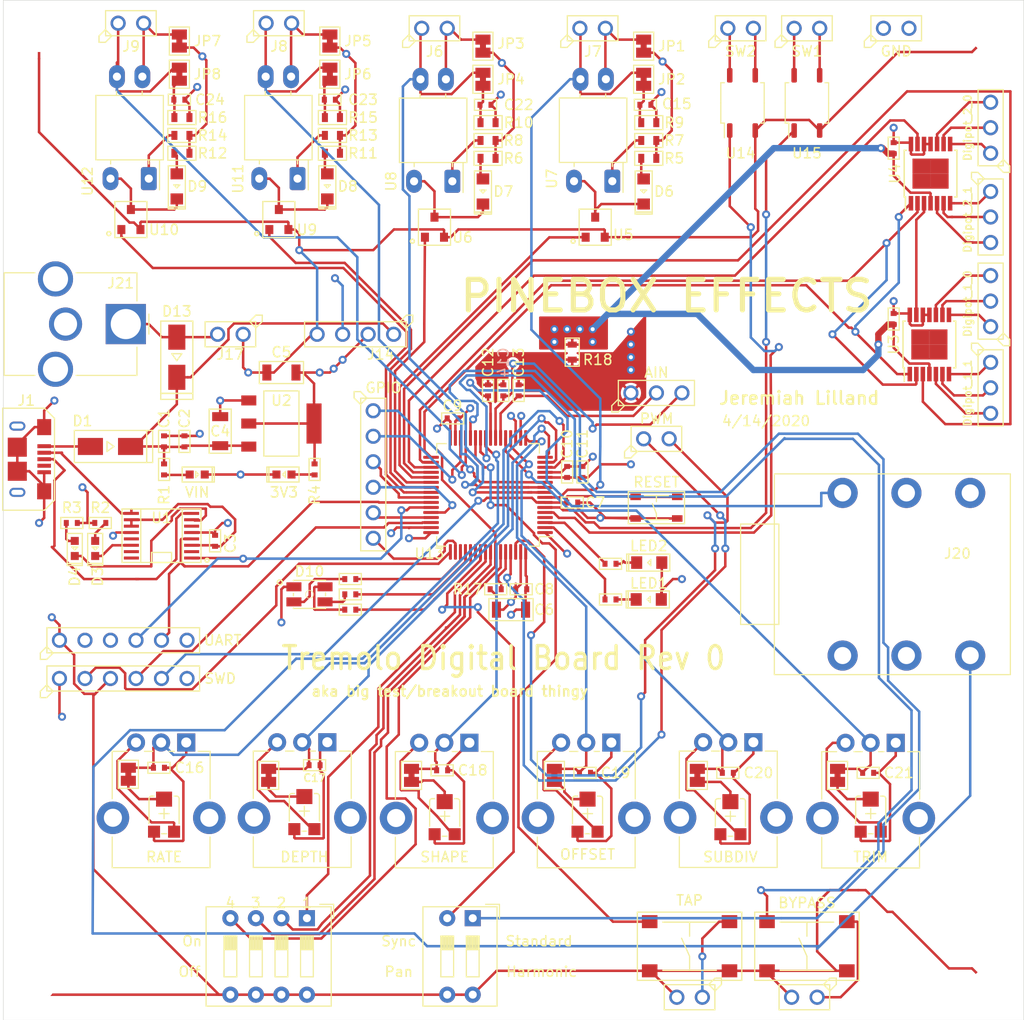
<source format=kicad_pcb>
(kicad_pcb (version 20171130) (host pcbnew "(5.1.5)-3")
  (layers (0 F.Cu signal) (1 In1.Cu power) (2 In2.Cu power) (31 B.Cu signal) (34 B.Paste user) (35 F.Paste user) (36 B.SilkS user) (37 F.SilkS user) (38 B.Mask user) (39 F.Mask user) (44 Edge.Cuts user))
  (net 0 "")
  (net 1 GNDD)
  (net 2 VBUS)
  (net 3 "Net-(C3-Pad1)")
  (net 4 +3V3)
  (net 5 /MCU/NRST)
  (net 6 GNDA)
  (net 7 /MCU/GP_AIN1)
  (net 8 /MCU/GP_AIN2)
  (net 9 "Net-(D1-PadANOD)")
  (net 10 "Net-(D2-PadANOD)")
  (net 11 "Net-(D3-PadCATH)")
  (net 12 "Net-(D3-PadANOD)")
  (net 13 "Net-(D4-PadCATH)")
  (net 14 "Net-(D4-PadANOD)")
  (net 15 "Net-(D5-PadANOD)")
  (net 16 "Net-(D6-PadCATH)")
  (net 17 "Net-(D6-PadANOD)")
  (net 18 "Net-(D7-PadCATH)")
  (net 19 "Net-(D7-PadANOD)")
  (net 20 "Net-(D8-PadCATH)")
  (net 21 "Net-(D8-PadANOD)")
  (net 22 "Net-(D9-PadCATH)")
  (net 23 "Net-(D9-PadANOD)")
  (net 24 "Net-(D10-Pad4)")
  (net 25 "Net-(D10-Pad3)")
  (net 26 "Net-(D10-Pad2)")
  (net 27 "Net-(D11-PadCATH)")
  (net 28 "Net-(D12-PadCATH)")
  (net 29 +9V)
  (net 30 "Net-(J1-Pad4)")
  (net 31 /Power_USB/USBDP)
  (net 32 /Power_USB/USBDM)
  (net 33 "Net-(J2-Pad3)")
  (net 34 "Net-(J2-Pad2)")
  (net 35 "Net-(J2-Pad1)")
  (net 36 "Net-(J3-Pad3)")
  (net 37 "Net-(J3-Pad2)")
  (net 38 "Net-(J3-Pad1)")
  (net 39 "Net-(J4-Pad3)")
  (net 40 "Net-(J4-Pad2)")
  (net 41 "Net-(J4-Pad1)")
  (net 42 "Net-(J5-Pad3)")
  (net 43 "Net-(J5-Pad2)")
  (net 44 "Net-(J5-Pad1)")
  (net 45 "Net-(J6-Pad2)")
  (net 46 /MCU/LDRV_2)
  (net 47 "Net-(J7-Pad2)")
  (net 48 /MCU/LDRV_1)
  (net 49 "Net-(J8-Pad2)")
  (net 50 /MCU/LDRV_3)
  (net 51 "Net-(J9-Pad2)")
  (net 52 /MCU/LDRV_4)
  (net 53 "Net-(J10-Pad6)")
  (net 54 "Net-(J10-Pad3)")
  (net 55 "Net-(J10-Pad2)")
  (net 56 "Net-(J11-Pad6)")
  (net 57 /MCU/SWDIO)
  (net 58 /MCU/SWCLK)
  (net 59 /MCU/TXD)
  (net 60 /MCU/RXD)
  (net 61 /MCU/GP_PWM2)
  (net 62 /MCU/GP_PWM1)
  (net 63 /MCU/GPIO_6)
  (net 64 /MCU/GPIO_5)
  (net 65 /MCU/GPIO_4)
  (net 66 /MCU/GPIO_3)
  (net 67 /MCU/GPIO_2)
  (net 68 /MCU/GPIO_1)
  (net 69 "Net-(JP9-Pad2)")
  (net 70 "Net-(JP10-Pad2)")
  (net 71 "Net-(JP11-Pad2)")
  (net 72 "Net-(JP12-Pad2)")
  (net 73 "Net-(JP13-Pad2)")
  (net 74 "Net-(JP14-Pad2)")
  (net 75 "Net-(R7-Pad2)")
  (net 76 "Net-(R8-Pad2)")
  (net 77 "Net-(R13-Pad2)")
  (net 78 "Net-(R14-Pad2)")
  (net 79 "Net-(R17-Pad1)")
  (net 80 "Net-(R25-Pad1)")
  (net 81 "Net-(R26-Pad1)")
  (net 82 "Net-(R27-Pad1)")
  (net 83 "Net-(R28-Pad1)")
  (net 84 "Net-(R29-Pad1)")
  (net 85 "Net-(SW1-Pad4)")
  (net 86 "Net-(SW1-Pad3)")
  (net 87 "Net-(SW1-Pad2)")
  (net 88 "Net-(SW1-Pad1)")
  (net 89 "Net-(SW2-Pad2)")
  (net 90 "Net-(SW2-Pad1)")
  (net 91 "Net-(U1-Pad16)")
  (net 92 "Net-(U1-Pad15)")
  (net 93 "Net-(U1-Pad13)")
  (net 94 "Net-(U1-Pad6)")
  (net 95 "Net-(U1-Pad2)")
  (net 96 /Digipots/SO1_SI2)
  (net 97 /Digipots/SO)
  (net 98 /Digipots/SCK)
  (net 99 /Digipots/CS)
  (net 100 /Digipots/SI)
  (net 101 /MCU/PWM1)
  (net 102 /MCU/PWM2)
  (net 103 /MCU/PWM3)
  (net 104 /MCU/PWM4)
  (net 105 "Net-(U13-Pad54)")
  (net 106 "Net-(U13-Pad4)")
  (net 107 /MCU/EXP)
  (net 108 /MCU/RATE)
  (net 109 /MCU/DEPTH)
  (net 110 /MCU/SHAPE)
  (net 111 /MCU/OFFSET)
  (net 112 /MCU/SUBDIV)
  (net 113 /MCU/TRIM)
  (net 114 /MCU/SW1_2)
  (net 115 /MCU/SW1_1)
  (net 116 /MCU/SW2_2)
  (net 117 /MCU/SW2_1)
  (net 118 /MCU/EXP_SW)
  (net 119 "Net-(J20-PadRN)")
  (net 120 "Net-(J20-PadTN)")
  (net 121 /MCU/SW2_CTL)
  (net 122 /MCU/SW1_CTL)
  (net 123 "Net-(C15-Pad1)")
  (net 124 "Net-(C22-Pad1)")
  (net 125 "Net-(C23-Pad1)")
  (net 126 "Net-(C24-Pad1)")
  (net 127 "Net-(J13-Pad1)")
  (net 128 "Net-(J22-Pad1)")
  (net 129 /MCU/TAP)
  (net 130 /MCU/BYPASS)
  (module MF_Connectors:MF_Connectors-MICROUSB-RIGHT (layer F.Cu) (at 28.194 71.12 270)
    (fp_text reference J1 (at -5.842 0.508 180) (layer F.SilkS) (effects (font (size 1.016 1.016) (thickness 0.1524))))
    (fp_text value USB_MICRO_RIGHT)
    (pad SLOT thru_hole oval (at 3.3 1.4 270) (size 0.5 1.2) (drill oval 0.5 1.2) (layers *.Cu *.Mask) (clearance 0.000003))
    (pad SLOT thru_hole oval (at -3.3 1.4 270) (size 0.5 1.2) (drill oval 0.5 1.2) (layers *.Cu *.Mask) (clearance 0.000003))
    (pad S8 smd oval (at 3.29946 1.39954 90) (size 0.89916 1.59766) (layers B.Cu B.Mask))
    (pad S7 smd oval (at -3.29946 1.39954 90) (size 0.89916 1.59766) (layers B.Cu B.Mask))
    (pad S6 smd rect (at 1.19888 1.40462 270) (size 1.89992 1.89992) (layers F.Cu F.Paste F.Mask) (net 1 GNDD))
    (pad S5 smd rect (at -1.19888 1.40462 270) (size 1.89992 1.89992) (layers F.Cu F.Paste F.Mask) (net 1 GNDD))
    (pad S4 smd rect (at 3.19786 -1.27) (size 1.39954 1.59766) (layers F.Cu F.Paste F.Mask) (net 1 GNDD))
    (pad S3 smd rect (at -3.19786 -1.27) (size 1.39954 1.59766) (layers F.Cu F.Paste F.Mask) (net 1 GNDD))
    (pad S2 smd oval (at 3.29946 1.39954 90) (size 0.89916 1.59766) (layers F.Cu F.Paste F.Mask) (net 1 GNDD))
    (pad S1 smd oval (at -3.29946 1.39954 90) (size 0.89916 1.59766) (layers F.Cu F.Paste F.Mask) (net 1 GNDD))
    (pad 5 smd rect (at 1.29794 -1.27 90) (size 0.39878 1.34874) (layers F.Cu F.Paste F.Mask) (net 1 GNDD) (clearance 0.127))
    (pad 4 smd rect (at 0.6477 -1.27 90) (size 0.39878 1.34874) (layers F.Cu F.Paste F.Mask) (net 30 "Net-(J1-Pad4)") (clearance 0.127))
    (pad 3 smd rect (at 0 -1.27 90) (size 0.39878 1.34874) (layers F.Cu F.Paste F.Mask) (net 31 /Power_USB/USBDP) (clearance 0.127))
    (pad 2 smd rect (at -0.6477 -1.27 90) (size 0.39878 1.34874) (layers F.Cu F.Paste F.Mask) (net 32 /Power_USB/USBDM) (clearance 0.127))
    (pad 1 smd rect (at -1.29794 -1.27 90) (size 0.39878 1.34874) (layers F.Cu F.Paste F.Mask) (net 9 "Net-(D1-PadANOD)") (clearance 0.127))
  )
  (module MF_IC_Digital:MF_IC_Digital-SSOP16 (layer F.Cu) (at 41.148 78.74 180)
    (fp_text reference U1 (at 0 1.778) (layer F.SilkS) (effects (font (size 1.016 1.016) (thickness 0.1524))))
    (fp_text value FT230XS-R)
    (pad 16 smd rect (at 2.99974 -2.2225 270) (size 0.29972 1.4986) (layers F.Cu F.Paste F.Mask) (net 91 "Net-(U1-Pad16)"))
    (pad 15 smd rect (at 2.99974 -1.5875 270) (size 0.29972 1.4986) (layers F.Cu F.Paste F.Mask) (net 92 "Net-(U1-Pad15)"))
    (pad 14 smd rect (at 2.99974 -0.9525 270) (size 0.29972 1.4986) (layers F.Cu F.Paste F.Mask) (net 11 "Net-(D3-PadCATH)"))
    (pad 13 smd rect (at 2.99974 -0.3175 270) (size 0.29972 1.4986) (layers F.Cu F.Paste F.Mask) (net 93 "Net-(U1-Pad13)"))
    (pad 12 smd rect (at 2.99974 0.3175 270) (size 0.29972 1.4986) (layers F.Cu F.Paste F.Mask) (net 4 +3V3))
    (pad 11 smd rect (at 2.99974 0.9525 270) (size 0.29972 1.4986) (layers F.Cu F.Paste F.Mask) (net 3 "Net-(C3-Pad1)"))
    (pad 10 smd rect (at 2.99974 1.5875 270) (size 0.29972 1.4986) (layers F.Cu F.Paste F.Mask) (net 3 "Net-(C3-Pad1)"))
    (pad 9 smd rect (at 2.99974 2.2225 270) (size 0.29972 1.4986) (layers F.Cu F.Paste F.Mask) (net 32 /Power_USB/USBDM))
    (pad 8 smd rect (at -2.99974 2.2225 90) (size 0.29972 1.4986) (layers F.Cu F.Paste F.Mask) (net 31 /Power_USB/USBDP))
    (pad 7 smd rect (at -2.99974 1.5875 90) (size 0.29972 1.4986) (layers F.Cu F.Paste F.Mask) (net 13 "Net-(D4-PadCATH)"))
    (pad 6 smd rect (at -2.99974 0.9525 90) (size 0.29972 1.4986) (layers F.Cu F.Paste F.Mask) (net 94 "Net-(U1-Pad6)"))
    (pad 5 smd rect (at -2.99974 0.3175 90) (size 0.29972 1.4986) (layers F.Cu F.Paste F.Mask) (net 1 GNDD))
    (pad 4 smd rect (at -2.99974 -0.3175 90) (size 0.29972 1.4986) (layers F.Cu F.Paste F.Mask) (net 59 /MCU/TXD))
    (pad 3 smd rect (at -2.99974 -0.9525 90) (size 0.29972 1.4986) (layers F.Cu F.Paste F.Mask) (net 3 "Net-(C3-Pad1)"))
    (pad 2 smd rect (at -2.99974 -1.5875 90) (size 0.29972 1.4986) (layers F.Cu F.Paste F.Mask) (net 95 "Net-(U1-Pad2)"))
    (pad 1 smd rect (at -2.99974 -2.2225 90) (size 0.29972 1.4986) (layers F.Cu F.Paste F.Mask) (net 60 /MCU/RXD))
  )
  (module MF_Passives:MF_Passives-C0402 (layer F.Cu) (at 114.046 57.15 90)
    (fp_text reference REF** hide)
    (fp_text value 0.1uF)
    (pad 2 smd rect (at 0.54864 0 270) (size 0.49784 0.59944) (layers F.Cu F.Paste F.Mask) (net 4 +3V3))
    (pad 1 smd rect (at -0.54864 0 270) (size 0.49784 0.59944) (layers F.Cu F.Paste F.Mask) (net 1 GNDD))
  )
  (module MF_Passives:MF_Passives-C0402 (layer F.Cu) (at 114.046 40.132 90)
    (fp_text reference REF** hide)
    (fp_text value 0.1uF)
    (pad 2 smd rect (at 0.54864 0 270) (size 0.49784 0.59944) (layers F.Cu F.Paste F.Mask) (net 4 +3V3))
    (pad 1 smd rect (at -0.54864 0 270) (size 0.49784 0.59944) (layers F.Cu F.Paste F.Mask) (net 1 GNDD))
  )
  (module MF_Connectors:MF_Connectors-PTH_2.54MM_01X02 (layer F.Cu) (at 114.3 28.194)
    (fp_text reference GND (at 0 2.286) (layer F.SilkS) (effects (font (size 1.016 1.016) (thickness 0.1524))))
    (fp_text value VAL**)
    (pad 2 thru_hole circle (at 1.27 0) (size 1.50622 1.50622) (drill 0.99822) (layers *.Cu *.Mask) (net 6 GNDA))
    (pad 1 thru_hole circle (at -1.27 0) (size 1.50622 1.50622) (drill 0.99822) (layers *.Cu *.Mask) (net 6 GNDA))
  )
  (module MF_Passives:MF_Passives-TC33 (layer F.Cu) (at 55.372 106.172 90)
    (fp_text reference DEPTH (at -4.572 0) (layer F.SilkS) (effects (font (size 1.016 1.016) (thickness 0.1524))))
    (fp_text value POTENTIOMETER_10K_TC33)
    (pad 3 smd rect (at -1.79832 0.99822) (size 1.19888 1.19888) (layers F.Cu F.Paste F.Mask) (net 4 +3V3))
    (pad 2 smd rect (at 1.4478 0) (size 1.59766 1.4986) (layers F.Cu F.Paste F.Mask) (net 70 "Net-(JP10-Pad2)"))
    (pad 1 smd rect (at -1.79832 -0.99822) (size 1.19888 1.19888) (layers F.Cu F.Paste F.Mask) (net 6 GNDA))
  )
  (module Jumper:SolderJumper-2_P1.3mm_Bridged_Pad1.0x1.5mm (layer F.Cu) (at 42.926 32.766 270)
    (fp_text reference JP8 (at 0 -2.794 180) (layer F.SilkS))
    (fp_text value SolderJumper_2_Bridged)
    (fp_poly (pts (xy -0.25 -0.3) (xy 0.25 -0.3) (xy 0.25 0.3) (xy -0.25 0.3)) (layer F.Cu) (width 0))
    (pad 2 smd rect (at 0.65 0 270) (size 1 1.5) (layers F.Cu F.Mask) (net 126 "Net-(C24-Pad1)"))
    (pad 1 smd rect (at -0.65 0 270) (size 1 1.5) (layers F.Cu F.Mask) (net 52 /MCU/LDRV_4))
  )
  (module Jumper:SolderJumper-2_P1.3mm_Bridged_Pad1.0x1.5mm (layer F.Cu) (at 42.926 29.464 90)
    (fp_text reference JP7 (at 0 2.794 180) (layer F.SilkS))
    (fp_text value SolderJumper_2_Bridged)
    (fp_poly (pts (xy -0.25 -0.3) (xy 0.25 -0.3) (xy 0.25 0.3) (xy -0.25 0.3)) (layer F.Cu) (width 0))
    (pad 2 smd rect (at 0.65 0 90) (size 1 1.5) (layers F.Cu F.Mask) (net 51 "Net-(J9-Pad2)"))
    (pad 1 smd rect (at -0.65 0 90) (size 1 1.5) (layers F.Cu F.Mask) (net 4 +3V3))
  )
  (module Jumper:SolderJumper-2_P1.3mm_Bridged_Pad1.0x1.5mm (layer F.Cu) (at 57.912 32.766 270)
    (fp_text reference JP6 (at 0 -2.794 180) (layer F.SilkS))
    (fp_text value SolderJumper_2_Bridged)
    (fp_poly (pts (xy -0.25 -0.3) (xy 0.25 -0.3) (xy 0.25 0.3) (xy -0.25 0.3)) (layer F.Cu) (width 0))
    (pad 2 smd rect (at 0.65 0 270) (size 1 1.5) (layers F.Cu F.Mask) (net 125 "Net-(C23-Pad1)"))
    (pad 1 smd rect (at -0.65 0 270) (size 1 1.5) (layers F.Cu F.Mask) (net 50 /MCU/LDRV_3))
  )
  (module Jumper:SolderJumper-2_P1.3mm_Bridged_Pad1.0x1.5mm (layer F.Cu) (at 57.912 29.464 90)
    (fp_text reference JP5 (at 0 2.794 180) (layer F.SilkS))
    (fp_text value SolderJumper_2_Bridged)
    (fp_poly (pts (xy -0.25 -0.3) (xy 0.25 -0.3) (xy 0.25 0.3) (xy -0.25 0.3)) (layer F.Cu) (width 0))
    (pad 2 smd rect (at 0.65 0 90) (size 1 1.5) (layers F.Cu F.Mask) (net 49 "Net-(J8-Pad2)"))
    (pad 1 smd rect (at -0.65 0 90) (size 1 1.5) (layers F.Cu F.Mask) (net 4 +3V3))
  )
  (module Jumper:SolderJumper-2_P1.3mm_Bridged_Pad1.0x1.5mm (layer F.Cu) (at 73.152 33.274 270)
    (fp_text reference JP4 (at 0 -2.794 180) (layer F.SilkS))
    (fp_text value SolderJumper_2_Bridged)
    (fp_poly (pts (xy -0.25 -0.3) (xy 0.25 -0.3) (xy 0.25 0.3) (xy -0.25 0.3)) (layer F.Cu) (width 0))
    (pad 2 smd rect (at 0.65 0 270) (size 1 1.5) (layers F.Cu F.Mask) (net 124 "Net-(C22-Pad1)"))
    (pad 1 smd rect (at -0.65 0 270) (size 1 1.5) (layers F.Cu F.Mask) (net 46 /MCU/LDRV_2))
  )
  (module Jumper:SolderJumper-2_P1.3mm_Bridged_Pad1.0x1.5mm (layer F.Cu) (at 73.152 29.972 90)
    (fp_text reference JP3 (at 0.254 2.794 180) (layer F.SilkS))
    (fp_text value SolderJumper_2_Bridged)
    (fp_poly (pts (xy -0.25 -0.3) (xy 0.25 -0.3) (xy 0.25 0.3) (xy -0.25 0.3)) (layer F.Cu) (width 0))
    (pad 2 smd rect (at 0.65 0 90) (size 1 1.5) (layers F.Cu F.Mask) (net 45 "Net-(J6-Pad2)"))
    (pad 1 smd rect (at -0.65 0 90) (size 1 1.5) (layers F.Cu F.Mask) (net 4 +3V3))
  )
  (module Jumper:SolderJumper-2_P1.3mm_Bridged_Pad1.0x1.5mm (layer F.Cu) (at 89.154 33.274 270)
    (fp_text reference JP2 (at 0 -2.794 180) (layer F.SilkS))
    (fp_text value SolderJumper_2_Bridged)
    (fp_poly (pts (xy -0.25 -0.3) (xy 0.25 -0.3) (xy 0.25 0.3) (xy -0.25 0.3)) (layer F.Cu) (width 0))
    (pad 2 smd rect (at 0.65 0 270) (size 1 1.5) (layers F.Cu F.Mask) (net 123 "Net-(C15-Pad1)"))
    (pad 1 smd rect (at -0.65 0 270) (size 1 1.5) (layers F.Cu F.Mask) (net 48 /MCU/LDRV_1))
  )
  (module Jumper:SolderJumper-2_P1.3mm_Bridged_Pad1.0x1.5mm (layer F.Cu) (at 89.154 29.972 90)
    (fp_text reference JP1 (at 0 2.794 180) (layer F.SilkS))
    (fp_text value SolderJumper_2_Bridged)
    (fp_poly (pts (xy -0.25 -0.3) (xy 0.25 -0.3) (xy 0.25 0.3) (xy -0.25 0.3)) (layer F.Cu) (width 0))
    (pad 2 smd rect (at 0.65 0 90) (size 1 1.5) (layers F.Cu F.Mask) (net 47 "Net-(J7-Pad2)"))
    (pad 1 smd rect (at -0.65 0 90) (size 1 1.5) (layers F.Cu F.Mask) (net 4 +3V3))
  )
  (module MF_Connectors:MF_Connectors-PTH_2.54MM_01X02 (layer F.Cu) (at 93.726 124.714 180)
    (fp_text reference J22 hide)
    (fp_text value CON_01X02_PTH_2.54MM)
    (pad 2 thru_hole circle (at 1.27 0 180) (size 1.50622 1.50622) (drill 0.99822) (layers F&B.Cu *.Mask) (net 1 GNDD))
    (pad 1 thru_hole circle (at -1.27 0 180) (size 1.50622 1.50622) (drill 0.99822) (layers F&B.Cu *.Mask) (net 128 "Net-(J22-Pad1)"))
  )
  (module MF_Connectors:MF_Connectors-PTH_2.54MM_01X02 (layer F.Cu) (at 105.156 124.714 180)
    (fp_text reference J13 hide)
    (fp_text value CON_01X02_PTH_2.54MM)
    (pad 2 thru_hole circle (at 1.27 0 180) (size 1.50622 1.50622) (drill 0.99822) (layers F&B.Cu *.Mask) (net 1 GNDD))
    (pad 1 thru_hole circle (at -1.27 0 180) (size 1.50622 1.50622) (drill 0.99822) (layers F&B.Cu *.Mask) (net 127 "Net-(J13-Pad1)"))
  )
  (module MountingHole:MountingHole_3.2mm_M3 (layer F.Cu) (at 28.956 123.444)
    (fp_text reference H4 hide)
    (fp_text value MountingHole_Pad)
    (pad 1 np_thru_hole circle (at 0 0) (size 3.2 3.2) (drill 3.2) (layers *.Cu *.Mask) (net 1 GNDD))
  )
  (module MountingHole:MountingHole_3.2mm_M3 (layer F.Cu) (at 123.444 123.444)
    (fp_text reference H3 hide)
    (fp_text value MountingHole_Pad)
    (pad 1 np_thru_hole circle (at 0 0) (size 3.2 3.2) (drill 3.2) (layers *.Cu *.Mask) (net 1 GNDD))
  )
  (module MountingHole:MountingHole_3.2mm_M3 (layer F.Cu) (at 123.444 28.956)
    (fp_text reference H2 hide)
    (fp_text value MountingHole_Pad)
    (pad 1 np_thru_hole circle (at 0 0) (size 3.2 3.2) (drill 3.2) (layers *.Cu *.Mask) (net 1 GNDD))
  )
  (module MountingHole:MountingHole_3.2mm_M3 (layer F.Cu) (at 28.956 28.956)
    (fp_text reference H1 hide)
    (fp_text value MountingHole_Pad)
    (pad 1 np_thru_hole circle (at 0 0) (size 3.2 3.2) (drill 3.2) (layers *.Cu *.Mask) (net 1 GNDD))
  )
  (module MF_Passives:MF_Passives-C0402 (layer F.Cu) (at 42.926 35.306)
    (fp_text reference C24 (at 3.048 0) (layer F.SilkS) (effects (font (size 1.016 1.016) (thickness 0.1524))))
    (fp_text value 100n)
    (pad 2 smd rect (at 0.54864 0 180) (size 0.49784 0.59944) (layers F.Cu F.Paste F.Mask) (net 6 GNDA))
    (pad 1 smd rect (at -0.54864 0 180) (size 0.49784 0.59944) (layers F.Cu F.Paste F.Mask) (net 126 "Net-(C24-Pad1)"))
  )
  (module MF_Passives:MF_Passives-C0402 (layer F.Cu) (at 57.912 35.306)
    (fp_text reference C23 (at 3.302 0) (layer F.SilkS) (effects (font (size 1.016 1.016) (thickness 0.1524))))
    (fp_text value 100n)
    (pad 2 smd rect (at 0.54864 0 180) (size 0.49784 0.59944) (layers F.Cu F.Paste F.Mask) (net 6 GNDA))
    (pad 1 smd rect (at -0.54864 0 180) (size 0.49784 0.59944) (layers F.Cu F.Paste F.Mask) (net 125 "Net-(C23-Pad1)"))
  )
  (module MF_Passives:MF_Passives-C0402 (layer F.Cu) (at 73.406 35.814)
    (fp_text reference C22 (at 3.302 0) (layer F.SilkS) (effects (font (size 1.016 1.016) (thickness 0.1524))))
    (fp_text value 100n)
    (pad 2 smd rect (at 0.54864 0 180) (size 0.49784 0.59944) (layers F.Cu F.Paste F.Mask) (net 6 GNDA))
    (pad 1 smd rect (at -0.54864 0 180) (size 0.49784 0.59944) (layers F.Cu F.Paste F.Mask) (net 124 "Net-(C22-Pad1)"))
  )
  (module MF_Passives:MF_Passives-C0402 (layer F.Cu) (at 89.325321 35.814)
    (fp_text reference C15 (at 3.130679 -0.092141) (layer F.SilkS) (effects (font (size 1.016 1.016) (thickness 0.1524))))
    (fp_text value 100n)
    (pad 2 smd rect (at 0.54864 0 180) (size 0.49784 0.59944) (layers F.Cu F.Paste F.Mask) (net 6 GNDA))
    (pad 1 smd rect (at -0.54864 0 180) (size 0.49784 0.59944) (layers F.Cu F.Paste F.Mask) (net 123 "Net-(C15-Pad1)"))
  )
  (module Connector_BarrelJack:BarrelJack_CUI_PJ-063AH_Horizontal_CircularHoles (layer F.Cu) (at 37.592 57.658 270)
    (fp_text reference J21 (at -4.064 0.508 180) (layer F.SilkS))
    (fp_text value Barrel_Jack)
    (pad "" np_thru_hole circle (at 0 9 270) (size 1.6 1.6) (drill 1.6) (layers *.Cu *.Mask))
    (pad MP thru_hole circle (at 4.5 7 270) (size 3.5 3.5) (drill 2.5) (layers *.Cu *.Mask))
    (pad MP thru_hole circle (at -4.5 7 270) (size 3.5 3.5) (drill 2.5) (layers *.Cu *.Mask))
    (pad 2 thru_hole circle (at 0 6 270) (size 3.3 3.3) (drill 2.3) (layers *.Cu *.Mask) (net 1 GNDD))
    (pad 1 thru_hole rect (at 0 0 270) (size 4 4) (drill 3) (layers *.Cu *.Mask) (net 29 +9V))
  )
  (module Package_SO:SOP-4_3.8x4.1mm_P2.54mm (layer F.Cu) (at 105.40686 35.62632 90)
    (fp_text reference U15 (at -5.01368 0.00314 180) (layer F.SilkS))
    (fp_text value CPC1017N)
    (pad 4 smd roundrect (at 2.75 -1.27 90) (size 1.45 0.55) (layers F.Cu F.Paste F.Mask) (net 117 /MCU/SW2_1))
    (pad 3 smd roundrect (at 2.75 1.27 90) (size 1.45 0.55) (layers F.Cu F.Paste F.Mask) (net 116 /MCU/SW2_2))
    (pad 2 smd roundrect (at -2.75 1.27 90) (size 1.45 0.55) (layers F.Cu F.Paste F.Mask) (net 1 GNDD))
    (pad 1 smd roundrect (at -2.75 -1.27 90) (size 1.45 0.55) (layers F.Cu F.Paste F.Mask) (net 121 /MCU/SW2_CTL))
  )
  (module Package_SO:SOP-4_3.8x4.1mm_P2.54mm (layer F.Cu) (at 98.99486 35.62632 90)
    (fp_text reference U14 (at -5.01368 -0.18886 180) (layer F.SilkS))
    (fp_text value CPC1017N)
    (pad 4 smd roundrect (at 2.75 -1.27 90) (size 1.45 0.55) (layers F.Cu F.Paste F.Mask) (net 115 /MCU/SW1_1))
    (pad 3 smd roundrect (at 2.75 1.27 90) (size 1.45 0.55) (layers F.Cu F.Paste F.Mask) (net 114 /MCU/SW1_2))
    (pad 2 smd roundrect (at -2.75 1.27 90) (size 1.45 0.55) (layers F.Cu F.Paste F.Mask) (net 1 GNDD))
    (pad 1 smd roundrect (at -2.75 -1.27 90) (size 1.45 0.55) (layers F.Cu F.Paste F.Mask) (net 122 /MCU/SW1_CTL))
  )
  (module Pinebox:Jack_0.25in_TRS_Switched (layer F.Cu) (at 121.666 90.678 180)
    (fp_text reference J20 (at 1.27 10.16) (layer F.SilkS))
    (fp_text value AudioJack3_Switch)
    (pad S thru_hole circle (at 0 16.2 180) (size 3 3) (drill 1.7) (layers *.Cu *.Mask) (net 6 GNDA))
    (pad R thru_hole circle (at 6.35 16.2 180) (size 3 3) (drill 1.7) (layers *.Cu *.Mask) (net 4 +3V3))
    (pad SN thru_hole circle (at 0 0 180) (size 3 3) (drill 1.7) (layers *.Cu *.Mask) (net 118 /MCU/EXP_SW))
    (pad RN thru_hole circle (at 6.35 0 180) (size 3 3) (drill 1.7) (layers *.Cu *.Mask) (net 119 "Net-(J20-PadRN)"))
    (pad T thru_hole circle (at 12.7 16.2 180) (size 3 3) (drill 1.7) (layers *.Cu *.Mask) (net 107 /MCU/EXP))
    (pad TN thru_hole circle (at 12.7 0 180) (size 3 3) (drill 1.7) (layers *.Cu *.Mask) (net 120 "Net-(J20-PadTN)"))
  )
  (module MF_Connectors:MF_Connectors-PTH_2.54MM_01X02 (layer F.Cu) (at 105.41 28.194)
    (fp_text reference SW1 (at 0 2.286) (layer F.SilkS) (effects (font (size 1.016 1.016) (thickness 0.1524))))
    (fp_text value CON_01X02_PTH_2.54MM)
    (pad 2 thru_hole circle (at 1.27 0) (size 1.50622 1.50622) (drill 0.99822) (layers F&B.Cu *.Mask) (net 116 /MCU/SW2_2))
    (pad 1 thru_hole circle (at -1.27 0) (size 1.50622 1.50622) (drill 0.99822) (layers F&B.Cu *.Mask) (net 117 /MCU/SW2_1))
  )
  (module MF_Connectors:MF_Connectors-PTH_2.54MM_01X02 (layer F.Cu) (at 98.806 28.194)
    (fp_text reference SW2 (at 0 2.286) (layer F.SilkS) (effects (font (size 1.016 1.016) (thickness 0.1524))))
    (fp_text value CON_01X02_PTH_2.54MM)
    (pad 2 thru_hole circle (at 1.27 0) (size 1.50622 1.50622) (drill 0.99822) (layers F&B.Cu *.Mask) (net 114 /MCU/SW1_2))
    (pad 1 thru_hole circle (at -1.27 0) (size 1.50622 1.50622) (drill 0.99822) (layers F&B.Cu *.Mask) (net 115 /MCU/SW1_1))
  )
  (module MF_Passives:MF_Passives-C0402 (layer F.Cu) (at 73.66 64.262 90)
    (fp_text reference C12 (at 2.794 0 90) (layer F.SilkS) (effects (font (size 1.016 1.016) (thickness 0.1524))))
    (fp_text value 0.1uF)
    (pad 2 smd rect (at 0.54864 0 270) (size 0.49784 0.59944) (layers F.Cu F.Paste F.Mask) (net 6 GNDA))
    (pad 1 smd rect (at -0.54864 0 270) (size 0.49784 0.59944) (layers F.Cu F.Paste F.Mask) (net 107 /MCU/EXP))
  )
  (module Package_QFP:LQFP-64_10x10mm_P0.5mm (layer F.Cu) (at 73.66 74.676 180)
    (fp_text reference U13 (at 5.842 -5.842) (layer F.SilkS))
    (fp_text value STM32F030RCTx)
    (pad 64 smd roundrect (at -3.75 -5.675 180) (size 0.3 1.55) (layers F.Cu F.Paste F.Mask) (net 4 +3V3))
    (pad 63 smd roundrect (at -3.25 -5.675 180) (size 0.3 1.55) (layers F.Cu F.Paste F.Mask) (net 1 GNDD))
    (pad 62 smd roundrect (at -2.75 -5.675 180) (size 0.3 1.55) (layers F.Cu F.Paste F.Mask) (net 61 /MCU/GP_PWM2))
    (pad 61 smd roundrect (at -2.25 -5.675 180) (size 0.3 1.55) (layers F.Cu F.Paste F.Mask) (net 62 /MCU/GP_PWM1))
    (pad 60 smd roundrect (at -1.75 -5.675 180) (size 0.3 1.55) (layers F.Cu F.Paste F.Mask) (net 79 "Net-(R17-Pad1)"))
    (pad 59 smd roundrect (at -1.25 -5.675 180) (size 0.3 1.55) (layers F.Cu F.Paste F.Mask) (net 85 "Net-(SW1-Pad4)"))
    (pad 58 smd roundrect (at -0.75 -5.675 180) (size 0.3 1.55) (layers F.Cu F.Paste F.Mask) (net 86 "Net-(SW1-Pad3)"))
    (pad 57 smd roundrect (at -0.25 -5.675 180) (size 0.3 1.55) (layers F.Cu F.Paste F.Mask) (net 87 "Net-(SW1-Pad2)"))
    (pad 56 smd roundrect (at 0.25 -5.675 180) (size 0.3 1.55) (layers F.Cu F.Paste F.Mask) (net 88 "Net-(SW1-Pad1)"))
    (pad 55 smd roundrect (at 0.75 -5.675 180) (size 0.3 1.55) (layers F.Cu F.Paste F.Mask) (net 89 "Net-(SW2-Pad2)"))
    (pad 54 smd roundrect (at 1.25 -5.675 180) (size 0.3 1.55) (layers F.Cu F.Paste F.Mask) (net 105 "Net-(U13-Pad54)"))
    (pad 53 smd roundrect (at 1.75 -5.675 180) (size 0.3 1.55) (layers F.Cu F.Paste F.Mask) (net 84 "Net-(R29-Pad1)"))
    (pad 52 smd roundrect (at 2.25 -5.675 180) (size 0.3 1.55) (layers F.Cu F.Paste F.Mask) (net 83 "Net-(R28-Pad1)"))
    (pad 51 smd roundrect (at 2.75 -5.675 180) (size 0.3 1.55) (layers F.Cu F.Paste F.Mask) (net 82 "Net-(R27-Pad1)"))
    (pad 50 smd roundrect (at 3.25 -5.675 180) (size 0.3 1.55) (layers F.Cu F.Paste F.Mask) (net 63 /MCU/GPIO_6))
    (pad 49 smd roundrect (at 3.75 -5.675 180) (size 0.3 1.55) (layers F.Cu F.Paste F.Mask) (net 58 /MCU/SWCLK))
    (pad 48 smd roundrect (at 5.675 -3.75 180) (size 1.55 0.3) (layers F.Cu F.Paste F.Mask) (net 4 +3V3))
    (pad 47 smd roundrect (at 5.675 -3.25 180) (size 1.55 0.3) (layers F.Cu F.Paste F.Mask) (net 1 GNDD))
    (pad 46 smd roundrect (at 5.675 -2.75 180) (size 1.55 0.3) (layers F.Cu F.Paste F.Mask) (net 57 /MCU/SWDIO))
    (pad 45 smd roundrect (at 5.675 -2.25 180) (size 1.55 0.3) (layers F.Cu F.Paste F.Mask) (net 64 /MCU/GPIO_5))
    (pad 44 smd roundrect (at 5.675 -1.75 180) (size 1.55 0.3) (layers F.Cu F.Paste F.Mask) (net 65 /MCU/GPIO_4))
    (pad 43 smd roundrect (at 5.675 -1.25 180) (size 1.55 0.3) (layers F.Cu F.Paste F.Mask) (net 60 /MCU/RXD))
    (pad 42 smd roundrect (at 5.675 -0.75 180) (size 1.55 0.3) (layers F.Cu F.Paste F.Mask) (net 59 /MCU/TXD))
    (pad 41 smd roundrect (at 5.675 -0.25 180) (size 1.55 0.3) (layers F.Cu F.Paste F.Mask) (net 66 /MCU/GPIO_3))
    (pad 40 smd roundrect (at 5.675 0.25 180) (size 1.55 0.3) (layers F.Cu F.Paste F.Mask) (net 104 /MCU/PWM4))
    (pad 39 smd roundrect (at 5.675 0.75 180) (size 1.55 0.3) (layers F.Cu F.Paste F.Mask) (net 103 /MCU/PWM3))
    (pad 38 smd roundrect (at 5.675 1.25 180) (size 1.55 0.3) (layers F.Cu F.Paste F.Mask) (net 102 /MCU/PWM2))
    (pad 37 smd roundrect (at 5.675 1.75 180) (size 1.55 0.3) (layers F.Cu F.Paste F.Mask) (net 101 /MCU/PWM1))
    (pad 36 smd roundrect (at 5.675 2.25 180) (size 1.55 0.3) (layers F.Cu F.Paste F.Mask) (net 97 /Digipots/SO))
    (pad 35 smd roundrect (at 5.675 2.75 180) (size 1.55 0.3) (layers F.Cu F.Paste F.Mask) (net 100 /Digipots/SI))
    (pad 34 smd roundrect (at 5.675 3.25 180) (size 1.55 0.3) (layers F.Cu F.Paste F.Mask) (net 98 /Digipots/SCK))
    (pad 33 smd roundrect (at 5.675 3.75 180) (size 1.55 0.3) (layers F.Cu F.Paste F.Mask) (net 99 /Digipots/CS))
    (pad 32 smd roundrect (at 3.75 5.675 180) (size 0.3 1.55) (layers F.Cu F.Paste F.Mask) (net 4 +3V3))
    (pad 31 smd roundrect (at 3.25 5.675 180) (size 0.3 1.55) (layers F.Cu F.Paste F.Mask) (net 1 GNDD))
    (pad 30 smd roundrect (at 2.75 5.675 180) (size 0.3 1.55) (layers F.Cu F.Paste F.Mask) (net 67 /MCU/GPIO_2))
    (pad 29 smd roundrect (at 2.25 5.675 180) (size 0.3 1.55) (layers F.Cu F.Paste F.Mask) (net 68 /MCU/GPIO_1))
    (pad 28 smd roundrect (at 1.75 5.675 180) (size 0.3 1.55) (layers F.Cu F.Paste F.Mask) (net 90 "Net-(SW2-Pad1)"))
    (pad 27 smd roundrect (at 1.25 5.675 180) (size 0.3 1.55) (layers F.Cu F.Paste F.Mask) (net 129 /MCU/TAP))
    (pad 26 smd roundrect (at 0.75 5.675 180) (size 0.3 1.55) (layers F.Cu F.Paste F.Mask) (net 130 /MCU/BYPASS))
    (pad 25 smd roundrect (at 0.25 5.675 180) (size 0.3 1.55) (layers F.Cu F.Paste F.Mask) (net 118 /MCU/EXP_SW))
    (pad 24 smd roundrect (at -0.25 5.675 180) (size 0.3 1.55) (layers F.Cu F.Paste F.Mask) (net 107 /MCU/EXP))
    (pad 23 smd roundrect (at -0.75 5.675 180) (size 0.3 1.55) (layers F.Cu F.Paste F.Mask) (net 8 /MCU/GP_AIN2))
    (pad 22 smd roundrect (at -1.25 5.675 180) (size 0.3 1.55) (layers F.Cu F.Paste F.Mask) (net 7 /MCU/GP_AIN1))
    (pad 21 smd roundrect (at -1.75 5.675 180) (size 0.3 1.55) (layers F.Cu F.Paste F.Mask) (net 113 /MCU/TRIM))
    (pad 20 smd roundrect (at -2.25 5.675 180) (size 0.3 1.55) (layers F.Cu F.Paste F.Mask) (net 112 /MCU/SUBDIV))
    (pad 19 smd roundrect (at -2.75 5.675 180) (size 0.3 1.55) (layers F.Cu F.Paste F.Mask) (net 4 +3V3))
    (pad 18 smd roundrect (at -3.25 5.675 180) (size 0.3 1.55) (layers F.Cu F.Paste F.Mask) (net 1 GNDD))
    (pad 17 smd roundrect (at -3.75 5.675 180) (size 0.3 1.55) (layers F.Cu F.Paste F.Mask) (net 111 /MCU/OFFSET))
    (pad 16 smd roundrect (at -5.675 3.75 180) (size 1.55 0.3) (layers F.Cu F.Paste F.Mask) (net 110 /MCU/SHAPE))
    (pad 15 smd roundrect (at -5.675 3.25 180) (size 1.55 0.3) (layers F.Cu F.Paste F.Mask) (net 109 /MCU/DEPTH))
    (pad 14 smd roundrect (at -5.675 2.75 180) (size 1.55 0.3) (layers F.Cu F.Paste F.Mask) (net 108 /MCU/RATE))
    (pad 13 smd roundrect (at -5.675 2.25 180) (size 1.55 0.3) (layers F.Cu F.Paste F.Mask) (net 4 +3V3))
    (pad 12 smd roundrect (at -5.675 1.75 180) (size 1.55 0.3) (layers F.Cu F.Paste F.Mask) (net 6 GNDA))
    (pad 11 smd roundrect (at -5.675 1.25 180) (size 1.55 0.3) (layers F.Cu F.Paste F.Mask) (net 52 /MCU/LDRV_4))
    (pad 10 smd roundrect (at -5.675 0.75 180) (size 1.55 0.3) (layers F.Cu F.Paste F.Mask) (net 50 /MCU/LDRV_3))
    (pad 9 smd roundrect (at -5.675 0.25 180) (size 1.55 0.3) (layers F.Cu F.Paste F.Mask) (net 46 /MCU/LDRV_2))
    (pad 8 smd roundrect (at -5.675 -0.25 180) (size 1.55 0.3) (layers F.Cu F.Paste F.Mask) (net 48 /MCU/LDRV_1))
    (pad 7 smd roundrect (at -5.675 -0.75 180) (size 1.55 0.3) (layers F.Cu F.Paste F.Mask) (net 5 /MCU/NRST))
    (pad 6 smd roundrect (at -5.675 -1.25 180) (size 1.55 0.3) (layers F.Cu F.Paste F.Mask) (net 121 /MCU/SW2_CTL))
    (pad 5 smd roundrect (at -5.675 -1.75 180) (size 1.55 0.3) (layers F.Cu F.Paste F.Mask) (net 122 /MCU/SW1_CTL))
    (pad 4 smd roundrect (at -5.675 -2.25 180) (size 1.55 0.3) (layers F.Cu F.Paste F.Mask) (net 106 "Net-(U13-Pad4)"))
    (pad 3 smd roundrect (at -5.675 -2.75 180) (size 1.55 0.3) (layers F.Cu F.Paste F.Mask) (net 81 "Net-(R26-Pad1)"))
    (pad 2 smd roundrect (at -5.675 -3.25 180) (size 1.55 0.3) (layers F.Cu F.Paste F.Mask) (net 80 "Net-(R25-Pad1)"))
    (pad 1 smd roundrect (at -5.675 -3.75 180) (size 1.55 0.3) (layers F.Cu F.Paste F.Mask) (net 4 +3V3))
  )
  (module OptoDevice:Luna_NSL-32 (layer F.Cu) (at 39.88086 43.17032 90)
    (fp_text reference U12 (at -0.26368 -6.09886 90) (layer F.SilkS))
    (fp_text value NSL-32)
    (pad 4 thru_hole oval (at 10.16 -0.64 90) (size 2.29 1.57) (drill 0.81) (layers *.Cu *.Mask) (net 51 "Net-(J9-Pad2)"))
    (pad 3 thru_hole oval (at 10.16 -3.17 90) (size 2.29 1.57) (drill 0.81) (layers *.Cu *.Mask) (net 52 /MCU/LDRV_4))
    (pad 2 thru_hole oval (at 0 -3.81 90) (size 2.29 1.57) (drill 0.81) (layers *.Cu *.Mask) (net 22 "Net-(D9-PadCATH)"))
    (pad 1 thru_hole roundrect (at 0 0 90) (size 2.29 1.57) (drill 0.81) (layers *.Cu *.Mask) (roundrect_rratio 0.159) (net 78 "Net-(R14-Pad2)"))
  )
  (module OptoDevice:Luna_NSL-32 (layer F.Cu) (at 54.69086 43.17032 90)
    (fp_text reference U11 (at -0.00968 -5.92286 90) (layer F.SilkS))
    (fp_text value NSL-32)
    (pad 4 thru_hole oval (at 10.16 -0.64 90) (size 2.29 1.57) (drill 0.81) (layers *.Cu *.Mask) (net 49 "Net-(J8-Pad2)"))
    (pad 3 thru_hole oval (at 10.16 -3.17 90) (size 2.29 1.57) (drill 0.81) (layers *.Cu *.Mask) (net 50 /MCU/LDRV_3))
    (pad 2 thru_hole oval (at 0 -3.81 90) (size 2.29 1.57) (drill 0.81) (layers *.Cu *.Mask) (net 20 "Net-(D8-PadCATH)"))
    (pad 1 thru_hole roundrect (at 0 0 90) (size 2.29 1.57) (drill 0.81) (layers *.Cu *.Mask) (roundrect_rratio 0.159) (net 77 "Net-(R13-Pad2)"))
  )
  (module MF_Discrete_Semiconductor:MF_Discrete_Semiconductor-SOT-23-3 (layer F.Cu) (at 38.1 47.244 90)
    (fp_text reference U10 (at -1.016 3.302 180) (layer F.SilkS) (effects (font (size 1.016 1.016) (thickness 0.1524))))
    (fp_text value NPN_BJTMMBT3904_SOT-23-3)
    (pad 3 smd rect (at 0.99822 0 90) (size 0.89916 0.79756) (layers F.Cu F.Paste F.Mask) (net 22 "Net-(D9-PadCATH)"))
    (pad 2 smd rect (at -0.99822 0.94996 90) (size 0.89916 0.79756) (layers F.Cu F.Paste F.Mask) (net 1 GNDD))
    (pad 1 smd rect (at -0.99822 -0.94996 90) (size 0.89916 0.79756) (layers F.Cu F.Paste F.Mask) (net 104 /MCU/PWM4))
  )
  (module MF_Discrete_Semiconductor:MF_Discrete_Semiconductor-SOT-23-3 (layer F.Cu) (at 52.832 47.244 90)
    (fp_text reference U9 (at -1.016 2.794) (layer F.SilkS) (effects (font (size 1.016 1.016) (thickness 0.1524))))
    (fp_text value NPN_BJTMMBT3904_SOT-23-3)
    (pad 3 smd rect (at 0.99822 0 90) (size 0.89916 0.79756) (layers F.Cu F.Paste F.Mask) (net 20 "Net-(D8-PadCATH)"))
    (pad 2 smd rect (at -0.99822 0.94996 90) (size 0.89916 0.79756) (layers F.Cu F.Paste F.Mask) (net 1 GNDD))
    (pad 1 smd rect (at -0.99822 -0.94996 90) (size 0.89916 0.79756) (layers F.Cu F.Paste F.Mask) (net 103 /MCU/PWM3))
  )
  (module OptoDevice:Luna_NSL-32 (layer F.Cu) (at 70.104 43.434 90)
    (fp_text reference U8 (at 0 -6.096 270) (layer F.SilkS))
    (fp_text value NSL-32)
    (pad 4 thru_hole oval (at 10.16 -0.64 90) (size 2.29 1.57) (drill 0.81) (layers *.Cu *.Mask) (net 45 "Net-(J6-Pad2)"))
    (pad 3 thru_hole oval (at 10.16 -3.17 90) (size 2.29 1.57) (drill 0.81) (layers *.Cu *.Mask) (net 46 /MCU/LDRV_2))
    (pad 2 thru_hole oval (at 0 -3.81 90) (size 2.29 1.57) (drill 0.81) (layers *.Cu *.Mask) (net 18 "Net-(D7-PadCATH)"))
    (pad 1 thru_hole roundrect (at 0 0 90) (size 2.29 1.57) (drill 0.81) (layers *.Cu *.Mask) (roundrect_rratio 0.159) (net 76 "Net-(R8-Pad2)"))
  )
  (module OptoDevice:Luna_NSL-32 (layer F.Cu) (at 86.03086 43.42432 90)
    (fp_text reference U7 (at 0.24432 -6.02086 90) (layer F.SilkS))
    (fp_text value NSL-32)
    (pad 4 thru_hole oval (at 10.16 -0.64 90) (size 2.29 1.57) (drill 0.81) (layers *.Cu *.Mask) (net 47 "Net-(J7-Pad2)"))
    (pad 3 thru_hole oval (at 10.16 -3.17 90) (size 2.29 1.57) (drill 0.81) (layers *.Cu *.Mask) (net 48 /MCU/LDRV_1))
    (pad 2 thru_hole oval (at 0 -3.81 90) (size 2.29 1.57) (drill 0.81) (layers *.Cu *.Mask) (net 16 "Net-(D6-PadCATH)"))
    (pad 1 thru_hole roundrect (at 0 0 90) (size 2.29 1.57) (drill 0.81) (layers *.Cu *.Mask) (roundrect_rratio 0.159) (net 75 "Net-(R7-Pad2)"))
  )
  (module MF_Discrete_Semiconductor:MF_Discrete_Semiconductor-SOT-23-3 (layer F.Cu) (at 68.326 48.006 90)
    (fp_text reference U6 (at -1.016 2.794 180) (layer F.SilkS) (effects (font (size 1.016 1.016) (thickness 0.1524))))
    (fp_text value NPN_BJTMMBT3904_SOT-23-3)
    (pad 3 smd rect (at 0.99822 0 90) (size 0.89916 0.79756) (layers F.Cu F.Paste F.Mask) (net 18 "Net-(D7-PadCATH)"))
    (pad 2 smd rect (at -0.99822 0.94996 90) (size 0.89916 0.79756) (layers F.Cu F.Paste F.Mask) (net 1 GNDD))
    (pad 1 smd rect (at -0.99822 -0.94996 90) (size 0.89916 0.79756) (layers F.Cu F.Paste F.Mask) (net 102 /MCU/PWM2))
  )
  (module MF_Discrete_Semiconductor:MF_Discrete_Semiconductor-SOT-23-3 (layer F.Cu) (at 84.328 48.006 90)
    (fp_text reference U5 (at -0.762 2.794 180) (layer F.SilkS) (effects (font (size 1.016 1.016) (thickness 0.1524))))
    (fp_text value NPN_BJTMMBT3904_SOT-23-3)
    (pad 3 smd rect (at 0.99822 0 90) (size 0.89916 0.79756) (layers F.Cu F.Paste F.Mask) (net 16 "Net-(D6-PadCATH)"))
    (pad 2 smd rect (at -0.99822 0.94996 90) (size 0.89916 0.79756) (layers F.Cu F.Paste F.Mask) (net 1 GNDD))
    (pad 1 smd rect (at -0.99822 -0.94996 90) (size 0.89916 0.79756) (layers F.Cu F.Paste F.Mask) (net 101 /MCU/PWM1))
  )
  (module Package_SO:TSSOP-14-1EP_4.4x5mm_P0.65mm (layer F.Cu) (at 117.718 42.672 90)
    (fp_text reference U4 (at 0 -3.55 90) (layer F.SilkS))
    (fp_text value MCP42050)
    (pad 15 smd rect (at -0.75 0.9 90) (size 1.5 1.8) (layers F.Cu F.Paste F.Mask))
    (pad 15 smd rect (at 0.75 0.9 90) (size 1.5 1.8) (layers F.Cu F.Paste F.Mask))
    (pad 15 smd rect (at 0.75 -0.9 90) (size 1.5 1.8) (layers F.Cu F.Paste F.Mask))
    (pad 1 smd rect (at -2.95 -1.95 90) (size 1.45 0.45) (layers F.Cu F.Paste F.Mask) (net 99 /Digipots/CS))
    (pad 2 smd rect (at -2.95 -1.3 90) (size 1.45 0.45) (layers F.Cu F.Paste F.Mask) (net 98 /Digipots/SCK))
    (pad 3 smd rect (at -2.95 -0.65 90) (size 1.45 0.45) (layers F.Cu F.Paste F.Mask) (net 96 /Digipots/SO1_SI2))
    (pad 4 smd rect (at -2.95 0 90) (size 1.45 0.45) (layers F.Cu F.Paste F.Mask) (net 1 GNDD))
    (pad 5 smd rect (at -2.95 0.65 90) (size 1.45 0.45) (layers F.Cu F.Paste F.Mask) (net 42 "Net-(J5-Pad3)"))
    (pad 6 smd rect (at -2.95 1.3 90) (size 1.45 0.45) (layers F.Cu F.Paste F.Mask) (net 43 "Net-(J5-Pad2)"))
    (pad 7 smd rect (at -2.95 1.95 90) (size 1.45 0.45) (layers F.Cu F.Paste F.Mask) (net 44 "Net-(J5-Pad1)"))
    (pad 8 smd rect (at 2.95 1.95 90) (size 1.45 0.45) (layers F.Cu F.Paste F.Mask) (net 41 "Net-(J4-Pad1)"))
    (pad 9 smd rect (at 2.95 1.3 90) (size 1.45 0.45) (layers F.Cu F.Paste F.Mask) (net 40 "Net-(J4-Pad2)"))
    (pad 10 smd rect (at 2.95 0.65 90) (size 1.45 0.45) (layers F.Cu F.Paste F.Mask) (net 39 "Net-(J4-Pad3)"))
    (pad 11 smd rect (at 2.95 0 90) (size 1.45 0.45) (layers F.Cu F.Paste F.Mask) (net 4 +3V3))
    (pad 12 smd rect (at 2.95 -0.65 90) (size 1.45 0.45) (layers F.Cu F.Paste F.Mask) (net 4 +3V3))
    (pad 13 smd rect (at 2.95 -1.3 90) (size 1.45 0.45) (layers F.Cu F.Paste F.Mask) (net 100 /Digipots/SI))
    (pad 14 smd rect (at 2.95 -1.95 90) (size 1.45 0.45) (layers F.Cu F.Paste F.Mask) (net 4 +3V3))
    (pad 15 smd rect (at -0.75 -0.9 90) (size 1.5 1.8) (layers F.Cu F.Paste F.Mask))
  )
  (module Package_SO:TSSOP-14-1EP_4.4x5mm_P0.65mm (layer F.Cu) (at 117.602 59.69 90)
    (fp_text reference U3 (at 0 -3.55 90) (layer F.SilkS))
    (fp_text value MCP42050)
    (pad 15 smd rect (at -0.75 0.9 90) (size 1.5 1.8) (layers F.Cu F.Paste F.Mask))
    (pad 15 smd rect (at 0.75 0.9 90) (size 1.5 1.8) (layers F.Cu F.Paste F.Mask))
    (pad 15 smd rect (at 0.75 -0.9 90) (size 1.5 1.8) (layers F.Cu F.Paste F.Mask))
    (pad 1 smd rect (at -2.95 -1.95 90) (size 1.45 0.45) (layers F.Cu F.Paste F.Mask) (net 99 /Digipots/CS))
    (pad 2 smd rect (at -2.95 -1.3 90) (size 1.45 0.45) (layers F.Cu F.Paste F.Mask) (net 98 /Digipots/SCK))
    (pad 3 smd rect (at -2.95 -0.65 90) (size 1.45 0.45) (layers F.Cu F.Paste F.Mask) (net 97 /Digipots/SO))
    (pad 4 smd rect (at -2.95 0 90) (size 1.45 0.45) (layers F.Cu F.Paste F.Mask) (net 1 GNDD))
    (pad 5 smd rect (at -2.95 0.65 90) (size 1.45 0.45) (layers F.Cu F.Paste F.Mask) (net 36 "Net-(J3-Pad3)"))
    (pad 6 smd rect (at -2.95 1.3 90) (size 1.45 0.45) (layers F.Cu F.Paste F.Mask) (net 37 "Net-(J3-Pad2)"))
    (pad 7 smd rect (at -2.95 1.95 90) (size 1.45 0.45) (layers F.Cu F.Paste F.Mask) (net 38 "Net-(J3-Pad1)"))
    (pad 8 smd rect (at 2.95 1.95 90) (size 1.45 0.45) (layers F.Cu F.Paste F.Mask) (net 35 "Net-(J2-Pad1)"))
    (pad 9 smd rect (at 2.95 1.3 90) (size 1.45 0.45) (layers F.Cu F.Paste F.Mask) (net 34 "Net-(J2-Pad2)"))
    (pad 10 smd rect (at 2.95 0.65 90) (size 1.45 0.45) (layers F.Cu F.Paste F.Mask) (net 33 "Net-(J2-Pad3)"))
    (pad 11 smd rect (at 2.95 0 90) (size 1.45 0.45) (layers F.Cu F.Paste F.Mask) (net 4 +3V3))
    (pad 12 smd rect (at 2.95 -0.65 90) (size 1.45 0.45) (layers F.Cu F.Paste F.Mask) (net 4 +3V3))
    (pad 13 smd rect (at 2.95 -1.3 90) (size 1.45 0.45) (layers F.Cu F.Paste F.Mask) (net 96 /Digipots/SO1_SI2))
    (pad 14 smd rect (at 2.95 -1.95 90) (size 1.45 0.45) (layers F.Cu F.Paste F.Mask) (net 4 +3V3))
    (pad 15 smd rect (at -0.75 -0.9 90) (size 1.5 1.8) (layers F.Cu F.Paste F.Mask))
  )
  (module MF_IC_Power:MF_IC_Power-SOT-223-3 (layer F.Cu) (at 53.086 67.564)
    (fp_text reference U2 (at 0 -2.286) (layer F.SilkS) (effects (font (size 1.016 1.016) (thickness 0.1524))))
    (fp_text value NCP1117LPST33T3G)
    (pad 4 smd rect (at -3.24866 2.2987 270) (size 0.99822 1.4986) (layers F.Cu F.Paste F.Mask) (net 2 VBUS))
    (pad 3 smd rect (at -3.24866 0 270) (size 0.99822 1.4986) (layers F.Cu F.Paste F.Mask) (net 4 +3V3))
    (pad 2 smd rect (at -3.24866 -2.2987 270) (size 0.99822 1.4986) (layers F.Cu F.Paste F.Mask) (net 1 GNDD))
    (pad 1 smd rect (at 3.24866 0 270) (size 3.99796 1.4986) (layers F.Cu F.Paste F.Mask) (net 4 +3V3))
  )
  (module MF_Switches:MF_Switches-TACT4.2MM (layer F.Cu) (at 90.424 75.946)
    (fp_text reference RESET (at 0 -2.54) (layer F.SilkS) (effects (font (size 1.016 1.016) (thickness 0.1524))))
    (fp_text value TACT_4.2MM)
    (pad 4 smd rect (at 2.07264 1.07442 90) (size 0.6477 1.04902) (layers F.Cu F.Paste F.Mask) (net 1 GNDD))
    (pad 3 smd rect (at -2.07264 1.07442 90) (size 0.6477 1.04902) (layers F.Cu F.Paste F.Mask) (net 1 GNDD))
    (pad 2 smd rect (at 2.07264 -1.07442 90) (size 0.6477 1.04902) (layers F.Cu F.Paste F.Mask) (net 5 /MCU/NRST))
    (pad 1 smd rect (at -2.07264 -1.07442 90) (size 0.6477 1.04902) (layers F.Cu F.Paste F.Mask) (net 5 /MCU/NRST))
  )
  (module MF_Switches:MF_Switches-TACT6MM (layer F.Cu) (at 105.41 119.634)
    (fp_text reference BYPASS (at 0 -4.318) (layer F.SilkS) (effects (font (size 1.016 1.016) (thickness 0.1524))))
    (fp_text value TACT_6MM)
    (pad 4 smd rect (at 3.97256 2.44856) (size 1.5494 1.29794) (layers F.Cu F.Paste F.Mask) (net 1 GNDD))
    (pad 3 smd rect (at -3.97256 2.44856) (size 1.5494 1.29794) (layers F.Cu F.Paste F.Mask) (net 1 GNDD))
    (pad 2 smd rect (at 3.97256 -2.44856) (size 1.5494 1.29794) (layers F.Cu F.Paste F.Mask) (net 127 "Net-(J13-Pad1)"))
    (pad 1 smd rect (at -3.97256 -2.44856) (size 1.5494 1.29794) (layers F.Cu F.Paste F.Mask) (net 130 /MCU/BYPASS))
  )
  (module MF_Switches:MF_Switches-TACT6MM (layer F.Cu) (at 93.726 119.634)
    (fp_text reference TAP (at 0 -4.572) (layer F.SilkS) (effects (font (size 1.016 1.016) (thickness 0.1524))))
    (fp_text value TACT_6MM)
    (pad 4 smd rect (at 3.97256 2.44856) (size 1.5494 1.29794) (layers F.Cu F.Paste F.Mask) (net 1 GNDD))
    (pad 3 smd rect (at -3.97256 2.44856) (size 1.5494 1.29794) (layers F.Cu F.Paste F.Mask) (net 1 GNDD))
    (pad 2 smd rect (at 3.97256 -2.44856) (size 1.5494 1.29794) (layers F.Cu F.Paste F.Mask) (net 128 "Net-(J22-Pad1)"))
    (pad 1 smd rect (at -3.97256 -2.44856) (size 1.5494 1.29794) (layers F.Cu F.Paste F.Mask) (net 129 /MCU/TAP))
  )
  (module Button_Switch_THT:SW_DIP_SPSTx02_Slide_9.78x7.26mm_W7.62mm_P2.54mm (layer F.Cu) (at 72.136 116.84 270)
    (fp_text reference SW2 hide)
    (fp_text value SW_DIP_x02)
    (pad 4 thru_hole oval (at 7.62 0 270) (size 1.6 1.6) (drill 0.8) (layers *.Cu *.Mask) (net 1 GNDD))
    (pad 2 thru_hole oval (at 0 2.54 270) (size 1.6 1.6) (drill 0.8) (layers *.Cu *.Mask) (net 89 "Net-(SW2-Pad2)"))
    (pad 3 thru_hole oval (at 7.62 2.54 270) (size 1.6 1.6) (drill 0.8) (layers *.Cu *.Mask) (net 1 GNDD))
    (pad 1 thru_hole rect (at 0 0 270) (size 1.6 1.6) (drill 0.8) (layers *.Cu *.Mask) (net 90 "Net-(SW2-Pad1)"))
  )
  (module Button_Switch_THT:SW_DIP_SPSTx04_Slide_9.78x12.34mm_W7.62mm_P2.54mm (layer F.Cu) (at 55.626 116.84 270)
    (fp_text reference SW1 hide)
    (fp_text value SW_DIP_x04)
    (pad 8 thru_hole oval (at 7.62 0 270) (size 1.6 1.6) (drill 0.8) (layers *.Cu *.Mask) (net 1 GNDD))
    (pad 4 thru_hole oval (at 0 7.62 270) (size 1.6 1.6) (drill 0.8) (layers *.Cu *.Mask) (net 85 "Net-(SW1-Pad4)"))
    (pad 7 thru_hole oval (at 7.62 2.54 270) (size 1.6 1.6) (drill 0.8) (layers *.Cu *.Mask) (net 1 GNDD))
    (pad 3 thru_hole oval (at 0 5.08 270) (size 1.6 1.6) (drill 0.8) (layers *.Cu *.Mask) (net 86 "Net-(SW1-Pad3)"))
    (pad 6 thru_hole oval (at 7.62 5.08 270) (size 1.6 1.6) (drill 0.8) (layers *.Cu *.Mask) (net 1 GNDD))
    (pad 2 thru_hole oval (at 0 2.54 270) (size 1.6 1.6) (drill 0.8) (layers *.Cu *.Mask) (net 87 "Net-(SW1-Pad2)"))
    (pad 5 thru_hole oval (at 7.62 7.62 270) (size 1.6 1.6) (drill 0.8) (layers *.Cu *.Mask) (net 1 GNDD))
    (pad 1 thru_hole rect (at 0 0 270) (size 1.6 1.6) (drill 0.8) (layers *.Cu *.Mask) (net 88 "Net-(SW1-Pad1)"))
  )
  (module Potentiometer_THT:Potentiometer_Alpha_RD901F-40-00D_Single_Vertical_CircularHoles (layer F.Cu) (at 114.25114 99.37168 270)
    (fp_text reference RV6 hide)
    (fp_text value 10k)
    (pad "" thru_hole circle (at 7.5 -2.3) (size 3.24 3.24) (drill 1.8) (layers *.Cu *.Mask))
    (pad "" thru_hole circle (at 7.5 7.3) (size 3.24 3.24) (drill 1.8) (layers *.Cu *.Mask))
    (pad 3 thru_hole circle (at 0 5) (size 1.8 1.8) (drill 1) (layers *.Cu *.Mask) (net 4 +3V3))
    (pad 2 thru_hole circle (at 0 2.5) (size 1.8 1.8) (drill 1) (layers *.Cu *.Mask) (net 113 /MCU/TRIM))
    (pad 1 thru_hole rect (at 0 0) (size 1.8 1.8) (drill 1) (layers *.Cu *.Mask) (net 6 GNDA))
  )
  (module Potentiometer_THT:Potentiometer_Alpha_RD901F-40-00D_Single_Vertical_CircularHoles (layer F.Cu) (at 100.076 99.314 270)
    (fp_text reference RV5 hide)
    (fp_text value 10k)
    (pad "" thru_hole circle (at 7.5 -2.3) (size 3.24 3.24) (drill 1.8) (layers *.Cu *.Mask))
    (pad "" thru_hole circle (at 7.5 7.3) (size 3.24 3.24) (drill 1.8) (layers *.Cu *.Mask))
    (pad 3 thru_hole circle (at 0 5) (size 1.8 1.8) (drill 1) (layers *.Cu *.Mask) (net 4 +3V3))
    (pad 2 thru_hole circle (at 0 2.5) (size 1.8 1.8) (drill 1) (layers *.Cu *.Mask) (net 112 /MCU/SUBDIV))
    (pad 1 thru_hole rect (at 0 0) (size 1.8 1.8) (drill 1) (layers *.Cu *.Mask) (net 6 GNDA))
  )
  (module Potentiometer_THT:Potentiometer_Alpha_RD901F-40-00D_Single_Vertical_CircularHoles (layer F.Cu) (at 85.93514 99.34768 270)
    (fp_text reference RV4 hide)
    (fp_text value 10k)
    (pad "" thru_hole circle (at 7.5 -2.3) (size 3.24 3.24) (drill 1.8) (layers *.Cu *.Mask))
    (pad "" thru_hole circle (at 7.5 7.3) (size 3.24 3.24) (drill 1.8) (layers *.Cu *.Mask))
    (pad 3 thru_hole circle (at 0 5) (size 1.8 1.8) (drill 1) (layers *.Cu *.Mask) (net 4 +3V3))
    (pad 2 thru_hole circle (at 0 2.5) (size 1.8 1.8) (drill 1) (layers *.Cu *.Mask) (net 111 /MCU/OFFSET))
    (pad 1 thru_hole rect (at 0 0) (size 1.8 1.8) (drill 1) (layers *.Cu *.Mask) (net 6 GNDA))
  )
  (module Potentiometer_THT:Potentiometer_Alpha_RD901F-40-00D_Single_Vertical_CircularHoles (layer F.Cu) (at 71.80314 99.36168 270)
    (fp_text reference RV3 hide)
    (fp_text value 10k)
    (pad "" thru_hole circle (at 7.5 -2.3) (size 3.24 3.24) (drill 1.8) (layers *.Cu *.Mask))
    (pad "" thru_hole circle (at 7.5 7.3) (size 3.24 3.24) (drill 1.8) (layers *.Cu *.Mask))
    (pad 3 thru_hole circle (at 0 5) (size 1.8 1.8) (drill 1) (layers *.Cu *.Mask) (net 4 +3V3))
    (pad 2 thru_hole circle (at 0 2.5) (size 1.8 1.8) (drill 1) (layers *.Cu *.Mask) (net 110 /MCU/SHAPE))
    (pad 1 thru_hole rect (at 0 0) (size 1.8 1.8) (drill 1) (layers *.Cu *.Mask) (net 6 GNDA))
  )
  (module Potentiometer_THT:Potentiometer_Alpha_RD901F-40-00D_Single_Vertical_CircularHoles (layer F.Cu) (at 57.658 99.314 270)
    (fp_text reference RV2 hide)
    (fp_text value 10k)
    (pad "" thru_hole circle (at 7.5 -2.3) (size 3.24 3.24) (drill 1.8) (layers *.Cu *.Mask))
    (pad "" thru_hole circle (at 7.5 7.3) (size 3.24 3.24) (drill 1.8) (layers *.Cu *.Mask))
    (pad 3 thru_hole circle (at 0 5) (size 1.8 1.8) (drill 1) (layers *.Cu *.Mask) (net 4 +3V3))
    (pad 2 thru_hole circle (at 0 2.5) (size 1.8 1.8) (drill 1) (layers *.Cu *.Mask) (net 109 /MCU/DEPTH))
    (pad 1 thru_hole rect (at 0 0) (size 1.8 1.8) (drill 1) (layers *.Cu *.Mask) (net 6 GNDA))
  )
  (module Potentiometer_THT:Potentiometer_Alpha_RD901F-40-00D_Single_Vertical_CircularHoles (layer F.Cu) (at 43.60914 99.33768 270)
    (fp_text reference RV1 hide)
    (fp_text value 10k)
    (pad "" thru_hole circle (at 7.5 -2.3) (size 3.24 3.24) (drill 1.8) (layers *.Cu *.Mask))
    (pad "" thru_hole circle (at 7.5 7.3) (size 3.24 3.24) (drill 1.8) (layers *.Cu *.Mask))
    (pad 3 thru_hole circle (at 0 5) (size 1.8 1.8) (drill 1) (layers *.Cu *.Mask) (net 4 +3V3))
    (pad 2 thru_hole circle (at 0 2.5) (size 1.8 1.8) (drill 1) (layers *.Cu *.Mask) (net 108 /MCU/RATE))
    (pad 1 thru_hole rect (at 0 0) (size 1.8 1.8) (drill 1) (layers *.Cu *.Mask) (net 6 GNDA))
  )
  (module MF_Passives:MF_Passives-R0402 (layer F.Cu) (at 59.944 86.106 180)
    (fp_text reference R29 hide)
    (fp_text value 47)
    (pad 2 smd rect (at 0.54864 0) (size 0.49784 0.59944) (layers F.Cu F.Paste F.Mask) (net 24 "Net-(D10-Pad4)"))
    (pad 1 smd rect (at -0.54864 0) (size 0.49784 0.59944) (layers F.Cu F.Paste F.Mask) (net 84 "Net-(R29-Pad1)"))
  )
  (module MF_Passives:MF_Passives-R0402 (layer F.Cu) (at 59.944 84.582 180)
    (fp_text reference R28 hide)
    (fp_text value 47)
    (pad 2 smd rect (at 0.54864 0) (size 0.49784 0.59944) (layers F.Cu F.Paste F.Mask) (net 25 "Net-(D10-Pad3)"))
    (pad 1 smd rect (at -0.54864 0) (size 0.49784 0.59944) (layers F.Cu F.Paste F.Mask) (net 83 "Net-(R28-Pad1)"))
  )
  (module MF_Passives:MF_Passives-R0402 (layer F.Cu) (at 59.944 83.058 180)
    (fp_text reference R27 hide)
    (fp_text value 100)
    (pad 2 smd rect (at 0.54864 0) (size 0.49784 0.59944) (layers F.Cu F.Paste F.Mask) (net 26 "Net-(D10-Pad2)"))
    (pad 1 smd rect (at -0.54864 0) (size 0.49784 0.59944) (layers F.Cu F.Paste F.Mask) (net 82 "Net-(R27-Pad1)"))
  )
  (module MF_Passives:MF_Passives-R0402 (layer F.Cu) (at 85.852 81.534)
    (fp_text reference R26 hide)
    (fp_text value 100)
    (pad 2 smd rect (at 0.54864 0 180) (size 0.49784 0.59944) (layers F.Cu F.Paste F.Mask) (net 28 "Net-(D12-PadCATH)"))
    (pad 1 smd rect (at -0.54864 0 180) (size 0.49784 0.59944) (layers F.Cu F.Paste F.Mask) (net 81 "Net-(R26-Pad1)"))
  )
  (module MF_Passives:MF_Passives-R0402 (layer F.Cu) (at 85.852 85.09)
    (fp_text reference R25 hide)
    (fp_text value 100)
    (pad 2 smd rect (at 0.54864 0 180) (size 0.49784 0.59944) (layers F.Cu F.Paste F.Mask) (net 27 "Net-(D11-PadCATH)"))
    (pad 1 smd rect (at -0.54864 0 180) (size 0.49784 0.59944) (layers F.Cu F.Paste F.Mask) (net 80 "Net-(R25-Pad1)"))
  )
  (module MF_Passives:MF_Passives-TC33 (layer F.Cu) (at 111.76 106.426 90)
    (fp_text reference TRIM (at -4.318 0) (layer F.SilkS) (effects (font (size 1.016 1.016) (thickness 0.1524))))
    (fp_text value POTENTIOMETER_10K_TC33)
    (pad 3 smd rect (at -1.79832 0.99822) (size 1.19888 1.19888) (layers F.Cu F.Paste F.Mask) (net 4 +3V3))
    (pad 2 smd rect (at 1.4478 0) (size 1.59766 1.4986) (layers F.Cu F.Paste F.Mask) (net 74 "Net-(JP14-Pad2)"))
    (pad 1 smd rect (at -1.79832 -0.99822) (size 1.19888 1.19888) (layers F.Cu F.Paste F.Mask) (net 6 GNDA))
  )
  (module MF_Passives:MF_Passives-TC33 (layer F.Cu) (at 97.79 106.68 90)
    (fp_text reference SUBDIV (at -4.064 0 180) (layer F.SilkS) (effects (font (size 1.016 1.016) (thickness 0.1524))))
    (fp_text value POTENTIOMETER_10K_TC33)
    (pad 3 smd rect (at -1.79832 0.99822) (size 1.19888 1.19888) (layers F.Cu F.Paste F.Mask) (net 4 +3V3))
    (pad 2 smd rect (at 1.4478 0) (size 1.59766 1.4986) (layers F.Cu F.Paste F.Mask) (net 73 "Net-(JP13-Pad2)"))
    (pad 1 smd rect (at -1.79832 -0.99822) (size 1.19888 1.19888) (layers F.Cu F.Paste F.Mask) (net 6 GNDA))
  )
  (module MF_Passives:MF_Passives-TC33 (layer F.Cu) (at 83.566 106.426 90)
    (fp_text reference OFFSET (at -4.064 0 180) (layer F.SilkS) (effects (font (size 1.016 1.016) (thickness 0.1524))))
    (fp_text value POTENTIOMETER_10K_TC33)
    (pad 3 smd rect (at -1.79832 0.99822) (size 1.19888 1.19888) (layers F.Cu F.Paste F.Mask) (net 4 +3V3))
    (pad 2 smd rect (at 1.4478 0) (size 1.59766 1.4986) (layers F.Cu F.Paste F.Mask) (net 72 "Net-(JP12-Pad2)"))
    (pad 1 smd rect (at -1.79832 -0.99822) (size 1.19888 1.19888) (layers F.Cu F.Paste F.Mask) (net 6 GNDA))
  )
  (module MF_Passives:MF_Passives-TC33 (layer F.Cu) (at 69.342 106.68 90)
    (fp_text reference SHAPE (at -4.064 0) (layer F.SilkS) (effects (font (size 1.016 1.016) (thickness 0.1524))))
    (fp_text value POTENTIOMETER_10K_TC33)
    (pad 3 smd rect (at -1.79832 0.99822) (size 1.19888 1.19888) (layers F.Cu F.Paste F.Mask) (net 4 +3V3))
    (pad 2 smd rect (at 1.4478 0) (size 1.59766 1.4986) (layers F.Cu F.Paste F.Mask) (net 71 "Net-(JP11-Pad2)"))
    (pad 1 smd rect (at -1.79832 -0.99822) (size 1.19888 1.19888) (layers F.Cu F.Paste F.Mask) (net 6 GNDA))
  )
  (module MF_Passives:MF_Passives-TC33 (layer F.Cu) (at 41.402 106.426 90)
    (fp_text reference RATE (at -4.318 0) (layer F.SilkS) (effects (font (size 1.016 1.016) (thickness 0.1524))))
    (fp_text value POTENTIOMETER_10K_TC33)
    (pad 3 smd rect (at -1.79832 0.99822) (size 1.19888 1.19888) (layers F.Cu F.Paste F.Mask) (net 4 +3V3))
    (pad 2 smd rect (at 1.4478 0) (size 1.59766 1.4986) (layers F.Cu F.Paste F.Mask) (net 69 "Net-(JP9-Pad2)"))
    (pad 1 smd rect (at -1.79832 -0.99822) (size 1.19888 1.19888) (layers F.Cu F.Paste F.Mask) (net 6 GNDA))
  )
  (module MF_Passives:MF_Passives-R0603 (layer F.Cu) (at 82.042 60.452 90)
    (fp_text reference R18 (at -0.762 2.54 180) (layer F.SilkS) (effects (font (size 1.016 1.016) (thickness 0.1524))))
    (fp_text value 0)
    (pad 2 smd rect (at 0.7493 0 270) (size 0.59944 0.89916) (layers F.Cu F.Paste F.Mask) (net 1 GNDD))
    (pad 1 smd rect (at -0.7493 0 270) (size 0.59944 0.89916) (layers F.Cu F.Paste F.Mask) (net 6 GNDA))
  )
  (module MF_Passives:MF_Passives-R0402 (layer F.Cu) (at 74.422 84.074 180)
    (fp_text reference R17 (at 2.794 0) (layer F.SilkS) (effects (font (size 1.016 1.016) (thickness 0.1524))))
    (fp_text value 10k)
    (pad 2 smd rect (at 0.54864 0) (size 0.49784 0.59944) (layers F.Cu F.Paste F.Mask) (net 1 GNDD))
    (pad 1 smd rect (at -0.54864 0) (size 0.49784 0.59944) (layers F.Cu F.Paste F.Mask) (net 79 "Net-(R17-Pad1)"))
  )
  (module MF_Passives:MF_Passives-R0603 (layer F.Cu) (at 43.18 37.084)
    (fp_text reference R16 (at 3.048 0) (layer F.SilkS) (effects (font (size 1.016 1.016) (thickness 0.1524))))
    (fp_text value 10k)
    (pad 2 smd rect (at 0.7493 0 180) (size 0.59944 0.89916) (layers F.Cu F.Paste F.Mask) (net 6 GNDA))
    (pad 1 smd rect (at -0.7493 0 180) (size 0.59944 0.89916) (layers F.Cu F.Paste F.Mask) (net 126 "Net-(C24-Pad1)"))
  )
  (module MF_Passives:MF_Passives-R0603 (layer F.Cu) (at 58.166 37.084)
    (fp_text reference R15 (at 3.048 0) (layer F.SilkS) (effects (font (size 1.016 1.016) (thickness 0.1524))))
    (fp_text value 10k)
    (pad 2 smd rect (at 0.7493 0 180) (size 0.59944 0.89916) (layers F.Cu F.Paste F.Mask) (net 6 GNDA))
    (pad 1 smd rect (at -0.7493 0 180) (size 0.59944 0.89916) (layers F.Cu F.Paste F.Mask) (net 125 "Net-(C23-Pad1)"))
  )
  (module MF_Passives:MF_Passives-R0603 (layer F.Cu) (at 43.18 38.862 180)
    (fp_text reference R14 (at -3.048 0) (layer F.SilkS) (effects (font (size 1.016 1.016) (thickness 0.1524))))
    (fp_text value 100)
    (pad 2 smd rect (at 0.7493 0) (size 0.59944 0.89916) (layers F.Cu F.Paste F.Mask) (net 78 "Net-(R14-Pad2)"))
    (pad 1 smd rect (at -0.7493 0) (size 0.59944 0.89916) (layers F.Cu F.Paste F.Mask) (net 4 +3V3))
  )
  (module MF_Passives:MF_Passives-R0603 (layer F.Cu) (at 58.166 38.862 180)
    (fp_text reference R13 (at -3.048 0) (layer F.SilkS) (effects (font (size 1.016 1.016) (thickness 0.1524))))
    (fp_text value 100)
    (pad 2 smd rect (at 0.7493 0) (size 0.59944 0.89916) (layers F.Cu F.Paste F.Mask) (net 77 "Net-(R13-Pad2)"))
    (pad 1 smd rect (at -0.7493 0) (size 0.59944 0.89916) (layers F.Cu F.Paste F.Mask) (net 4 +3V3))
  )
  (module MF_Passives:MF_Passives-R0603 (layer F.Cu) (at 43.18 40.64 180)
    (fp_text reference R12 (at -3.048 0) (layer F.SilkS) (effects (font (size 1.016 1.016) (thickness 0.1524))))
    (fp_text value 100)
    (pad 2 smd rect (at 0.7493 0) (size 0.59944 0.89916) (layers F.Cu F.Paste F.Mask) (net 23 "Net-(D9-PadANOD)"))
    (pad 1 smd rect (at -0.7493 0) (size 0.59944 0.89916) (layers F.Cu F.Paste F.Mask) (net 4 +3V3))
  )
  (module MF_Passives:MF_Passives-R0603 (layer F.Cu) (at 58.166 40.64 180)
    (fp_text reference R11 (at -3.048 0) (layer F.SilkS) (effects (font (size 1.016 1.016) (thickness 0.1524))))
    (fp_text value 100)
    (pad 2 smd rect (at 0.7493 0) (size 0.59944 0.89916) (layers F.Cu F.Paste F.Mask) (net 21 "Net-(D8-PadANOD)"))
    (pad 1 smd rect (at -0.7493 0) (size 0.59944 0.89916) (layers F.Cu F.Paste F.Mask) (net 4 +3V3))
  )
  (module MF_Passives:MF_Passives-R0603 (layer F.Cu) (at 73.66 37.592)
    (fp_text reference R10 (at 3.048 0) (layer F.SilkS) (effects (font (size 1.016 1.016) (thickness 0.1524))))
    (fp_text value 10k)
    (pad 2 smd rect (at 0.7493 0 180) (size 0.59944 0.89916) (layers F.Cu F.Paste F.Mask) (net 6 GNDA))
    (pad 1 smd rect (at -0.7493 0 180) (size 0.59944 0.89916) (layers F.Cu F.Paste F.Mask) (net 124 "Net-(C22-Pad1)"))
  )
  (module MF_Passives:MF_Passives-R0603 (layer F.Cu) (at 89.662 37.592)
    (fp_text reference R9 (at 2.54 0) (layer F.SilkS) (effects (font (size 1.016 1.016) (thickness 0.1524))))
    (fp_text value 10k)
    (pad 2 smd rect (at 0.7493 0 180) (size 0.59944 0.89916) (layers F.Cu F.Paste F.Mask) (net 6 GNDA))
    (pad 1 smd rect (at -0.7493 0 180) (size 0.59944 0.89916) (layers F.Cu F.Paste F.Mask) (net 123 "Net-(C15-Pad1)"))
  )
  (module MF_Passives:MF_Passives-R0603 (layer F.Cu) (at 73.66 39.37 180)
    (fp_text reference R8 (at -2.54 0) (layer F.SilkS) (effects (font (size 1.016 1.016) (thickness 0.1524))))
    (fp_text value 100)
    (pad 2 smd rect (at 0.7493 0) (size 0.59944 0.89916) (layers F.Cu F.Paste F.Mask) (net 76 "Net-(R8-Pad2)"))
    (pad 1 smd rect (at -0.7493 0) (size 0.59944 0.89916) (layers F.Cu F.Paste F.Mask) (net 4 +3V3))
  )
  (module MF_Passives:MF_Passives-R0603 (layer F.Cu) (at 89.662 39.37 180)
    (fp_text reference R7 (at -2.54 0) (layer F.SilkS) (effects (font (size 1.016 1.016) (thickness 0.1524))))
    (fp_text value 100)
    (pad 2 smd rect (at 0.7493 0) (size 0.59944 0.89916) (layers F.Cu F.Paste F.Mask) (net 75 "Net-(R7-Pad2)"))
    (pad 1 smd rect (at -0.7493 0) (size 0.59944 0.89916) (layers F.Cu F.Paste F.Mask) (net 4 +3V3))
  )
  (module MF_Passives:MF_Passives-R0603 (layer F.Cu) (at 73.66 41.148 180)
    (fp_text reference R6 (at -2.54 0) (layer F.SilkS) (effects (font (size 1.016 1.016) (thickness 0.1524))))
    (fp_text value 100)
    (pad 2 smd rect (at 0.7493 0) (size 0.59944 0.89916) (layers F.Cu F.Paste F.Mask) (net 19 "Net-(D7-PadANOD)"))
    (pad 1 smd rect (at -0.7493 0) (size 0.59944 0.89916) (layers F.Cu F.Paste F.Mask) (net 4 +3V3))
  )
  (module MF_Passives:MF_Passives-R0603 (layer F.Cu) (at 89.662 41.148 180)
    (fp_text reference R5 (at -2.54 0) (layer F.SilkS) (effects (font (size 1.016 1.016) (thickness 0.1524))))
    (fp_text value 100)
    (pad 2 smd rect (at 0.7493 0) (size 0.59944 0.89916) (layers F.Cu F.Paste F.Mask) (net 17 "Net-(D6-PadANOD)"))
    (pad 1 smd rect (at -0.7493 0) (size 0.59944 0.89916) (layers F.Cu F.Paste F.Mask) (net 4 +3V3))
  )
  (module MF_Passives:MF_Passives-R0402 (layer F.Cu) (at 56.388 72.136 270)
    (fp_text reference R4 (at 2.54 0 90) (layer F.SilkS) (effects (font (size 1.016 1.016) (thickness 0.1524))))
    (fp_text value 470)
    (pad 2 smd rect (at 0.54864 0 90) (size 0.49784 0.59944) (layers F.Cu F.Paste F.Mask) (net 15 "Net-(D5-PadANOD)"))
    (pad 1 smd rect (at -0.54864 0 90) (size 0.49784 0.59944) (layers F.Cu F.Paste F.Mask) (net 4 +3V3))
  )
  (module MF_Passives:MF_Passives-R0402 (layer F.Cu) (at 32.21736 77.47 180)
    (fp_text reference R3 (at 0 1.524) (layer F.SilkS) (effects (font (size 1.016 1.016) (thickness 0.1524))))
    (fp_text value 330)
    (pad 2 smd rect (at 0.54864 0) (size 0.49784 0.59944) (layers F.Cu F.Paste F.Mask) (net 14 "Net-(D4-PadANOD)"))
    (pad 1 smd rect (at -0.54864 0) (size 0.49784 0.59944) (layers F.Cu F.Paste F.Mask) (net 4 +3V3))
  )
  (module MF_Passives:MF_Passives-R0402 (layer F.Cu) (at 35.052 77.47)
    (fp_text reference R2 (at 0 -1.524) (layer F.SilkS) (effects (font (size 1.016 1.016) (thickness 0.1524))))
    (fp_text value 330)
    (pad 2 smd rect (at 0.54864 0 180) (size 0.49784 0.59944) (layers F.Cu F.Paste F.Mask) (net 12 "Net-(D3-PadANOD)"))
    (pad 1 smd rect (at -0.54864 0 180) (size 0.49784 0.59944) (layers F.Cu F.Paste F.Mask) (net 4 +3V3))
  )
  (module MF_Passives:MF_Passives-R0402 (layer F.Cu) (at 41.402 72.136 270)
    (fp_text reference R1 (at 2.54 0 90) (layer F.SilkS) (effects (font (size 1.016 1.016) (thickness 0.1524))))
    (fp_text value 560)
    (pad 2 smd rect (at 0.54864 0 90) (size 0.49784 0.59944) (layers F.Cu F.Paste F.Mask) (net 10 "Net-(D2-PadANOD)"))
    (pad 1 smd rect (at -0.54864 0 90) (size 0.49784 0.59944) (layers F.Cu F.Paste F.Mask) (net 2 VBUS))
  )
  (module Jumper:SolderJumper-2_P1.3mm_Bridged_Pad1.0x1.5mm (layer F.Cu) (at 108.458 102.616 270)
    (fp_text reference JP14 hide)
    (fp_text value SolderJumper_2_Bridged)
    (fp_poly (pts (xy -0.25 -0.3) (xy 0.25 -0.3) (xy 0.25 0.3) (xy -0.25 0.3)) (layer F.Cu) (width 0))
    (pad 2 smd rect (at 0.65 0 270) (size 1 1.5) (layers F.Cu F.Mask) (net 74 "Net-(JP14-Pad2)"))
    (pad 1 smd rect (at -0.65 0 270) (size 1 1.5) (layers F.Cu F.Mask) (net 113 /MCU/TRIM))
  )
  (module Jumper:SolderJumper-2_P1.3mm_Bridged_Pad1.0x1.5mm (layer F.Cu) (at 94.49914 102.616 270)
    (fp_text reference JP13 hide)
    (fp_text value SolderJumper_2_Bridged)
    (fp_poly (pts (xy -0.25 -0.3) (xy 0.25 -0.3) (xy 0.25 0.3) (xy -0.25 0.3)) (layer F.Cu) (width 0))
    (pad 2 smd rect (at 0.65 0 270) (size 1 1.5) (layers F.Cu F.Mask) (net 73 "Net-(JP13-Pad2)"))
    (pad 1 smd rect (at -0.65 0 270) (size 1 1.5) (layers F.Cu F.Mask) (net 112 /MCU/SUBDIV))
  )
  (module Jumper:SolderJumper-2_P1.3mm_Bridged_Pad1.0x1.5mm (layer F.Cu) (at 80.264 102.616 270)
    (fp_text reference JP12 hide)
    (fp_text value SolderJumper_2_Bridged)
    (fp_poly (pts (xy -0.25 -0.3) (xy 0.25 -0.3) (xy 0.25 0.3) (xy -0.25 0.3)) (layer F.Cu) (width 0))
    (pad 2 smd rect (at 0.65 0 270) (size 1 1.5) (layers F.Cu F.Mask) (net 72 "Net-(JP12-Pad2)"))
    (pad 1 smd rect (at -0.65 0 270) (size 1 1.5) (layers F.Cu F.Mask) (net 111 /MCU/OFFSET))
  )
  (module Jumper:SolderJumper-2_P1.3mm_Bridged_Pad1.0x1.5mm (layer F.Cu) (at 66.04 102.616 270)
    (fp_text reference JP11 hide)
    (fp_text value SolderJumper_2_Bridged)
    (fp_poly (pts (xy -0.25 -0.3) (xy 0.25 -0.3) (xy 0.25 0.3) (xy -0.25 0.3)) (layer F.Cu) (width 0))
    (pad 2 smd rect (at 0.65 0 270) (size 1 1.5) (layers F.Cu F.Mask) (net 71 "Net-(JP11-Pad2)"))
    (pad 1 smd rect (at -0.65 0 270) (size 1 1.5) (layers F.Cu F.Mask) (net 110 /MCU/SHAPE))
  )
  (module Jumper:SolderJumper-2_P1.3mm_Bridged_Pad1.0x1.5mm (layer F.Cu) (at 51.816 102.616 270)
    (fp_text reference JP10 hide)
    (fp_text value SolderJumper_2_Bridged)
    (fp_poly (pts (xy -0.25 -0.3) (xy 0.25 -0.3) (xy 0.25 0.3) (xy -0.25 0.3)) (layer F.Cu) (width 0))
    (pad 2 smd rect (at 0.65 0 270) (size 1 1.5) (layers F.Cu F.Mask) (net 70 "Net-(JP10-Pad2)"))
    (pad 1 smd rect (at -0.65 0 270) (size 1 1.5) (layers F.Cu F.Mask) (net 109 /MCU/DEPTH))
  )
  (module Jumper:SolderJumper-2_P1.3mm_Bridged_Pad1.0x1.5mm (layer F.Cu) (at 37.846 102.504 270)
    (fp_text reference JP9 hide)
    (fp_text value SolderJumper_2_Bridged)
    (fp_poly (pts (xy -0.25 -0.3) (xy 0.25 -0.3) (xy 0.25 0.3) (xy -0.25 0.3)) (layer F.Cu) (width 0))
    (pad 2 smd rect (at 0.65 0 270) (size 1 1.5) (layers F.Cu F.Mask) (net 69 "Net-(JP9-Pad2)"))
    (pad 1 smd rect (at -0.65 0 270) (size 1 1.5) (layers F.Cu F.Mask) (net 108 /MCU/RATE))
  )
  (module MF_Connectors:MF_Connectors-PTH_2.54MM_01X02 (layer F.Cu) (at 48.006 58.674 180)
    (fp_text reference J17 (at 0.01778 -2.0066) (layer F.SilkS) (effects (font (size 1.016 1.016) (thickness 0.1524))))
    (fp_text value CON_01X02_PTH_2.54MM)
    (pad 2 thru_hole circle (at 1.27 0 180) (size 1.50622 1.50622) (drill 0.99822) (layers F&B.Cu *.Mask) (net 29 +9V))
    (pad 1 thru_hole circle (at -1.27 0 180) (size 1.50622 1.50622) (drill 0.99822) (layers F&B.Cu *.Mask) (net 1 GNDD))
  )
  (module MF_Connectors:MF_Connectors-PTH_2.54MM_01X06 (layer F.Cu) (at 62.23 72.644 270)
    (fp_text reference GPIO (at -8.636 -1.016 180) (layer F.SilkS) (effects (font (size 1.016 1.016) (thickness 0.1524))))
    (fp_text value CON_01X06_PTH_2.54MM)
    (pad 6 thru_hole circle (at 6.35 0 270) (size 1.50622 1.50622) (drill 0.99822) (layers F&B.Cu *.Mask) (net 63 /MCU/GPIO_6))
    (pad 5 thru_hole circle (at 3.81 0 270) (size 1.50622 1.50622) (drill 0.99822) (layers F&B.Cu *.Mask) (net 64 /MCU/GPIO_5))
    (pad 4 thru_hole circle (at 1.27 0 270) (size 1.50622 1.50622) (drill 0.99822) (layers F&B.Cu *.Mask) (net 65 /MCU/GPIO_4))
    (pad 3 thru_hole circle (at -1.27 0 270) (size 1.50622 1.50622) (drill 0.99822) (layers F&B.Cu *.Mask) (net 66 /MCU/GPIO_3))
    (pad 2 thru_hole circle (at -3.81 0 270) (size 1.50622 1.50622) (drill 0.99822) (layers F&B.Cu *.Mask) (net 67 /MCU/GPIO_2))
    (pad 1 thru_hole circle (at -6.35 0 270) (size 1.50622 1.50622) (drill 0.99822) (layers F&B.Cu *.Mask) (net 68 /MCU/GPIO_1))
  )
  (module MF_Connectors:MF_Connectors-PTH_2.54MM_01X02 (layer F.Cu) (at 90.424 69.088)
    (fp_text reference PWM (at 0.01778 -2.0066) (layer F.SilkS) (effects (font (size 1.016 1.016) (thickness 0.1524))))
    (fp_text value CON_01X02_PTH_2.54MM)
    (pad 2 thru_hole circle (at 1.27 0) (size 1.50622 1.50622) (drill 0.99822) (layers F&B.Cu *.Mask) (net 61 /MCU/GP_PWM2))
    (pad 1 thru_hole circle (at -1.27 0) (size 1.50622 1.50622) (drill 0.99822) (layers F&B.Cu *.Mask) (net 62 /MCU/GP_PWM1))
  )
  (module MF_Connectors:MF_Connectors-PTH_2.54MM_01X04 (layer F.Cu) (at 60.452 58.674 180)
    (fp_text reference J14 (at -2.51968 -2.0066) (layer F.SilkS) (effects (font (size 1.016 1.016) (thickness 0.1524))))
    (fp_text value CON_01X04_PTH_2.54MM)
    (pad 4 thru_hole circle (at 3.81 0 180) (size 1.50622 1.50622) (drill 0.99822) (layers F&B.Cu *.Mask) (net 1 GNDD))
    (pad 3 thru_hole circle (at 1.27 0 180) (size 1.50622 1.50622) (drill 0.99822) (layers F&B.Cu *.Mask) (net 6 GNDA))
    (pad 2 thru_hole circle (at -1.27 0 180) (size 1.50622 1.50622) (drill 0.99822) (layers F&B.Cu *.Mask) (net 4 +3V3))
    (pad 1 thru_hole circle (at -3.81 0 180) (size 1.50622 1.50622) (drill 0.99822) (layers *.Cu *.Mask) (net 2 VBUS))
  )
  (module MF_Connectors:MF_Connectors-PTH_2.54MM_01X03 (layer F.Cu) (at 90.424 64.516)
    (fp_text reference AIN (at 0 -2.032) (layer F.SilkS) (effects (font (size 1.016 1.016) (thickness 0.1524))))
    (fp_text value CON_01X03_PTH_2.54MM)
    (pad 3 thru_hole circle (at 2.54 0) (size 1.50622 1.50622) (drill 0.99822) (layers F&B.Cu *.Mask) (net 8 /MCU/GP_AIN2))
    (pad 2 thru_hole circle (at 0 0) (size 1.50622 1.50622) (drill 0.99822) (layers F&B.Cu *.Mask) (net 7 /MCU/GP_AIN1))
    (pad 1 thru_hole circle (at -2.54 0) (size 1.50622 1.50622) (drill 0.99822) (layers F&B.Cu *.Mask) (net 6 GNDA))
  )
  (module MF_Connectors:MF_Connectors-PTH_2.54MM_01X06 (layer F.Cu) (at 37.338 92.964)
    (fp_text reference SWD (at 9.652 0) (layer F.SilkS) (effects (font (size 1.016 1.016) (thickness 0.1524))))
    (fp_text value CON_01X06_PTH_2.54MM)
    (pad 6 thru_hole circle (at 6.35 0) (size 1.50622 1.50622) (drill 0.99822) (layers F&B.Cu *.Mask) (net 56 "Net-(J11-Pad6)"))
    (pad 5 thru_hole circle (at 3.81 0) (size 1.50622 1.50622) (drill 0.99822) (layers F&B.Cu *.Mask) (net 5 /MCU/NRST))
    (pad 4 thru_hole circle (at 1.27 0) (size 1.50622 1.50622) (drill 0.99822) (layers F&B.Cu *.Mask) (net 57 /MCU/SWDIO))
    (pad 3 thru_hole circle (at -1.27 0) (size 1.50622 1.50622) (drill 0.99822) (layers F&B.Cu *.Mask) (net 1 GNDD))
    (pad 2 thru_hole circle (at -3.81 0) (size 1.50622 1.50622) (drill 0.99822) (layers F&B.Cu *.Mask) (net 58 /MCU/SWCLK))
    (pad 1 thru_hole circle (at -6.35 0) (size 1.50622 1.50622) (drill 0.99822) (layers F&B.Cu *.Mask) (net 4 +3V3))
  )
  (module MF_Connectors:MF_Connectors-PTH_2.54MM_01X06 (layer F.Cu) (at 37.338 89.154)
    (fp_text reference UART (at 9.906 0) (layer F.SilkS) (effects (font (size 1.016 1.016) (thickness 0.1524))))
    (fp_text value CON_01X06_PTH_2.54MM)
    (pad 6 thru_hole circle (at 6.35 0) (size 1.50622 1.50622) (drill 0.99822) (layers F&B.Cu *.Mask) (net 53 "Net-(J10-Pad6)"))
    (pad 5 thru_hole circle (at 3.81 0) (size 1.50622 1.50622) (drill 0.99822) (layers *.Cu *.Mask) (net 59 /MCU/TXD))
    (pad 4 thru_hole circle (at 1.27 0) (size 1.50622 1.50622) (drill 0.99822) (layers *.Cu *.Mask) (net 60 /MCU/RXD))
    (pad 3 thru_hole circle (at -1.27 0) (size 1.50622 1.50622) (drill 0.99822) (layers F&B.Cu *.Mask) (net 54 "Net-(J10-Pad3)"))
    (pad 2 thru_hole circle (at -3.81 0) (size 1.50622 1.50622) (drill 0.99822) (layers F&B.Cu *.Mask) (net 55 "Net-(J10-Pad2)"))
    (pad 1 thru_hole circle (at -6.35 0) (size 1.50622 1.50622) (drill 0.99822) (layers F&B.Cu *.Mask) (net 1 GNDD))
  )
  (module MF_Connectors:MF_Connectors-PTH_2.54MM_01X02 (layer F.Cu) (at 38.1 27.686)
    (fp_text reference J9 (at 0.01778 2.3114) (layer F.SilkS) (effects (font (size 1.016 1.016) (thickness 0.1524))))
    (fp_text value Conn_01x02_Male)
    (pad 2 thru_hole circle (at 1.27 0) (size 1.50622 1.50622) (drill 0.99822) (layers F&B.Cu *.Mask) (net 51 "Net-(J9-Pad2)"))
    (pad 1 thru_hole circle (at -1.27 0) (size 1.50622 1.50622) (drill 0.99822) (layers F&B.Cu *.Mask) (net 52 /MCU/LDRV_4))
  )
  (module MF_Connectors:MF_Connectors-PTH_2.54MM_01X02 (layer F.Cu) (at 52.832 27.686)
    (fp_text reference J8 (at 0.01778 2.3114) (layer F.SilkS) (effects (font (size 1.016 1.016) (thickness 0.1524))))
    (fp_text value Conn_01x02_Male)
    (pad 2 thru_hole circle (at 1.27 0) (size 1.50622 1.50622) (drill 0.99822) (layers F&B.Cu *.Mask) (net 49 "Net-(J8-Pad2)"))
    (pad 1 thru_hole circle (at -1.27 0) (size 1.50622 1.50622) (drill 0.99822) (layers F&B.Cu *.Mask) (net 50 /MCU/LDRV_3))
  )
  (module MF_Connectors:MF_Connectors-PTH_2.54MM_01X02 (layer F.Cu) (at 84.074 28.194)
    (fp_text reference J7 (at 0.01778 2.3114) (layer F.SilkS) (effects (font (size 1.016 1.016) (thickness 0.1524))))
    (fp_text value Conn_01x02_Male)
    (pad 2 thru_hole circle (at 1.27 0) (size 1.50622 1.50622) (drill 0.99822) (layers F&B.Cu *.Mask) (net 47 "Net-(J7-Pad2)"))
    (pad 1 thru_hole circle (at -1.27 0) (size 1.50622 1.50622) (drill 0.99822) (layers F&B.Cu *.Mask) (net 48 /MCU/LDRV_1))
  )
  (module MF_Connectors:MF_Connectors-PTH_2.54MM_01X02 (layer F.Cu) (at 68.326 28.194)
    (fp_text reference J6 (at 0.01778 2.3114) (layer F.SilkS) (effects (font (size 1.016 1.016) (thickness 0.1524))))
    (fp_text value Conn_01x02_Male)
    (pad 2 thru_hole circle (at 1.27 0) (size 1.50622 1.50622) (drill 0.99822) (layers F&B.Cu *.Mask) (net 45 "Net-(J6-Pad2)"))
    (pad 1 thru_hole circle (at -1.27 0) (size 1.50622 1.50622) (drill 0.99822) (layers F&B.Cu *.Mask) (net 46 /MCU/LDRV_2))
  )
  (module MF_Connectors:MF_Connectors-PTH_2.54MM_01X03 (layer F.Cu) (at 123.698 46.99 270)
    (fp_text reference Digipot_2_1 (at 0.254 2.286 90) (layer F.SilkS) (effects (font (size 0.762 0.762) (thickness 0.1524))))
    (fp_text value CON_01X03_PTH_2.54MM)
    (pad 1 thru_hole circle (at -2.54 0 270) (size 1.50622 1.50622) (drill 0.99822) (layers F&B.Cu *.Mask) (net 44 "Net-(J5-Pad1)"))
    (pad 2 thru_hole circle (at 0 0 270) (size 1.50622 1.50622) (drill 0.99822) (layers F&B.Cu *.Mask) (net 43 "Net-(J5-Pad2)"))
    (pad 3 thru_hole circle (at 2.54 0 270) (size 1.50622 1.50622) (drill 0.99822) (layers F&B.Cu *.Mask) (net 42 "Net-(J5-Pad3)"))
  )
  (module MF_Connectors:MF_Connectors-PTH_2.54MM_01X03 (layer F.Cu) (at 123.698 38.1 90)
    (fp_text reference Digipot_2_0 (at 0 -2.286 90) (layer F.SilkS) (effects (font (size 0.762 0.762) (thickness 0.1524))))
    (fp_text value CON_01X03_PTH_2.54MM)
    (pad 1 thru_hole circle (at -2.54 0 90) (size 1.50622 1.50622) (drill 0.99822) (layers F&B.Cu *.Mask) (net 41 "Net-(J4-Pad1)"))
    (pad 2 thru_hole circle (at 0 0 90) (size 1.50622 1.50622) (drill 0.99822) (layers F&B.Cu *.Mask) (net 40 "Net-(J4-Pad2)"))
    (pad 3 thru_hole circle (at 2.54 0 90) (size 1.50622 1.50622) (drill 0.99822) (layers F&B.Cu *.Mask) (net 39 "Net-(J4-Pad3)"))
  )
  (module MF_Connectors:MF_Connectors-PTH_2.54MM_01X03 (layer F.Cu) (at 123.698 64.008 270)
    (fp_text reference Digipot_1_1 (at 0.508 2.286 90) (layer F.SilkS) (effects (font (size 0.762 0.762) (thickness 0.1524))))
    (fp_text value CON_01X03_PTH_2.54MM)
    (pad 1 thru_hole circle (at -2.54 0 270) (size 1.50622 1.50622) (drill 0.99822) (layers F&B.Cu *.Mask) (net 38 "Net-(J3-Pad1)"))
    (pad 2 thru_hole circle (at 0 0 270) (size 1.50622 1.50622) (drill 0.99822) (layers F&B.Cu *.Mask) (net 37 "Net-(J3-Pad2)"))
    (pad 3 thru_hole circle (at 2.54 0 270) (size 1.50622 1.50622) (drill 0.99822) (layers F&B.Cu *.Mask) (net 36 "Net-(J3-Pad3)"))
  )
  (module MF_Connectors:MF_Connectors-PTH_2.54MM_01X03 (layer F.Cu) (at 123.698 55.372 90)
    (fp_text reference Digipot_1_0 (at -0.254 -2.286 90) (layer F.SilkS) (effects (font (size 0.762 0.762) (thickness 0.1524))))
    (fp_text value CON_01X03_PTH_2.54MM)
    (pad 1 thru_hole circle (at -2.54 0 90) (size 1.50622 1.50622) (drill 0.99822) (layers F&B.Cu *.Mask) (net 35 "Net-(J2-Pad1)"))
    (pad 2 thru_hole circle (at 0 0 90) (size 1.50622 1.50622) (drill 0.99822) (layers F&B.Cu *.Mask) (net 34 "Net-(J2-Pad2)"))
    (pad 3 thru_hole circle (at 2.54 0 90) (size 1.50622 1.50622) (drill 0.99822) (layers F&B.Cu *.Mask) (net 33 "Net-(J2-Pad3)"))
  )
  (module MF_Discrete_Semiconductor:MF_Discrete_Semiconductor-SMA (layer F.Cu) (at 42.672 60.96 90)
    (fp_text reference D13 (at 4.572 0 180) (layer F.SilkS) (effects (font (size 1.016 1.016) (thickness 0.1524))))
    (fp_text value DIODES_B140_SMA)
    (pad CATH smd rect (at -1.99898 0 270) (size 2.49936 1.69926) (layers F.Cu F.Paste F.Mask) (net 2 VBUS))
    (pad ANOD smd rect (at 1.99898 0 270) (size 2.49936 1.69926) (layers F.Cu F.Paste F.Mask) (net 29 +9V))
  )
  (module MF_LEDs:MF_LEDs-LED0805 (layer F.Cu) (at 89.71008 81.41972)
    (fp_text reference LED2 (at -0.04808 -1.66372) (layer F.SilkS) (effects (font (size 1.016 1.016) (thickness 0.1524))))
    (fp_text value LED_SINGLE-0805-RED)
    (pad CATH smd rect (at -1.24968 0 90) (size 1.24968 1.09982) (layers F.Cu F.Paste F.Mask) (net 28 "Net-(D12-PadCATH)"))
    (pad ANOD smd rect (at 1.24968 0 90) (size 1.24968 1.09982) (layers F.Cu F.Paste F.Mask) (net 4 +3V3))
  )
  (module MF_LEDs:MF_LEDs-LED0805 (layer F.Cu) (at 89.662 85.09)
    (fp_text reference LED1 (at 0 -1.60782) (layer F.SilkS) (effects (font (size 1.016 1.016) (thickness 0.1524))))
    (fp_text value LED_SINGLE-0805-GREEN)
    (pad CATH smd rect (at -1.24968 0 90) (size 1.24968 1.09982) (layers F.Cu F.Paste F.Mask) (net 27 "Net-(D11-PadCATH)"))
    (pad ANOD smd rect (at 1.24968 0 90) (size 1.24968 1.09982) (layers F.Cu F.Paste F.Mask) (net 4 +3V3))
  )
  (module MF_LEDs:MF_LEDs-PLCC4 (layer F.Cu) (at 55.88 84.582)
    (fp_text reference D10 (at 0 -2.286) (layer F.SilkS) (effects (font (size 1.016 1.016) (thickness 0.1524))))
    (fp_text value LED_RGB_CA_PLCC4)
    (pad 4 smd rect (at 1.5494 -0.7493 90) (size 0.89916 1.4986) (layers F.Cu F.Paste F.Mask) (net 24 "Net-(D10-Pad4)"))
    (pad 3 smd rect (at 1.5494 0.7493 90) (size 0.89916 1.4986) (layers F.Cu F.Paste F.Mask) (net 25 "Net-(D10-Pad3)"))
    (pad 2 smd rect (at -1.5494 0.7493 90) (size 0.89916 1.4986) (layers F.Cu F.Paste F.Mask) (net 26 "Net-(D10-Pad2)"))
    (pad 1 smd rect (at -1.5494 -0.7493 90) (size 0.89916 1.4986) (layers F.Cu F.Paste F.Mask) (net 4 +3V3))
  )
  (module MF_LEDs:MF_LEDs-LED0805 (layer F.Cu) (at 42.672 43.942 90)
    (fp_text reference D9 (at 0 2.032) (layer F.SilkS) (effects (font (size 1.016 1.016) (thickness 0.1524))))
    (fp_text value LED_SINGLE-0805-RED)
    (pad CATH smd rect (at -1.24968 0 180) (size 1.24968 1.09982) (layers F.Cu F.Paste F.Mask) (net 22 "Net-(D9-PadCATH)"))
    (pad ANOD smd rect (at 1.24968 0 180) (size 1.24968 1.09982) (layers F.Cu F.Paste F.Mask) (net 23 "Net-(D9-PadANOD)"))
  )
  (module MF_LEDs:MF_LEDs-LED0805 (layer F.Cu) (at 57.658 43.942 90)
    (fp_text reference D8 (at 0 2.032 180) (layer F.SilkS) (effects (font (size 1.016 1.016) (thickness 0.1524))))
    (fp_text value LED_SINGLE-0805-RED)
    (pad CATH smd rect (at -1.24968 0 180) (size 1.24968 1.09982) (layers F.Cu F.Paste F.Mask) (net 20 "Net-(D8-PadCATH)"))
    (pad ANOD smd rect (at 1.24968 0 180) (size 1.24968 1.09982) (layers F.Cu F.Paste F.Mask) (net 21 "Net-(D8-PadANOD)"))
  )
  (module MF_LEDs:MF_LEDs-LED0805 (layer F.Cu) (at 73.152 44.45 90)
    (fp_text reference D7 (at 0 2.032) (layer F.SilkS) (effects (font (size 1.016 1.016) (thickness 0.1524))))
    (fp_text value LED_SINGLE-0805-RED)
    (pad CATH smd rect (at -1.24968 0 180) (size 1.24968 1.09982) (layers F.Cu F.Paste F.Mask) (net 18 "Net-(D7-PadCATH)"))
    (pad ANOD smd rect (at 1.24968 0 180) (size 1.24968 1.09982) (layers F.Cu F.Paste F.Mask) (net 19 "Net-(D7-PadANOD)"))
  )
  (module MF_LEDs:MF_LEDs-LED0805 (layer F.Cu) (at 89.154 44.45 90)
    (fp_text reference D6 (at 0 2.032) (layer F.SilkS) (effects (font (size 1.016 1.016) (thickness 0.1524))))
    (fp_text value LED_SINGLE-0805-RED)
    (pad CATH smd rect (at -1.24968 0 180) (size 1.24968 1.09982) (layers F.Cu F.Paste F.Mask) (net 16 "Net-(D6-PadCATH)"))
    (pad ANOD smd rect (at 1.24968 0 180) (size 1.24968 1.09982) (layers F.Cu F.Paste F.Mask) (net 17 "Net-(D6-PadANOD)"))
  )
  (module MF_LEDs:MF_LEDs-LED0603 (layer F.Cu) (at 53.34 72.644)
    (fp_text reference 3V3 (at 0 1.778) (layer F.SilkS) (effects (font (size 1.016 1.016) (thickness 0.1524))))
    (fp_text value LED_SINGLE-0603-GREEN)
    (pad CATH smd rect (at -0.7493 0) (size 0.79756 0.79756) (layers F.Cu F.Paste F.Mask) (net 1 GNDD))
    (pad ANOD smd rect (at 0.7493 0) (size 0.79756 0.79756) (layers F.Cu F.Paste F.Mask) (net 15 "Net-(D5-PadANOD)"))
  )
  (module MF_LEDs:MF_LEDs-LED0603 (layer F.Cu) (at 32.512 80.01 90)
    (fp_text reference D4 (at -2.794 0 90) (layer F.SilkS) (effects (font (size 1.016 1.016) (thickness 0.1524))))
    (fp_text value LED_SINGLE-0603-GREEN)
    (pad CATH smd rect (at -0.7493 0 90) (size 0.79756 0.79756) (layers F.Cu F.Paste F.Mask) (net 13 "Net-(D4-PadCATH)"))
    (pad ANOD smd rect (at 0.7493 0 90) (size 0.79756 0.79756) (layers F.Cu F.Paste F.Mask) (net 14 "Net-(D4-PadANOD)"))
  )
  (module MF_LEDs:MF_LEDs-LED0603 (layer F.Cu) (at 34.544 80.01 90)
    (fp_text reference D3 (at -2.794 0.254 90) (layer F.SilkS) (effects (font (size 1.016 1.016) (thickness 0.1524))))
    (fp_text value LED_SINGLE-0603-GREEN)
    (pad CATH smd rect (at -0.7493 0 90) (size 0.79756 0.79756) (layers F.Cu F.Paste F.Mask) (net 11 "Net-(D3-PadCATH)"))
    (pad ANOD smd rect (at 0.7493 0 90) (size 0.79756 0.79756) (layers F.Cu F.Paste F.Mask) (net 12 "Net-(D3-PadANOD)"))
  )
  (module MF_LEDs:MF_LEDs-LED0603 (layer F.Cu) (at 44.704 72.644 180)
    (fp_text reference VIN (at 0 -1.778) (layer F.SilkS) (effects (font (size 1.016 1.016) (thickness 0.1524))))
    (fp_text value LED_SINGLE-0603-GREEN)
    (pad CATH smd rect (at -0.7493 0 180) (size 0.79756 0.79756) (layers F.Cu F.Paste F.Mask) (net 1 GNDD))
    (pad ANOD smd rect (at 0.7493 0 180) (size 0.79756 0.79756) (layers F.Cu F.Paste F.Mask) (net 10 "Net-(D2-PadANOD)"))
  )
  (module MF_Discrete_Semiconductor:MF_Discrete_Semiconductor-SMA (layer F.Cu) (at 36.068 69.85 180)
    (fp_text reference D1 (at 2.794 2.54) (layer F.SilkS) (effects (font (size 1.016 1.016) (thickness 0.1524))))
    (fp_text value DIODES_B140_SMA)
    (pad CATH smd rect (at -1.99898 0) (size 2.49936 1.69926) (layers F.Cu F.Paste F.Mask) (net 2 VBUS))
    (pad ANOD smd rect (at 1.99898 0) (size 2.49936 1.69926) (layers F.Cu F.Paste F.Mask) (net 9 "Net-(D1-PadANOD)"))
  )
  (module MF_Passives:MF_Passives-C0402 (layer F.Cu) (at 111.506 102.362)
    (fp_text reference C21 (at 3.048 0) (layer F.SilkS) (effects (font (size 1.016 1.016) (thickness 0.1524))))
    (fp_text value 0.1uF)
    (pad 2 smd rect (at 0.54864 0 180) (size 0.49784 0.59944) (layers F.Cu F.Paste F.Mask) (net 6 GNDA))
    (pad 1 smd rect (at -0.54864 0 180) (size 0.49784 0.59944) (layers F.Cu F.Paste F.Mask) (net 113 /MCU/TRIM))
  )
  (module MF_Passives:MF_Passives-C0402 (layer F.Cu) (at 97.536 102.362)
    (fp_text reference C20 (at 3.048 0) (layer F.SilkS) (effects (font (size 1.016 1.016) (thickness 0.1524))))
    (fp_text value 0.1uF)
    (pad 2 smd rect (at 0.54864 0 180) (size 0.49784 0.59944) (layers F.Cu F.Paste F.Mask) (net 6 GNDA))
    (pad 1 smd rect (at -0.54864 0 180) (size 0.49784 0.59944) (layers F.Cu F.Paste F.Mask) (net 112 /MCU/SUBDIV))
  )
  (module MF_Passives:MF_Passives-C0402 (layer F.Cu) (at 83.312 102.362)
    (fp_text reference C19 (at 3.048 0) (layer F.SilkS) (effects (font (size 1.016 1.016) (thickness 0.1524))))
    (fp_text value 0.1uF)
    (pad 2 smd rect (at 0.54864 0 180) (size 0.49784 0.59944) (layers F.Cu F.Paste F.Mask) (net 6 GNDA))
    (pad 1 smd rect (at -0.54864 0 180) (size 0.49784 0.59944) (layers F.Cu F.Paste F.Mask) (net 111 /MCU/OFFSET))
  )
  (module MF_Passives:MF_Passives-C0402 (layer F.Cu) (at 69.088 102.108)
    (fp_text reference C18 (at 3.048 0) (layer F.SilkS) (effects (font (size 1.016 1.016) (thickness 0.1524))))
    (fp_text value 0.1uF)
    (pad 2 smd rect (at 0.54864 0 180) (size 0.49784 0.59944) (layers F.Cu F.Paste F.Mask) (net 6 GNDA))
    (pad 1 smd rect (at -0.54864 0 180) (size 0.49784 0.59944) (layers F.Cu F.Paste F.Mask) (net 110 /MCU/SHAPE))
  )
  (module MF_Passives:MF_Passives-C0402 (layer F.Cu) (at 56.388 101.6)
    (fp_text reference C17 (at 0 1.27) (layer F.SilkS) (effects (font (size 0.762 0.762) (thickness 0.1524))))
    (fp_text value 0.1uF)
    (pad 2 smd rect (at 0.54864 0 180) (size 0.49784 0.59944) (layers F.Cu F.Paste F.Mask) (net 6 GNDA))
    (pad 1 smd rect (at -0.54864 0 180) (size 0.49784 0.59944) (layers F.Cu F.Paste F.Mask) (net 109 /MCU/DEPTH))
  )
  (module MF_Passives:MF_Passives-C0402 (layer F.Cu) (at 40.894 101.854)
    (fp_text reference C16 (at 3.048 0) (layer F.SilkS) (effects (font (size 1.016 1.016) (thickness 0.1524))))
    (fp_text value 0.1uF)
    (pad 2 smd rect (at 0.54864 0 180) (size 0.49784 0.59944) (layers F.Cu F.Paste F.Mask) (net 6 GNDA))
    (pad 1 smd rect (at -0.54864 0 180) (size 0.49784 0.59944) (layers F.Cu F.Paste F.Mask) (net 108 /MCU/RATE))
  )
  (module MF_Passives:MF_Passives-C0402 (layer F.Cu) (at 75.184 64.262 90)
    (fp_text reference C14 (at 2.794 0 90) (layer B.SilkS) (effects (font (size 1.016 1.016) (thickness 0.1524)) (justify mirror)))
    (fp_text value 0.1uF)
    (pad 1 smd rect (at -0.54864 0 270) (size 0.49784 0.59944) (layers F.Cu F.Paste F.Mask) (net 8 /MCU/GP_AIN2))
    (pad 2 smd rect (at 0.54864 0 270) (size 0.49784 0.59944) (layers F.Cu F.Paste F.Mask) (net 6 GNDA))
  )
  (module MF_Passives:MF_Passives-C0402 (layer F.Cu) (at 76.708 64.262 90)
    (fp_text reference C13 (at 2.794 0 90) (layer F.SilkS) (effects (font (size 1.016 1.016) (thickness 0.1524))))
    (fp_text value 0.1uF)
    (pad 2 smd rect (at 0.54864 0 270) (size 0.49784 0.59944) (layers F.Cu F.Paste F.Mask) (net 6 GNDA))
    (pad 1 smd rect (at -0.54864 0 270) (size 0.49784 0.59944) (layers F.Cu F.Paste F.Mask) (net 7 /MCU/GP_AIN1))
  )
  (module MF_Passives:MF_Passives-C0402 (layer F.Cu) (at 83.058 72.39 270)
    (fp_text reference C11 (at -2.794 0 90) (layer F.SilkS) (effects (font (size 1.016 1.016) (thickness 0.1524))))
    (fp_text value 1uF)
    (pad 2 smd rect (at 0.54864 0 90) (size 0.49784 0.59944) (layers F.Cu F.Paste F.Mask) (net 6 GNDA))
    (pad 1 smd rect (at -0.54864 0 90) (size 0.49784 0.59944) (layers F.Cu F.Paste F.Mask) (net 4 +3V3))
  )
  (module MF_Passives:MF_Passives-C0402 (layer F.Cu) (at 81.534 72.39 270)
    (fp_text reference C10 (at -2.794 0 90) (layer F.SilkS) (effects (font (size 1.016 1.016) (thickness 0.1524))))
    (fp_text value 10n)
    (pad 2 smd rect (at 0.54864 0 90) (size 0.49784 0.59944) (layers F.Cu F.Paste F.Mask) (net 6 GNDA))
    (pad 1 smd rect (at -0.54864 0 90) (size 0.49784 0.59944) (layers F.Cu F.Paste F.Mask) (net 4 +3V3))
  )
  (module MF_Passives:MF_Passives-C0402 (layer F.Cu) (at 70.14464 67.056)
    (fp_text reference C9 (at -0.04064 -1.27) (layer F.SilkS) (effects (font (size 1.016 1.016) (thickness 0.1524))))
    (fp_text value 0.1uF)
    (pad 2 smd rect (at 0.54864 0 180) (size 0.49784 0.59944) (layers F.Cu F.Paste F.Mask) (net 1 GNDD))
    (pad 1 smd rect (at -0.54864 0 180) (size 0.49784 0.59944) (layers F.Cu F.Paste F.Mask) (net 4 +3V3))
  )
  (module MF_Passives:MF_Passives-C0402 (layer F.Cu) (at 76.962 84.074 180)
    (fp_text reference C8 (at -2.286 0) (layer F.SilkS) (effects (font (size 1.016 1.016) (thickness 0.1524))))
    (fp_text value 0.1uF)
    (pad 2 smd rect (at 0.54864 0) (size 0.49784 0.59944) (layers F.Cu F.Paste F.Mask) (net 1 GNDD))
    (pad 1 smd rect (at -0.54864 0) (size 0.49784 0.59944) (layers F.Cu F.Paste F.Mask) (net 4 +3V3))
  )
  (module MF_Passives:MF_Passives-C0402 (layer F.Cu) (at 82.042 75.438)
    (fp_text reference C7 (at 2.286 0) (layer F.SilkS) (effects (font (size 1.016 1.016) (thickness 0.1524))))
    (fp_text value 0.1uF)
    (pad 2 smd rect (at 0.54864 0 180) (size 0.49784 0.59944) (layers F.Cu F.Paste F.Mask) (net 1 GNDD))
    (pad 1 smd rect (at -0.54864 0 180) (size 0.49784 0.59944) (layers F.Cu F.Paste F.Mask) (net 5 /MCU/NRST))
  )
  (module MF_Passives:MF_Passives-C1206 (layer F.Cu) (at 75.946 86.106 180)
    (fp_text reference C6 (at -3.302 0) (layer F.SilkS) (effects (font (size 1.016 1.016) (thickness 0.1524))))
    (fp_text value 10uF)
    (pad 2 smd rect (at 1.4478 0) (size 0.89916 1.59766) (layers F.Cu F.Paste F.Mask) (net 1 GNDD))
    (pad 1 smd rect (at -1.4478 0) (size 0.89916 1.59766) (layers F.Cu F.Paste F.Mask) (net 4 +3V3))
  )
  (module MF_Passives:MF_Passives-C1206 (layer F.Cu) (at 53.086 62.484 180)
    (fp_text reference C5 (at 0 2.032) (layer F.SilkS) (effects (font (size 1.016 1.016) (thickness 0.1524))))
    (fp_text value 10uF)
    (pad 2 smd rect (at 1.4478 0) (size 0.89916 1.59766) (layers F.Cu F.Paste F.Mask) (net 1 GNDD))
    (pad 1 smd rect (at -1.4478 0) (size 0.89916 1.59766) (layers F.Cu F.Paste F.Mask) (net 4 +3V3))
  )
  (module MF_Passives:MF_Passives-C1206 (layer F.Cu) (at 46.99 68.326 90)
    (fp_text reference C4 (at 0 0 180) (layer F.SilkS) (effects (font (size 1.016 1.016) (thickness 0.1524))))
    (fp_text value 10uF)
    (pad 2 smd rect (at 1.4478 0 270) (size 0.89916 1.59766) (layers F.Cu F.Paste F.Mask) (net 1 GNDD))
    (pad 1 smd rect (at -1.4478 0 270) (size 0.89916 1.59766) (layers F.Cu F.Paste F.Mask) (net 2 VBUS))
  )
  (module MF_Passives:MF_Passives-C0402 (layer F.Cu) (at 46.482 79.248 90)
    (fp_text reference C3 (at -0.254 1.524 90) (layer F.SilkS) (effects (font (size 1.016 1.016) (thickness 0.1524))))
    (fp_text value 0.1uF)
    (pad 2 smd rect (at 0.54864 0 270) (size 0.49784 0.59944) (layers F.Cu F.Paste F.Mask) (net 1 GNDD))
    (pad 1 smd rect (at -0.54864 0 270) (size 0.49784 0.59944) (layers F.Cu F.Paste F.Mask) (net 3 "Net-(C3-Pad1)"))
  )
  (module MF_Passives:MF_Passives-C0402 (layer F.Cu) (at 43.434 69.342 90)
    (fp_text reference C2 (at 2.286 0 90) (layer F.SilkS) (effects (font (size 1.016 1.016) (thickness 0.1524))))
    (fp_text value 0.1uF)
    (pad 2 smd rect (at 0.54864 0 270) (size 0.49784 0.59944) (layers F.Cu F.Paste F.Mask) (net 1 GNDD))
    (pad 1 smd rect (at -0.54864 0 270) (size 0.49784 0.59944) (layers F.Cu F.Paste F.Mask) (net 2 VBUS))
  )
  (module MF_Passives:MF_Passives-C0402 (layer F.Cu) (at 41.402 69.342 90)
    (fp_text reference C1 (at 2.286 0 90) (layer F.SilkS) (effects (font (size 1.016 1.016) (thickness 0.1524))))
    (fp_text value 1uF)
    (pad 2 smd rect (at 0.54864 0 270) (size 0.49784 0.59944) (layers F.Cu F.Paste F.Mask) (net 1 GNDD))
    (pad 1 smd rect (at -0.54864 0 270) (size 0.49784 0.59944) (layers F.Cu F.Paste F.Mask) (net 2 VBUS))
  )
  (gr_text "PINEBOX EFFECTS" (at 91.44 54.864) (layer F.SilkS) (effects (font (size 3.048 3.048) (thickness 0.508))))
  (gr_text 4/14/2020 (at 101.346 67.31) (layer F.SilkS) (effects (font (size 1 1))))
  (gr_text "Jeremiah Lilland" (at 104.648 65.024) (layer F.SilkS) (effects (font (size 1.27 1.27) (thickness 0.2286))))
  (gr_text "aka big test/breakout board thingy" (at 69.85 94.234) (layer F.SilkS) (effects (font (size 1.016 1.016) (thickness 0.2032))))
  (gr_text "Tremolo Digital Board Rev 0" (at 75.184 90.932) (layer F.SilkS) (effects (font (size 2.286 2.032) (thickness 0.3302))))
  (gr_text 4 (at 48.006 115.316) (layer F.SilkS) (effects (font (size 1 1))))
  (gr_text 3 (at 50.546 115.316) (layer F.SilkS) (effects (font (size 1 1))))
  (gr_text 2 (at 53.086 115.316) (layer F.SilkS) (effects (font (size 1 1))))
  (gr_text 1 (at 55.626 115.316) (layer F.SilkS) (effects (font (size 1 1))))
  (gr_text Off (at 43.942 122.174) (layer F.SilkS) (effects (font (size 1 1))))
  (gr_text On (at 44.196 119.126) (layer F.SilkS) (effects (font (size 1 1))))
  (gr_text Sync (at 64.77 119.126) (layer F.SilkS) (effects (font (size 1 1))))
  (gr_text Pan (at 64.77 122.174) (layer F.SilkS) (effects (font (size 1 1))))
  (gr_text Harmonic (at 78.994 122.174) (layer F.SilkS) (effects (font (size 1 1))))
  (gr_text Standard (at 78.74 119.126) (layer F.SilkS) (effects (font (size 1 1))))
  (gr_line (start 25.4 127) (end 127 127) (layer Edge.Cuts) (width 0.05))
  (gr_line (start 127 25.4) (end 127 127) (layer Edge.Cuts) (width 0.05))
  (gr_line (start 25.4 25.4) (end 127 25.4) (layer Edge.Cuts) (width 0.05))
  (gr_line (start 25.4 25.4) (end 25.4 127) (layer Edge.Cuts) (width 0.05))
  (via (at 46.99 65.278) (size 0.8) (drill 0.4) (layers F.Cu B.Cu) (net 1))
  (segment (start 46.99 66.8782) (end 46.99 65.278) (width 0.25) (layer F.Cu) (net 1))
  (segment (start 47.0027 65.2653) (end 46.99 65.278) (width 0.25) (layer F.Cu) (net 1))
  (segment (start 49.83734 65.2653) (end 47.0027 65.2653) (width 0.25) (layer F.Cu) (net 1))
  (segment (start 43.434 68.79336) (end 41.402 68.79336) (width 0.25) (layer F.Cu) (net 1))
  (via (at 44.958 68.58) (size 0.8) (drill 0.4) (layers F.Cu B.Cu) (net 1))
  (segment (start 43.434 68.79336) (end 44.74464 68.79336) (width 0.25) (layer F.Cu) (net 1))
  (segment (start 44.74464 68.79336) (end 44.958 68.58) (width 0.25) (layer F.Cu) (net 1))
  (segment (start 51.6382 62.484) (end 50.93862 62.484) (width 0.25) (layer F.Cu) (net 1))
  (via (at 49.784 62.484) (size 0.8) (drill 0.4) (layers F.Cu B.Cu) (net 1))
  (segment (start 50.93862 62.484) (end 49.784 62.484) (width 0.25) (layer F.Cu) (net 1))
  (segment (start 46.482 78.20044) (end 47.21244 77.47) (width 0.25) (layer F.Cu) (net 1))
  (segment (start 46.482 78.69936) (end 46.482 78.20044) (width 0.25) (layer F.Cu) (net 1))
  (via (at 47.752 77.47) (size 0.8) (drill 0.4) (layers F.Cu B.Cu) (net 1))
  (segment (start 47.21244 77.47) (end 47.752 77.47) (width 0.25) (layer F.Cu) (net 1))
  (segment (start 46.20514 78.4225) (end 44.14774 78.4225) (width 0.25) (layer F.Cu) (net 1))
  (segment (start 46.482 78.69936) (end 46.20514 78.4225) (width 0.25) (layer F.Cu) (net 1))
  (segment (start 49.276 61.976) (end 49.784 62.484) (width 0.25) (layer F.Cu) (net 1))
  (segment (start 49.276 58.674) (end 49.276 61.976) (width 0.25) (layer F.Cu) (net 1))
  (via (at 49.022 72.644) (size 0.8) (drill 0.4) (layers F.Cu B.Cu) (net 1))
  (segment (start 45.4533 72.644) (end 49.022 72.644) (width 0.25) (layer F.Cu) (net 1))
  (segment (start 52.5907 72.644) (end 49.022 72.644) (width 0.25) (layer F.Cu) (net 1))
  (segment (start 76.41336 84.62372) (end 76.41336 84.074) (width 0.25) (layer F.Cu) (net 1))
  (segment (start 76.41336 84.89042) (end 76.41336 84.62372) (width 0.25) (layer F.Cu) (net 1))
  (via (at 75.946 85.344) (size 0.8) (drill 0.4) (layers F.Cu B.Cu) (net 1))
  (segment (start 75.184 86.106) (end 75.692 85.598) (width 0.25) (layer F.Cu) (net 1))
  (segment (start 74.4982 86.106) (end 75.184 86.106) (width 0.25) (layer F.Cu) (net 1))
  (segment (start 75.692 85.598) (end 76.41336 84.89042) (width 0.25) (layer F.Cu) (net 1))
  (segment (start 70.41 67.33928) (end 70.69328 67.056) (width 0.25) (layer F.Cu) (net 1))
  (segment (start 70.41 69.001) (end 70.41 67.33928) (width 0.25) (layer F.Cu) (net 1))
  (via (at 71.882 66.04) (size 0.8) (drill 0.4) (layers F.Cu B.Cu) (net 1))
  (segment (start 70.69328 67.056) (end 70.866 67.056) (width 0.25) (layer F.Cu) (net 1))
  (segment (start 70.866 67.056) (end 71.882 66.04) (width 0.25) (layer F.Cu) (net 1))
  (via (at 64.008 78.486) (size 0.8) (drill 0.4) (layers F.Cu B.Cu) (net 1))
  (segment (start 65.838 77.926) (end 65.786 77.978) (width 0.25) (layer F.Cu) (net 1))
  (via (at 76.962 66.802) (size 0.8) (drill 0.4) (layers F.Cu B.Cu) (net 1))
  (segment (start 76.91 66.854) (end 76.962 66.802) (width 0.25) (layer F.Cu) (net 1))
  (segment (start 76.91 69.001) (end 76.91 66.854) (width 0.25) (layer F.Cu) (net 1))
  (segment (start 56.14778 58.674) (end 56.642 58.674) (width 0.25) (layer F.Cu) (net 1))
  (segment (start 52.33778 62.484) (end 56.14778 58.674) (width 0.25) (layer F.Cu) (net 1))
  (segment (start 51.6382 62.484) (end 52.33778 62.484) (width 0.25) (layer F.Cu) (net 1))
  (segment (start 74.4982 84.69884) (end 73.87336 84.074) (width 0.25) (layer F.Cu) (net 1))
  (segment (start 74.4982 86.106) (end 74.4982 84.69884) (width 0.25) (layer F.Cu) (net 1))
  (segment (start 76.41336 84.074) (end 76.41336 83.52428) (width 0.25) (layer F.Cu) (net 1))
  (segment (start 91.72213 77.02042) (end 88.35136 77.02042) (width 0.25) (layer F.Cu) (net 1))
  (segment (start 92.49664 77.02042) (end 91.72213 77.02042) (width 0.25) (layer F.Cu) (net 1))
  (via (at 80.264 59.436) (size 0.8) (drill 0.4) (layers F.Cu B.Cu) (net 1))
  (via (at 80.264 58.166) (size 0.8) (drill 0.4) (layers F.Cu B.Cu) (net 1))
  (via (at 81.534 58.166) (size 0.8) (drill 0.4) (layers F.Cu B.Cu) (net 1))
  (via (at 82.804 58.166) (size 0.8) (drill 0.4) (layers F.Cu B.Cu) (net 1))
  (via (at 84.074 58.166) (size 0.8) (drill 0.4) (layers F.Cu B.Cu) (net 1))
  (via (at 84.074 59.436) (size 0.8) (drill 0.4) (layers F.Cu B.Cu) (net 1))
  (segment (start 108.35786 122.08256) (end 101.43744 122.08256) (width 0.25) (layer F.Cu) (net 1))
  (segment (start 101.43744 122.26544) (end 101.43744 122.08256) (width 0.25) (layer F.Cu) (net 1))
  (segment (start 103.886 124.714) (end 101.43744 122.26544) (width 0.25) (layer F.Cu) (net 1))
  (segment (start 89.82456 122.08256) (end 89.75344 122.08256) (width 0.25) (layer F.Cu) (net 1))
  (segment (start 92.456 124.714) (end 89.82456 122.08256) (width 0.25) (layer F.Cu) (net 1))
  (segment (start 100.41274 122.08256) (end 97.69856 122.08256) (width 0.25) (layer F.Cu) (net 1))
  (segment (start 101.43744 122.08256) (end 100.41274 122.08256) (width 0.25) (layer F.Cu) (net 1))
  (segment (start 97.69856 122.08256) (end 89.75344 122.08256) (width 0.25) (layer F.Cu) (net 1))
  (segment (start 74.51344 122.08256) (end 72.136 124.46) (width 0.25) (layer F.Cu) (net 1))
  (segment (start 89.75344 122.08256) (end 74.51344 122.08256) (width 0.25) (layer F.Cu) (net 1))
  (segment (start 71.00463 124.46) (end 48.006 124.46) (width 0.25) (layer F.Cu) (net 1))
  (segment (start 72.136 124.46) (end 71.00463 124.46) (width 0.25) (layer F.Cu) (net 1))
  (segment (start 29.972 124.46) (end 28.956 123.444) (width 0.25) (layer F.Cu) (net 1))
  (segment (start 48.006 124.46) (end 29.972 124.46) (width 0.25) (layer F.Cu) (net 1))
  (segment (start 35.314891 93.717109) (end 36.068 92.964) (width 0.25) (layer F.Cu) (net 1))
  (segment (start 46.87463 124.46) (end 34.364139 111.949509) (width 0.25) (layer F.Cu) (net 1))
  (segment (start 34.364139 111.949509) (end 34.364139 94.667861) (width 0.25) (layer F.Cu) (net 1))
  (segment (start 48.006 124.46) (end 46.87463 124.46) (width 0.25) (layer F.Cu) (net 1))
  (segment (start 113.49628 40.68064) (end 112.94764 40.132) (width 0.635) (layer F.Cu) (net 1))
  (segment (start 114.046 40.68064) (end 113.49628 40.68064) (width 0.635) (layer F.Cu) (net 1))
  (via (at 112.776 40.132) (size 0.8) (drill 0.4) (layers F.Cu B.Cu) (net 1))
  (segment (start 112.94764 40.132) (end 112.776 40.132) (width 0.635) (layer F.Cu) (net 1))
  (via (at 112.522 59.69) (size 0.8) (drill 0.4) (layers F.Cu B.Cu) (net 1))
  (segment (start 112.522 58.67292) (end 112.522 59.69) (width 0.635) (layer F.Cu) (net 1))
  (segment (start 114.046 57.69864) (end 113.49628 57.69864) (width 0.635) (layer F.Cu) (net 1))
  (segment (start 113.49628 57.69864) (end 112.522 58.67292) (width 0.635) (layer F.Cu) (net 1))
  (segment (start 100.53986 38.10132) (end 100.26486 38.37632) (width 0.25) (layer F.Cu) (net 1))
  (segment (start 105.62685 37.32631) (end 101.31487 37.32631) (width 0.25) (layer F.Cu) (net 1))
  (segment (start 101.31487 37.32631) (end 100.53986 38.10132) (width 0.25) (layer F.Cu) (net 1))
  (segment (start 106.67686 38.37632) (end 105.62685 37.32631) (width 0.25) (layer F.Cu) (net 1))
  (via (at 84.836 76.962) (size 0.8) (drill 0.4) (layers F.Cu B.Cu) (net 1))
  (segment (start 83.82 75.438) (end 85.344 76.962) (width 0.25) (layer F.Cu) (net 1))
  (segment (start 82.59064 75.438) (end 83.82 75.438) (width 0.25) (layer F.Cu) (net 1))
  (segment (start 88.35136 77.02042) (end 85.344 76.962) (width 0.25) (layer F.Cu) (net 1))
  (segment (start 88.29294 76.962) (end 88.35136 77.02042) (width 0.25) (layer F.Cu) (net 1))
  (segment (start 84.836 76.962) (end 88.29294 76.962) (width 0.25) (layer F.Cu) (net 1))
  (segment (start 83.56492 76.962) (end 82.59064 75.98772) (width 0.25) (layer F.Cu) (net 1))
  (segment (start 82.59064 75.98772) (end 82.59064 75.438) (width 0.25) (layer F.Cu) (net 1))
  (segment (start 84.836 76.962) (end 83.56492 76.962) (width 0.25) (layer F.Cu) (net 1))
  (segment (start 29.464 72.41794) (end 29.464 74.31786) (width 0.25) (layer F.Cu) (net 1))
  (via (at 28.956 77.47) (size 0.8) (drill 0.4) (layers F.Cu B.Cu) (net 1))
  (segment (start 29.464 74.31786) (end 29.464 76.962) (width 0.25) (layer F.Cu) (net 1))
  (segment (start 29.464 76.962) (end 28.956 77.47) (width 0.25) (layer F.Cu) (net 1))
  (segment (start 26.78938 69.64699) (end 26.78938 69.92112) (width 0.25) (layer F.Cu) (net 1))
  (segment (start 28.51423 67.92214) (end 26.78938 69.64699) (width 0.25) (layer F.Cu) (net 1))
  (segment (start 29.464 67.92214) (end 28.51423 67.92214) (width 0.25) (layer F.Cu) (net 1))
  (segment (start 26.78938 69.92112) (end 26.78938 72.31888) (width 0.25) (layer F.Cu) (net 1))
  (segment (start 29.464 73.79354) (end 29.464 74.31786) (width 0.25) (layer F.Cu) (net 1))
  (segment (start 27.98934 72.31888) (end 29.464 73.79354) (width 0.25) (layer F.Cu) (net 1))
  (segment (start 26.78938 72.31888) (end 27.98934 72.31888) (width 0.25) (layer F.Cu) (net 1))
  (via (at 30.48 65.278) (size 0.8) (drill 0.4) (layers F.Cu B.Cu) (net 1))
  (segment (start 29.464 67.92214) (end 29.464 66.294) (width 0.25) (layer F.Cu) (net 1))
  (segment (start 29.464 66.294) (end 30.48 65.278) (width 0.25) (layer F.Cu) (net 1))
  (via (at 54.864 50.292) (size 0.8) (drill 0.4) (layers F.Cu B.Cu) (net 1))
  (segment (start 56.642 58.674) (end 56.642 52.07) (width 0.25) (layer B.Cu) (net 1))
  (segment (start 56.642 52.07) (end 54.864 50.292) (width 0.25) (layer B.Cu) (net 1))
  (segment (start 54.43074 48.24222) (end 53.78196 48.24222) (width 0.25) (layer F.Cu) (net 1))
  (segment (start 54.864 48.67548) (end 54.43074 48.24222) (width 0.25) (layer F.Cu) (net 1))
  (segment (start 54.864 50.292) (end 54.864 48.67548) (width 0.25) (layer F.Cu) (net 1))
  (segment (start 39.04996 47.54264) (end 39.04996 48.24222) (width 0.25) (layer F.Cu) (net 1))
  (segment (start 39.124961 47.467639) (end 39.04996 47.54264) (width 0.25) (layer F.Cu) (net 1))
  (segment (start 53.78196 47.54264) (end 53.706959 47.467639) (width 0.25) (layer F.Cu) (net 1))
  (segment (start 53.706959 47.467639) (end 39.124961 47.467639) (width 0.25) (layer F.Cu) (net 1))
  (segment (start 53.78196 48.24222) (end 53.78196 47.54264) (width 0.25) (layer F.Cu) (net 1))
  (segment (start 28.956 31.218741) (end 28.956 28.956) (width 0.25) (layer F.Cu) (net 1))
  (segment (start 28.956 38.535142) (end 28.956 31.218741) (width 0.25) (layer F.Cu) (net 1))
  (segment (start 37.963498 47.54264) (end 28.956 38.535142) (width 0.25) (layer F.Cu) (net 1))
  (segment (start 38.40118 47.54264) (end 37.963498 47.54264) (width 0.25) (layer F.Cu) (net 1))
  (segment (start 39.04996 48.19142) (end 38.40118 47.54264) (width 0.25) (layer F.Cu) (net 1))
  (segment (start 39.04996 48.24222) (end 39.04996 48.19142) (width 0.25) (layer F.Cu) (net 1))
  (segment (start 54.864 50.292) (end 62.23 50.292) (width 0.25) (layer F.Cu) (net 1))
  (segment (start 69.200959 48.229639) (end 69.27596 48.30464) (width 0.25) (layer F.Cu) (net 1))
  (segment (start 69.27596 48.30464) (end 69.27596 49.00422) (width 0.25) (layer F.Cu) (net 1))
  (segment (start 64.292361 48.229639) (end 69.200959 48.229639) (width 0.25) (layer F.Cu) (net 1))
  (segment (start 62.23 50.292) (end 64.292361 48.229639) (width 0.25) (layer F.Cu) (net 1))
  (segment (start 85.27796 48.30464) (end 85.27796 49.00422) (width 0.25) (layer F.Cu) (net 1))
  (segment (start 85.202959 48.229639) (end 85.27796 48.30464) (width 0.25) (layer F.Cu) (net 1))
  (segment (start 70.699321 48.229639) (end 85.202959 48.229639) (width 0.25) (layer F.Cu) (net 1))
  (segment (start 69.92474 49.00422) (end 70.699321 48.229639) (width 0.25) (layer F.Cu) (net 1))
  (segment (start 69.27596 49.00422) (end 69.92474 49.00422) (width 0.25) (layer F.Cu) (net 1))
  (segment (start 100.547001 48.354001) (end 100.547001 46.445001) (width 0.25) (layer F.Cu) (net 1))
  (segment (start 85.27796 49.00422) (end 99.896782 49.00422) (width 0.25) (layer F.Cu) (net 1))
  (segment (start 99.896782 49.00422) (end 100.547001 48.354001) (width 0.25) (layer F.Cu) (net 1))
  (segment (start 100.26486 46.16286) (end 100.26486 38.37632) (width 0.25) (layer F.Cu) (net 1))
  (segment (start 100.547001 46.445001) (end 100.26486 46.16286) (width 0.25) (layer F.Cu) (net 1))
  (segment (start 84.074 58.166) (end 102.108 40.132) (width 0.635) (layer B.Cu) (net 1))
  (segment (start 106.426 40.132) (end 112.776 40.132) (width 0.635) (layer B.Cu) (net 1))
  (segment (start 102.108 40.132) (end 106.426 40.132) (width 0.635) (layer B.Cu) (net 1))
  (segment (start 112.522 60.706) (end 112.522 59.69) (width 0.635) (layer B.Cu) (net 1))
  (segment (start 85.598 56.642) (end 94.488 56.642) (width 0.635) (layer B.Cu) (net 1))
  (segment (start 100.076 62.23) (end 110.998 62.23) (width 0.635) (layer B.Cu) (net 1))
  (segment (start 84.074 58.166) (end 85.598 56.642) (width 0.635) (layer B.Cu) (net 1))
  (segment (start 94.488 56.642) (end 100.076 62.23) (width 0.635) (layer B.Cu) (net 1))
  (segment (start 110.998 62.23) (end 112.522 60.706) (width 0.635) (layer B.Cu) (net 1))
  (segment (start 121.844001 30.555999) (end 123.444 28.956) (width 0.25) (layer F.Cu) (net 1))
  (segment (start 114.497181 30.555999) (end 121.844001 30.555999) (width 0.25) (layer F.Cu) (net 1))
  (segment (start 106.67686 38.37632) (end 114.497181 30.555999) (width 0.25) (layer F.Cu) (net 1))
  (segment (start 121.844001 121.844001) (end 119.558001 121.844001) (width 0.25) (layer F.Cu) (net 1))
  (segment (start 123.444 123.444) (end 121.844001 121.844001) (width 0.25) (layer F.Cu) (net 1))
  (segment (start 113.925469 116.211469) (end 113.417469 116.211469) (width 0.25) (layer F.Cu) (net 1))
  (segment (start 119.558001 121.844001) (end 113.925469 116.211469) (width 0.25) (layer F.Cu) (net 1))
  (segment (start 113.417469 116.211469) (end 111.252 114.046) (width 0.25) (layer F.Cu) (net 1))
  (segment (start 111.252 114.046) (end 110.513328 114.046) (width 0.25) (layer F.Cu) (net 1))
  (segment (start 110.513328 114.046) (end 107.696 114.046) (width 0.25) (layer F.Cu) (net 1))
  (segment (start 107.696 114.046) (end 106.426 115.316) (width 0.25) (layer F.Cu) (net 1))
  (segment (start 108.35786 122.08256) (end 109.38256 122.08256) (width 0.25) (layer F.Cu) (net 1))
  (segment (start 106.426 120.1507) (end 108.35786 122.08256) (width 0.25) (layer F.Cu) (net 1))
  (segment (start 106.426 115.316) (end 106.426 120.1507) (width 0.25) (layer F.Cu) (net 1))
  (segment (start 76.91 83.57736) (end 76.41336 84.074) (width 0.25) (layer F.Cu) (net 1))
  (segment (start 76.91 80.351) (end 76.91 83.57736) (width 0.25) (layer F.Cu) (net 1))
  (via (at 30.226 86.868) (size 0.8) (drill 0.4) (layers F.Cu B.Cu) (net 1))
  (segment (start 30.988 89.154) (end 30.988 87.63) (width 0.25) (layer F.Cu) (net 1))
  (segment (start 30.988 87.63) (end 30.226 86.868) (width 0.25) (layer F.Cu) (net 1))
  (segment (start 33.456395 94.488) (end 34.544 94.488) (width 0.25) (layer F.Cu) (net 1))
  (segment (start 32.449889 93.481494) (end 33.456395 94.488) (width 0.25) (layer F.Cu) (net 1))
  (segment (start 34.544 94.488) (end 35.314891 93.717109) (width 0.25) (layer F.Cu) (net 1))
  (segment (start 32.449889 90.615889) (end 32.449889 93.481494) (width 0.25) (layer F.Cu) (net 1))
  (segment (start 30.988 89.154) (end 32.449889 90.615889) (width 0.25) (layer F.Cu) (net 1))
  (segment (start 34.364139 94.667861) (end 34.544 94.488) (width 0.25) (layer F.Cu) (net 1))
  (segment (start 64.568 77.926) (end 64.008 78.486) (width 0.25) (layer F.Cu) (net 1))
  (segment (start 65.988 77.926) (end 64.568 77.926) (width 0.25) (layer F.Cu) (net 1))
  (segment (start 65.988 77.926) (end 65.838 77.926) (width 0.25) (layer F.Cu) (net 1))
  (segment (start 67.985 77.926) (end 65.988 77.926) (width 0.25) (layer F.Cu) (net 1))
  (segment (start 117.602 61.665) (end 117.602 62.64) (width 0.25) (layer F.Cu) (net 1))
  (segment (start 117.526999 61.589999) (end 117.602 61.665) (width 0.25) (layer F.Cu) (net 1))
  (segment (start 115.616997 61.589999) (end 117.526999 61.589999) (width 0.25) (layer F.Cu) (net 1))
  (segment (start 114.046 60.019002) (end 115.616997 61.589999) (width 0.25) (layer F.Cu) (net 1))
  (segment (start 114.046 57.69864) (end 114.046 60.019002) (width 0.25) (layer F.Cu) (net 1))
  (segment (start 117.642999 44.571999) (end 117.718 44.647) (width 0.25) (layer F.Cu) (net 1))
  (segment (start 117.718 44.647) (end 117.718 45.622) (width 0.25) (layer F.Cu) (net 1))
  (segment (start 115.732997 44.571999) (end 117.642999 44.571999) (width 0.25) (layer F.Cu) (net 1))
  (segment (start 114.046 42.885002) (end 115.732997 44.571999) (width 0.25) (layer F.Cu) (net 1))
  (segment (start 114.046 40.68064) (end 114.046 42.885002) (width 0.25) (layer F.Cu) (net 1))
  (segment (start 41.36136 69.85) (end 41.402 69.89064) (width 0.25) (layer F.Cu) (net 2))
  (segment (start 38.06698 69.85) (end 41.36136 69.85) (width 0.25) (layer F.Cu) (net 2))
  (segment (start 41.402 69.89064) (end 43.434 69.89064) (width 0.25) (layer F.Cu) (net 2))
  (segment (start 43.55084 69.7738) (end 43.434 69.89064) (width 0.25) (layer F.Cu) (net 2))
  (segment (start 46.99 69.7738) (end 43.55084 69.7738) (width 0.25) (layer F.Cu) (net 2))
  (segment (start 49.74844 69.7738) (end 49.83734 69.8627) (width 0.25) (layer F.Cu) (net 2))
  (segment (start 46.99 69.7738) (end 49.74844 69.7738) (width 0.25) (layer F.Cu) (net 2))
  (segment (start 41.402 71.58736) (end 41.402 69.89064) (width 0.25) (layer F.Cu) (net 2))
  (segment (start 43.77163 62.95898) (end 42.672 62.95898) (width 0.25) (layer F.Cu) (net 2))
  (segment (start 44.046625 62.95898) (end 43.77163 62.95898) (width 0.25) (layer F.Cu) (net 2))
  (segment (start 47.814111 59.191494) (end 44.046625 62.95898) (width 0.25) (layer F.Cu) (net 2))
  (segment (start 47.814111 58.156506) (end 47.814111 59.191494) (width 0.25) (layer F.Cu) (net 2))
  (segment (start 48.374728 57.595889) (end 47.814111 58.156506) (width 0.25) (layer F.Cu) (net 2))
  (segment (start 63.183889 57.595889) (end 48.374728 57.595889) (width 0.25) (layer F.Cu) (net 2))
  (segment (start 64.262 58.674) (end 63.183889 57.595889) (width 0.25) (layer F.Cu) (net 2))
  (segment (start 38.46703 69.85) (end 38.06698 69.85) (width 0.25) (layer F.Cu) (net 2))
  (segment (start 42.672 65.64503) (end 38.46703 69.85) (width 0.25) (layer F.Cu) (net 2))
  (segment (start 42.672 62.95898) (end 42.672 65.64503) (width 0.25) (layer F.Cu) (net 2))
  (segment (start 38.14826 77.1525) (end 38.14826 77.7875) (width 0.25) (layer F.Cu) (net 3))
  (segment (start 45.749039 75.592629) (end 46.012649 75.856239) (width 0.25) (layer F.Cu) (net 3))
  (segment (start 42.800491 75.592629) (end 45.749039 75.592629) (width 0.25) (layer F.Cu) (net 3))
  (segment (start 41.24062 77.1525) (end 42.800491 75.592629) (width 0.25) (layer F.Cu) (net 3))
  (segment (start 38.14826 77.1525) (end 41.24062 77.1525) (width 0.25) (layer F.Cu) (net 3))
  (segment (start 46.37786 79.6925) (end 46.482 79.79664) (width 0.25) (layer F.Cu) (net 3))
  (segment (start 44.14774 79.6925) (end 46.37786 79.6925) (width 0.25) (layer F.Cu) (net 3))
  (segment (start 48.477001 77.121999) (end 47.211241 75.856239) (width 0.25) (layer F.Cu) (net 3))
  (segment (start 48.477001 78.351359) (end 48.477001 77.121999) (width 0.25) (layer F.Cu) (net 3))
  (segment (start 47.211241 75.856239) (end 46.012649 75.856239) (width 0.25) (layer F.Cu) (net 3))
  (segment (start 47.03172 79.79664) (end 48.477001 78.351359) (width 0.25) (layer F.Cu) (net 3))
  (segment (start 46.482 79.79664) (end 47.03172 79.79664) (width 0.25) (layer F.Cu) (net 3))
  (segment (start 52.658 99.314) (end 52.658 99.648) (width 0.25) (layer F.Cu) (net 4))
  (segment (start 51.758001 100.213999) (end 52.658 99.314) (width 0.25) (layer F.Cu) (net 4))
  (segment (start 50.740999 101.231001) (end 51.758001 100.213999) (width 0.25) (layer F.Cu) (net 4))
  (segment (start 50.740999 104.026001) (end 50.740999 101.231001) (width 0.25) (layer F.Cu) (net 4))
  (segment (start 51.889208 105.17421) (end 50.740999 104.026001) (width 0.25) (layer F.Cu) (net 4))
  (segment (start 56.15432 107.97032) (end 53.35821 105.17421) (width 0.25) (layer F.Cu) (net 4))
  (segment (start 53.35821 105.17421) (end 51.889208 105.17421) (width 0.25) (layer F.Cu) (net 4))
  (segment (start 56.37022 107.97032) (end 56.15432 107.97032) (width 0.25) (layer F.Cu) (net 4))
  (segment (start 36.770999 101.175821) (end 37.709141 100.237679) (width 0.25) (layer F.Cu) (net 4))
  (segment (start 36.770999 103.914001) (end 36.770999 101.175821) (width 0.25) (layer F.Cu) (net 4))
  (segment (start 40.156877 107.299879) (end 36.770999 103.914001) (width 0.25) (layer F.Cu) (net 4))
  (segment (start 37.709141 100.237679) (end 38.60914 99.33768) (width 0.25) (layer F.Cu) (net 4))
  (segment (start 42.325219 107.299879) (end 40.156877 107.299879) (width 0.25) (layer F.Cu) (net 4))
  (segment (start 42.40022 107.37488) (end 42.325219 107.299879) (width 0.25) (layer F.Cu) (net 4))
  (segment (start 42.40022 108.22432) (end 42.40022 107.37488) (width 0.25) (layer F.Cu) (net 4))
  (segment (start 80.035141 100.247679) (end 80.93514 99.34768) (width 0.25) (layer F.Cu) (net 4))
  (segment (start 79.188999 104.026001) (end 79.188999 101.093821) (width 0.25) (layer F.Cu) (net 4))
  (segment (start 79.253999 104.091001) (end 79.188999 104.026001) (width 0.25) (layer F.Cu) (net 4))
  (segment (start 80.430901 104.091001) (end 79.253999 104.091001) (width 0.25) (layer F.Cu) (net 4))
  (segment (start 79.188999 101.093821) (end 80.035141 100.247679) (width 0.25) (layer F.Cu) (net 4))
  (segment (start 84.56422 108.22432) (end 80.430901 104.091001) (width 0.25) (layer F.Cu) (net 4))
  (segment (start 94.176001 100.213999) (end 95.076 99.314) (width 0.25) (layer F.Cu) (net 4))
  (segment (start 93.424139 100.965861) (end 94.176001 100.213999) (width 0.25) (layer F.Cu) (net 4))
  (segment (start 93.424139 104.026001) (end 93.424139 100.965861) (width 0.25) (layer F.Cu) (net 4))
  (segment (start 94.185001 104.091001) (end 93.489139 104.091001) (width 0.25) (layer F.Cu) (net 4))
  (segment (start 98.57232 108.47832) (end 94.185001 104.091001) (width 0.25) (layer F.Cu) (net 4))
  (segment (start 93.489139 104.091001) (end 93.424139 104.026001) (width 0.25) (layer F.Cu) (net 4))
  (segment (start 98.78822 108.47832) (end 98.57232 108.47832) (width 0.25) (layer F.Cu) (net 4))
  (segment (start 112.75822 107.37488) (end 112.75822 108.22432) (width 0.25) (layer F.Cu) (net 4))
  (segment (start 112.683219 107.299879) (end 112.75822 107.37488) (width 0.25) (layer F.Cu) (net 4))
  (segment (start 110.656877 107.299879) (end 112.683219 107.299879) (width 0.25) (layer F.Cu) (net 4))
  (segment (start 107.382999 104.026001) (end 110.656877 107.299879) (width 0.25) (layer F.Cu) (net 4))
  (segment (start 107.382999 99.967029) (end 107.382999 104.026001) (width 0.25) (layer F.Cu) (net 4))
  (segment (start 107.978348 99.37168) (end 107.382999 99.967029) (width 0.25) (layer F.Cu) (net 4))
  (segment (start 109.25114 99.37168) (end 107.978348 99.37168) (width 0.25) (layer F.Cu) (net 4))
  (segment (start 49.83734 67.564) (end 56.33466 67.564) (width 0.25) (layer F.Cu) (net 4))
  (segment (start 56.33466 65.31502) (end 56.33466 67.564) (width 0.25) (layer F.Cu) (net 4))
  (segment (start 55.23338 62.484) (end 56.33466 63.58528) (width 0.25) (layer F.Cu) (net 4))
  (segment (start 56.33466 63.58528) (end 56.33466 65.31502) (width 0.25) (layer F.Cu) (net 4))
  (segment (start 54.5338 62.484) (end 55.23338 62.484) (width 0.25) (layer F.Cu) (net 4))
  (via (at 33.274 73.914) (size 0.8) (drill 0.4) (layers F.Cu B.Cu) (net 4))
  (segment (start 33.782 77.47) (end 32.766 77.47) (width 0.25) (layer F.Cu) (net 4))
  (segment (start 33.782 74.422) (end 33.274 73.914) (width 0.25) (layer F.Cu) (net 4))
  (segment (start 33.782 77.47) (end 33.782 74.422) (width 0.25) (layer F.Cu) (net 4))
  (segment (start 34.50336 77.47) (end 33.782 77.47) (width 0.25) (layer F.Cu) (net 4))
  (segment (start 38.14826 78.4225) (end 36.6395 78.4225) (width 0.25) (layer F.Cu) (net 4))
  (via (at 36.322 78.74) (size 0.8) (drill 0.4) (layers F.Cu B.Cu) (net 4))
  (segment (start 36.6395 78.4225) (end 36.322 78.74) (width 0.25) (layer F.Cu) (net 4))
  (segment (start 43.9293 40.64) (end 43.9293 38.862) (width 0.25) (layer F.Cu) (net 4))
  (segment (start 56.388 67.61734) (end 56.33466 67.564) (width 0.25) (layer F.Cu) (net 4))
  (segment (start 56.388 71.58736) (end 56.388 67.61734) (width 0.25) (layer F.Cu) (net 4))
  (segment (start 77.3938 84.19084) (end 77.51064 84.074) (width 0.25) (layer F.Cu) (net 4))
  (segment (start 77.3938 86.106) (end 77.3938 84.19084) (width 0.25) (layer F.Cu) (net 4))
  (via (at 75.946 86.614) (size 0.8) (drill 0.4) (layers F.Cu B.Cu) (net 4))
  (segment (start 77.3938 86.106) (end 76.454 86.106) (width 0.25) (layer F.Cu) (net 4))
  (segment (start 76.454 86.106) (end 75.946 86.614) (width 0.25) (layer F.Cu) (net 4))
  (segment (start 69.91 67.37) (end 69.596 67.056) (width 0.25) (layer F.Cu) (net 4))
  (segment (start 69.91 69.001) (end 69.91 67.37) (width 0.25) (layer F.Cu) (net 4))
  (via (at 68.58 68.072) (size 0.8) (drill 0.4) (layers F.Cu B.Cu) (net 4))
  (segment (start 69.596 67.056) (end 68.58 68.072) (width 0.25) (layer F.Cu) (net 4))
  (via (at 65.786 78.994) (size 0.8) (drill 0.4) (layers F.Cu B.Cu) (net 4))
  (segment (start 67.985 78.426) (end 67.417 78.994) (width 0.25) (layer F.Cu) (net 4))
  (segment (start 67.417 78.994) (end 65.786 78.994) (width 0.25) (layer F.Cu) (net 4))
  (via (at 75.946 66.802) (size 0.8) (drill 0.4) (layers F.Cu B.Cu) (net 4))
  (segment (start 75.946 66.859002) (end 75.946 66.802) (width 0.25) (layer F.Cu) (net 4))
  (segment (start 80.94936 72.426) (end 79.335 72.426) (width 0.25) (layer F.Cu) (net 4))
  (segment (start 81.534 71.84136) (end 80.94936 72.426) (width 0.25) (layer F.Cu) (net 4))
  (segment (start 81.534 71.84136) (end 83.058 71.84136) (width 0.25) (layer F.Cu) (net 4))
  (segment (start 76.41 67.323002) (end 75.946 66.859002) (width 0.25) (layer F.Cu) (net 4))
  (segment (start 76.41 69.001) (end 76.41 67.323002) (width 0.25) (layer F.Cu) (net 4))
  (segment (start 57.912 62.484) (end 58.293 62.103) (width 0.25) (layer F.Cu) (net 4))
  (segment (start 54.5338 62.484) (end 56.896 62.484) (width 0.25) (layer F.Cu) (net 4))
  (segment (start 56.896 62.484) (end 57.912 62.484) (width 0.25) (layer F.Cu) (net 4))
  (via (at 56.896 62.484) (size 0.8) (drill 0.4) (layers F.Cu B.Cu) (net 4))
  (segment (start 58.293 62.103) (end 59.182 61.214) (width 0.25) (layer F.Cu) (net 4))
  (via (at 58.293 62.103) (size 0.8) (drill 0.4) (layers F.Cu B.Cu) (net 4))
  (segment (start 59.182 61.214) (end 61.722 58.674) (width 0.25) (layer F.Cu) (net 4))
  (via (at 59.182 61.214) (size 0.8) (drill 0.4) (layers F.Cu B.Cu) (net 4))
  (segment (start 74.4093 41.148) (end 74.4093 39.37) (width 0.25) (layer F.Cu) (net 4))
  (segment (start 90.4113 41.148) (end 90.4113 39.37) (width 0.25) (layer F.Cu) (net 4))
  (segment (start 74.95902 39.37) (end 74.4093 39.37) (width 0.25) (layer F.Cu) (net 4))
  (segment (start 75.034021 31.504021) (end 75.034021 31.645979) (width 0.25) (layer F.Cu) (net 4))
  (segment (start 74.152 30.622) (end 75.034021 31.504021) (width 0.25) (layer F.Cu) (net 4))
  (segment (start 73.152 30.622) (end 74.152 30.622) (width 0.25) (layer F.Cu) (net 4))
  (segment (start 90.96102 39.37) (end 90.4113 39.37) (width 0.25) (layer F.Cu) (net 4))
  (segment (start 90.154 30.622) (end 91.036021 31.504021) (width 0.25) (layer F.Cu) (net 4))
  (segment (start 89.154 30.622) (end 90.154 30.622) (width 0.25) (layer F.Cu) (net 4))
  (segment (start 91.036021 31.504021) (end 91.036021 31.504021) (width 0.25) (layer F.Cu) (net 4))
  (via (at 91.036021 31.504021) (size 0.8) (drill 0.4) (layers F.Cu B.Cu) (net 4))
  (via (at 75.034021 31.645979) (size 0.8) (drill 0.4) (layers F.Cu B.Cu) (net 4))
  (segment (start 59.46502 38.862) (end 58.9153 38.862) (width 0.25) (layer F.Cu) (net 4))
  (segment (start 59.540021 30.742021) (end 59.540021 30.742021) (width 0.25) (layer F.Cu) (net 4))
  (segment (start 58.912 30.114) (end 59.540021 30.742021) (width 0.25) (layer F.Cu) (net 4))
  (segment (start 57.912 30.114) (end 58.912 30.114) (width 0.25) (layer F.Cu) (net 4))
  (segment (start 58.9153 38.862) (end 58.9153 40.64) (width 0.25) (layer F.Cu) (net 4))
  (via (at 59.540021 30.742021) (size 0.8) (drill 0.4) (layers F.Cu B.Cu) (net 4))
  (segment (start 42.926 30.114) (end 44.338 30.114) (width 0.25) (layer F.Cu) (net 4))
  (via (at 45.212 30.988) (size 0.8) (drill 0.4) (layers F.Cu B.Cu) (net 4))
  (segment (start 44.338 30.114) (end 45.212 30.988) (width 0.25) (layer F.Cu) (net 4))
  (segment (start 45.611999 31.387999) (end 45.212 30.988) (width 0.25) (layer F.Cu) (net 4))
  (segment (start 45.611999 37.729021) (end 45.611999 31.387999) (width 0.25) (layer F.Cu) (net 4))
  (segment (start 44.47902 38.862) (end 45.611999 37.729021) (width 0.25) (layer F.Cu) (net 4))
  (segment (start 43.9293 38.862) (end 44.47902 38.862) (width 0.25) (layer F.Cu) (net 4))
  (via (at 81.534 80.518) (size 0.8) (drill 0.4) (layers F.Cu B.Cu) (net 4))
  (segment (start 79.335 78.426) (end 81.427 80.518) (width 0.25) (layer F.Cu) (net 4))
  (segment (start 81.427 80.518) (end 81.534 80.518) (width 0.25) (layer F.Cu) (net 4))
  (segment (start 90.95976 85.04192) (end 90.91168 85.09) (width 0.25) (layer F.Cu) (net 4))
  (segment (start 90.95976 81.41972) (end 90.95976 85.04192) (width 0.25) (layer F.Cu) (net 4))
  (via (at 92.964 83.058) (size 0.8) (drill 0.4) (layers F.Cu B.Cu) (net 4))
  (segment (start 92.06884 83.058) (end 92.964 83.058) (width 0.25) (layer F.Cu) (net 4))
  (segment (start 90.91168 85.09) (end 90.91168 84.21516) (width 0.25) (layer F.Cu) (net 4))
  (segment (start 90.91168 84.21516) (end 92.06884 83.058) (width 0.25) (layer F.Cu) (net 4))
  (segment (start 77.41 83.97336) (end 77.51064 84.074) (width 0.25) (layer F.Cu) (net 4))
  (segment (start 77.41 80.351) (end 77.41 82.70336) (width 0.25) (layer F.Cu) (net 4))
  (via (at 114.046 38.1) (size 0.8) (drill 0.4) (layers F.Cu B.Cu) (net 4))
  (segment (start 114.02 38.126) (end 114.046 38.1) (width 0.25) (layer F.Cu) (net 4))
  (segment (start 117.718 39.722) (end 117.068 39.722) (width 0.25) (layer F.Cu) (net 4))
  (segment (start 117.602 56.74) (end 116.952 56.74) (width 0.25) (layer F.Cu) (net 4))
  (segment (start 116.876999 57.790001) (end 116.952 57.715) (width 0.25) (layer F.Cu) (net 4))
  (segment (start 115.816999 57.790001) (end 116.876999 57.790001) (width 0.25) (layer F.Cu) (net 4))
  (segment (start 115.652 57.625002) (end 115.816999 57.790001) (width 0.25) (layer F.Cu) (net 4))
  (segment (start 116.952 57.715) (end 116.952 56.74) (width 0.25) (layer F.Cu) (net 4))
  (segment (start 115.652 56.74) (end 115.652 57.625002) (width 0.25) (layer F.Cu) (net 4))
  (segment (start 117.068 40.697) (end 117.068 39.722) (width 0.25) (layer F.Cu) (net 4))
  (segment (start 115.843001 40.772001) (end 116.992999 40.772001) (width 0.25) (layer F.Cu) (net 4))
  (segment (start 115.768 40.697) (end 115.843001 40.772001) (width 0.25) (layer F.Cu) (net 4))
  (segment (start 116.992999 40.772001) (end 117.068 40.697) (width 0.25) (layer F.Cu) (net 4))
  (segment (start 115.768 39.722) (end 115.768 40.697) (width 0.25) (layer F.Cu) (net 4))
  (via (at 114.046 55.372) (size 0.8) (drill 0.4) (layers F.Cu B.Cu) (net 4))
  (segment (start 115.51336 56.60136) (end 115.652 56.74) (width 0.25) (layer F.Cu) (net 4))
  (segment (start 114.046 56.60136) (end 115.51336 56.60136) (width 0.25) (layer F.Cu) (net 4))
  (segment (start 114.046 56.60136) (end 114.046 55.372) (width 0.25) (layer F.Cu) (net 4))
  (segment (start 115.62936 39.58336) (end 115.768 39.722) (width 0.25) (layer F.Cu) (net 4))
  (segment (start 114.046 39.58336) (end 115.62936 39.58336) (width 0.25) (layer F.Cu) (net 4))
  (segment (start 114.046 38.1) (end 114.046 39.58336) (width 0.25) (layer F.Cu) (net 4))
  (segment (start 59.46502 38.862) (end 60.452 37.87502) (width 0.25) (layer F.Cu) (net 4))
  (segment (start 60.452 31.654) (end 59.540021 30.742021) (width 0.25) (layer F.Cu) (net 4))
  (segment (start 60.452 37.87502) (end 60.452 31.654) (width 0.25) (layer F.Cu) (net 4))
  (segment (start 74.95902 39.37) (end 76.2 38.12902) (width 0.25) (layer F.Cu) (net 4))
  (segment (start 76.2 32.811958) (end 75.034021 31.645979) (width 0.25) (layer F.Cu) (net 4))
  (segment (start 76.2 38.12902) (end 76.2 32.811958) (width 0.25) (layer F.Cu) (net 4))
  (segment (start 90.96102 39.37) (end 91.948 38.38302) (width 0.25) (layer F.Cu) (net 4))
  (segment (start 91.948 32.416) (end 91.036021 31.504021) (width 0.25) (layer F.Cu) (net 4))
  (segment (start 91.948 38.38302) (end 91.948 32.416) (width 0.25) (layer F.Cu) (net 4))
  (segment (start 77.51064 82.804) (end 77.51064 84.074) (width 0.25) (layer F.Cu) (net 4))
  (segment (start 77.41 82.70336) (end 77.51064 82.804) (width 0.25) (layer F.Cu) (net 4))
  (segment (start 66.753001 104.853001) (end 68.58 106.68) (width 0.25) (layer F.Cu) (net 4))
  (segment (start 70.12432 108.47832) (end 70.34022 108.47832) (width 0.25) (layer F.Cu) (net 4))
  (segment (start 68.58 106.68) (end 70.12432 108.47832) (width 0.25) (layer F.Cu) (net 4))
  (segment (start 66.80314 99.36168) (end 64.964999 101.199821) (width 0.25) (layer F.Cu) (net 4))
  (segment (start 66.753001 104.091001) (end 66.753001 104.853001) (width 0.25) (layer F.Cu) (net 4))
  (segment (start 64.964999 101.199821) (end 64.964999 104.026001) (width 0.25) (layer F.Cu) (net 4))
  (segment (start 64.964999 104.026001) (end 65.029999 104.091001) (width 0.25) (layer F.Cu) (net 4))
  (segment (start 65.029999 104.091001) (end 66.753001 104.091001) (width 0.25) (layer F.Cu) (net 4))
  (via (at 84.090237 70.861154) (size 0.8) (drill 0.4) (layers F.Cu B.Cu) (net 4))
  (segment (start 83.058 71.84136) (end 83.110031 71.84136) (width 0.25) (layer F.Cu) (net 4))
  (segment (start 83.110031 71.84136) (end 84.090237 70.861154) (width 0.25) (layer F.Cu) (net 4))
  (via (at 31.242 96.774) (size 0.8) (drill 0.4) (layers F.Cu B.Cu) (net 4))
  (segment (start 30.988 92.964) (end 30.988 96.52) (width 0.25) (layer F.Cu) (net 4))
  (segment (start 30.988 96.52) (end 31.242 96.774) (width 0.25) (layer F.Cu) (net 4))
  (segment (start 53.086 84.078) (end 53.086 87.376) (width 0.25) (layer F.Cu) (net 4))
  (segment (start 54.3306 83.8327) (end 53.3313 83.8327) (width 0.25) (layer F.Cu) (net 4))
  (via (at 53.086 87.376) (size 0.8) (drill 0.4) (layers F.Cu B.Cu) (net 4))
  (segment (start 53.3313 83.8327) (end 53.086 84.078) (width 0.25) (layer F.Cu) (net 4))
  (segment (start 79.347 75.438) (end 79.335 75.426) (width 0.25) (layer F.Cu) (net 5))
  (segment (start 81.49336 75.438) (end 79.347 75.438) (width 0.25) (layer F.Cu) (net 5))
  (segment (start 81.49336 74.88828) (end 81.49336 75.438) (width 0.25) (layer F.Cu) (net 5))
  (segment (start 87.518549 74.813279) (end 81.568361 74.813279) (width 0.25) (layer F.Cu) (net 5))
  (segment (start 87.57685 74.87158) (end 87.518549 74.813279) (width 0.25) (layer F.Cu) (net 5))
  (segment (start 81.568361 74.813279) (end 81.49336 74.88828) (width 0.25) (layer F.Cu) (net 5))
  (segment (start 88.35136 74.87158) (end 87.57685 74.87158) (width 0.25) (layer F.Cu) (net 5))
  (segment (start 91.72213 74.87158) (end 88.35136 74.87158) (width 0.25) (layer F.Cu) (net 5))
  (segment (start 92.49664 74.87158) (end 91.72213 74.87158) (width 0.25) (layer F.Cu) (net 5))
  (via (at 72.690701 75.254051) (size 0.8) (drill 0.4) (layers F.Cu B.Cu) (net 5))
  (segment (start 41.148 92.964) (end 43.57202 90.53998) (width 0.25) (layer B.Cu) (net 5))
  (segment (start 57.404772 90.53998) (end 72.690701 75.254051) (width 0.25) (layer B.Cu) (net 5))
  (segment (start 43.57202 90.53998) (end 57.404772 90.53998) (width 0.25) (layer B.Cu) (net 5))
  (segment (start 78.56 75.426) (end 79.335 75.426) (width 0.25) (layer F.Cu) (net 5))
  (segment (start 78.035297 74.966999) (end 78.494298 75.426) (width 0.25) (layer F.Cu) (net 5))
  (segment (start 73.543438 74.966999) (end 78.035297 74.966999) (width 0.25) (layer F.Cu) (net 5))
  (segment (start 78.494298 75.426) (end 78.56 75.426) (width 0.25) (layer F.Cu) (net 5))
  (segment (start 73.256386 75.254051) (end 73.543438 74.966999) (width 0.25) (layer F.Cu) (net 5))
  (segment (start 72.690701 75.254051) (end 73.256386 75.254051) (width 0.25) (layer F.Cu) (net 5))
  (segment (start 56.93664 100.03536) (end 57.658 99.314) (width 0.25) (layer F.Cu) (net 6))
  (segment (start 56.93664 101.6) (end 56.93664 100.03536) (width 0.25) (layer F.Cu) (net 6))
  (segment (start 56.93664 102.14972) (end 56.93664 101.6) (width 0.25) (layer F.Cu) (net 6))
  (segment (start 57.294661 102.507741) (end 56.93664 102.14972) (width 0.25) (layer F.Cu) (net 6))
  (segment (start 57.229661 108.894761) (end 57.294661 108.829761) (width 0.25) (layer F.Cu) (net 6))
  (segment (start 54.448781 108.894761) (end 57.229661 108.894761) (width 0.25) (layer F.Cu) (net 6))
  (segment (start 54.37378 108.81976) (end 54.448781 108.894761) (width 0.25) (layer F.Cu) (net 6))
  (segment (start 57.294661 108.829761) (end 57.294661 102.507741) (width 0.25) (layer F.Cu) (net 6))
  (segment (start 54.37378 107.97032) (end 54.37378 108.81976) (width 0.25) (layer F.Cu) (net 6))
  (segment (start 43.60914 100.48768) (end 43.60914 99.33768) (width 0.25) (layer F.Cu) (net 6))
  (segment (start 42.24282 101.854) (end 43.60914 100.48768) (width 0.25) (layer F.Cu) (net 6))
  (segment (start 41.44264 101.854) (end 42.24282 101.854) (width 0.25) (layer F.Cu) (net 6))
  (segment (start 41.94156 101.854) (end 41.44264 101.854) (width 0.25) (layer F.Cu) (net 6))
  (segment (start 43.324661 103.237101) (end 41.94156 101.854) (width 0.25) (layer F.Cu) (net 6))
  (segment (start 43.324661 109.083761) (end 43.324661 103.237101) (width 0.25) (layer F.Cu) (net 6))
  (segment (start 40.478781 109.148761) (end 43.259661 109.148761) (width 0.25) (layer F.Cu) (net 6))
  (segment (start 40.40378 109.07376) (end 40.478781 109.148761) (width 0.25) (layer F.Cu) (net 6))
  (segment (start 43.259661 109.148761) (end 43.324661 109.083761) (width 0.25) (layer F.Cu) (net 6))
  (segment (start 40.40378 108.22432) (end 40.40378 109.07376) (width 0.25) (layer F.Cu) (net 6))
  (segment (start 69.63664 101.52818) (end 71.80314 99.36168) (width 0.25) (layer F.Cu) (net 6))
  (segment (start 69.63664 102.108) (end 69.63664 101.52818) (width 0.25) (layer F.Cu) (net 6))
  (segment (start 70.13556 102.108) (end 69.63664 102.108) (width 0.25) (layer F.Cu) (net 6))
  (segment (start 71.264661 103.237101) (end 70.13556 102.108) (width 0.25) (layer F.Cu) (net 6))
  (segment (start 71.199661 109.402761) (end 71.264661 109.337761) (width 0.25) (layer F.Cu) (net 6))
  (segment (start 68.418781 109.402761) (end 71.199661 109.402761) (width 0.25) (layer F.Cu) (net 6))
  (segment (start 71.264661 109.337761) (end 71.264661 103.237101) (width 0.25) (layer F.Cu) (net 6))
  (segment (start 68.34378 109.32776) (end 68.418781 109.402761) (width 0.25) (layer F.Cu) (net 6))
  (segment (start 68.34378 108.47832) (end 68.34378 109.32776) (width 0.25) (layer F.Cu) (net 6))
  (segment (start 85.93514 100.49768) (end 85.93514 99.34768) (width 0.25) (layer F.Cu) (net 6))
  (segment (start 85.93514 100.78642) (end 85.93514 100.49768) (width 0.25) (layer F.Cu) (net 6))
  (segment (start 84.35956 102.362) (end 85.93514 100.78642) (width 0.25) (layer F.Cu) (net 6))
  (segment (start 85.93514 103.93758) (end 84.35956 102.362) (width 0.25) (layer F.Cu) (net 6))
  (segment (start 85.93514 108.637282) (end 85.93514 103.93758) (width 0.25) (layer F.Cu) (net 6))
  (segment (start 84.35956 102.362) (end 83.86064 102.362) (width 0.25) (layer F.Cu) (net 6))
  (segment (start 85.423661 109.148761) (end 85.93514 108.637282) (width 0.25) (layer F.Cu) (net 6))
  (segment (start 82.642781 109.148761) (end 85.423661 109.148761) (width 0.25) (layer F.Cu) (net 6))
  (segment (start 82.56778 109.07376) (end 82.642781 109.148761) (width 0.25) (layer F.Cu) (net 6))
  (segment (start 82.56778 108.22432) (end 82.56778 109.07376) (width 0.25) (layer F.Cu) (net 6))
  (segment (start 98.178 102.362) (end 98.08464 102.362) (width 0.25) (layer F.Cu) (net 6))
  (segment (start 100.076 100.464) (end 98.178 102.362) (width 0.25) (layer F.Cu) (net 6))
  (segment (start 100.076 99.314) (end 100.076 100.464) (width 0.25) (layer F.Cu) (net 6))
  (segment (start 96.79178 109.32776) (end 96.79178 108.47832) (width 0.25) (layer F.Cu) (net 6))
  (segment (start 96.866781 109.402761) (end 96.79178 109.32776) (width 0.25) (layer F.Cu) (net 6))
  (segment (start 99.647661 109.402761) (end 96.866781 109.402761) (width 0.25) (layer F.Cu) (net 6))
  (segment (start 99.712661 109.337761) (end 99.647661 109.402761) (width 0.25) (layer F.Cu) (net 6))
  (segment (start 99.712661 104.539741) (end 99.712661 109.337761) (width 0.25) (layer F.Cu) (net 6))
  (segment (start 98.08464 102.91172) (end 99.712661 104.539741) (width 0.25) (layer F.Cu) (net 6))
  (segment (start 98.08464 102.362) (end 98.08464 102.91172) (width 0.25) (layer F.Cu) (net 6))
  (segment (start 113.682661 109.083761) (end 113.682661 103.491101) (width 0.25) (layer F.Cu) (net 6))
  (segment (start 113.617661 109.148761) (end 113.682661 109.083761) (width 0.25) (layer F.Cu) (net 6))
  (segment (start 110.836781 109.148761) (end 113.617661 109.148761) (width 0.25) (layer F.Cu) (net 6))
  (segment (start 113.682661 103.491101) (end 112.55356 102.362) (width 0.25) (layer F.Cu) (net 6))
  (segment (start 110.76178 109.07376) (end 110.836781 109.148761) (width 0.25) (layer F.Cu) (net 6))
  (segment (start 110.76178 108.22432) (end 110.76178 109.07376) (width 0.25) (layer F.Cu) (net 6))
  (segment (start 114.25114 100.66442) (end 114.25114 100.52168) (width 0.25) (layer F.Cu) (net 6))
  (segment (start 114.25114 100.52168) (end 114.25114 99.37168) (width 0.25) (layer F.Cu) (net 6))
  (segment (start 112.55356 102.362) (end 114.25114 100.66442) (width 0.25) (layer F.Cu) (net 6))
  (segment (start 112.05464 102.362) (end 112.55356 102.362) (width 0.25) (layer F.Cu) (net 6))
  (segment (start 43.9293 35.76066) (end 43.47464 35.306) (width 0.25) (layer F.Cu) (net 6))
  (segment (start 43.9293 37.084) (end 43.9293 35.76066) (width 0.25) (layer F.Cu) (net 6))
  (via (at 44.704 34.036) (size 0.8) (drill 0.4) (layers F.Cu B.Cu) (net 6))
  (segment (start 43.47464 35.306) (end 43.47464 35.26536) (width 0.25) (layer F.Cu) (net 6))
  (segment (start 43.47464 35.26536) (end 44.704 34.036) (width 0.25) (layer F.Cu) (net 6))
  (segment (start 79.34764 72.93864) (end 79.335 72.926) (width 0.25) (layer F.Cu) (net 6))
  (segment (start 81.534 72.93864) (end 79.34764 72.93864) (width 0.25) (layer F.Cu) (net 6))
  (segment (start 83.058 72.93864) (end 81.534 72.93864) (width 0.25) (layer F.Cu) (net 6))
  (segment (start 74.4093 36.26866) (end 73.95464 35.814) (width 0.25) (layer F.Cu) (net 6))
  (segment (start 74.4093 37.592) (end 74.4093 36.26866) (width 0.25) (layer F.Cu) (net 6))
  (segment (start 90.4113 36.351339) (end 89.873961 35.814) (width 0.25) (layer F.Cu) (net 6))
  (segment (start 90.4113 37.592) (end 90.4113 36.351339) (width 0.25) (layer F.Cu) (net 6))
  (segment (start 73.68794 63.7413) (end 73.66 63.71336) (width 0.25) (layer F.Cu) (net 6))
  (via (at 87.884 62.23) (size 0.8) (drill 0.4) (layers F.Cu B.Cu) (net 6))
  (via (at 87.884 60.96) (size 0.8) (drill 0.4) (layers F.Cu B.Cu) (net 6))
  (via (at 87.884 59.69) (size 0.8) (drill 0.4) (layers F.Cu B.Cu) (net 6))
  (via (at 87.884 58.42) (size 0.8) (drill 0.4) (layers F.Cu B.Cu) (net 6))
  (segment (start 58.9153 35.76066) (end 58.46064 35.306) (width 0.25) (layer F.Cu) (net 6))
  (segment (start 58.9153 37.084) (end 58.9153 35.76066) (width 0.25) (layer F.Cu) (net 6))
  (via (at 59.436 34.29) (size 0.8) (drill 0.4) (layers F.Cu B.Cu) (net 6))
  (segment (start 58.46064 35.306) (end 58.46064 35.26536) (width 0.25) (layer F.Cu) (net 6))
  (segment (start 58.46064 35.26536) (end 59.436 34.29) (width 0.25) (layer F.Cu) (net 6))
  (via (at 74.93 34.798) (size 0.8) (drill 0.4) (layers F.Cu B.Cu) (net 6))
  (segment (start 73.95464 35.814) (end 73.95464 35.77336) (width 0.25) (layer F.Cu) (net 6))
  (segment (start 73.95464 35.77336) (end 74.93 34.798) (width 0.25) (layer F.Cu) (net 6))
  (segment (start 89.873961 35.814) (end 89.873961 35.602039) (width 0.25) (layer F.Cu) (net 6))
  (via (at 90.932 34.544) (size 0.8) (drill 0.4) (layers F.Cu B.Cu) (net 6))
  (segment (start 89.873961 35.602039) (end 90.932 34.544) (width 0.25) (layer F.Cu) (net 6))
  (via (at 58.42 53.086) (size 0.8) (drill 0.4) (layers F.Cu B.Cu) (net 6))
  (segment (start 59.182 58.674) (end 59.182 53.848) (width 0.25) (layer B.Cu) (net 6))
  (segment (start 59.182 53.848) (end 58.42 53.086) (width 0.25) (layer B.Cu) (net 6))
  (via (at 87.884 71.628) (size 0.8) (drill 0.4) (layers F.Cu B.Cu) (net 6))
  (segment (start 84.91836 71.628) (end 87.884 71.628) (width 0.25) (layer F.Cu) (net 6))
  (segment (start 83.058 72.93864) (end 83.60772 72.93864) (width 0.25) (layer F.Cu) (net 6))
  (segment (start 83.60772 72.93864) (end 84.91836 71.628) (width 0.25) (layer F.Cu) (net 6))
  (segment (start 74.91 66.55784) (end 74.91 68.226) (width 0.25) (layer F.Cu) (net 7))
  (segment (start 76.6572 64.81064) (end 74.91 66.55784) (width 0.25) (layer F.Cu) (net 7))
  (segment (start 74.91 68.226) (end 74.91 69.001) (width 0.25) (layer F.Cu) (net 7))
  (segment (start 76.708 64.81064) (end 76.6572 64.81064) (width 0.25) (layer F.Cu) (net 7))
  (segment (start 76.708 64.81064) (end 79.54264 64.81064) (width 0.25) (layer F.Cu) (net 7))
  (segment (start 79.54264 64.81064) (end 81.534 66.802) (width 0.25) (layer F.Cu) (net 7))
  (segment (start 88.138 66.802) (end 90.424 64.516) (width 0.25) (layer F.Cu) (net 7))
  (segment (start 81.534 66.802) (end 88.138 66.802) (width 0.25) (layer F.Cu) (net 7))
  (segment (start 74.41 68.226) (end 74.41 69.001) (width 0.25) (layer F.Cu) (net 8))
  (segment (start 74.41 66.08356) (end 74.41 68.226) (width 0.25) (layer F.Cu) (net 8))
  (segment (start 75.184 65.30956) (end 74.41 66.08356) (width 0.25) (layer F.Cu) (net 8))
  (segment (start 75.184 64.81064) (end 75.184 65.30956) (width 0.25) (layer F.Cu) (net 8))
  (via (at 76.144087 61.599989) (size 0.8) (drill 0.4) (layers F.Cu B.Cu) (net 8))
  (segment (start 76.083279 61.660797) (end 76.144087 61.599989) (width 0.25) (layer F.Cu) (net 8))
  (segment (start 76.083279 64.461081) (end 76.083279 61.660797) (width 0.25) (layer F.Cu) (net 8))
  (segment (start 75.184 64.81064) (end 75.73372 64.81064) (width 0.25) (layer F.Cu) (net 8))
  (segment (start 75.73372 64.81064) (end 76.083279 64.461081) (width 0.25) (layer F.Cu) (net 8))
  (via (at 84.074 68.072) (size 0.8) (drill 0.4) (layers F.Cu B.Cu) (net 8))
  (segment (start 76.144087 61.599989) (end 78.238399 61.599989) (width 0.25) (layer B.Cu) (net 8))
  (segment (start 84.074 67.43559) (end 84.074 68.072) (width 0.25) (layer B.Cu) (net 8))
  (segment (start 78.238399 61.599989) (end 84.074 67.43559) (width 0.25) (layer B.Cu) (net 8))
  (segment (start 92.210891 65.269109) (end 92.964 64.516) (width 0.25) (layer F.Cu) (net 8))
  (segment (start 84.473999 67.672001) (end 89.807999 67.672001) (width 0.25) (layer F.Cu) (net 8))
  (segment (start 89.807999 67.672001) (end 92.210891 65.269109) (width 0.25) (layer F.Cu) (net 8))
  (segment (start 84.074 68.072) (end 84.473999 67.672001) (width 0.25) (layer F.Cu) (net 8))
  (segment (start 29.49194 69.85) (end 29.464 69.82206) (width 0.25) (layer F.Cu) (net 9))
  (segment (start 34.06902 69.85) (end 29.49194 69.85) (width 0.25) (layer F.Cu) (net 9))
  (segment (start 43.91406 72.68464) (end 43.9547 72.644) (width 0.25) (layer F.Cu) (net 10))
  (segment (start 41.402 72.68464) (end 43.91406 72.68464) (width 0.25) (layer F.Cu) (net 10))
  (segment (start 37.14896 79.6925) (end 38.14826 79.6925) (width 0.25) (layer F.Cu) (net 11))
  (segment (start 36.25958 79.6925) (end 37.14896 79.6925) (width 0.25) (layer F.Cu) (net 11))
  (segment (start 35.19278 80.7593) (end 36.25958 79.6925) (width 0.25) (layer F.Cu) (net 11))
  (segment (start 34.544 80.7593) (end 35.19278 80.7593) (width 0.25) (layer F.Cu) (net 11))
  (segment (start 34.544 78.52664) (end 35.60064 77.47) (width 0.25) (layer F.Cu) (net 12))
  (segment (start 34.544 79.2607) (end 34.544 78.52664) (width 0.25) (layer F.Cu) (net 12))
  (segment (start 44.45 77.216) (end 44.3865 77.1525) (width 0.25) (layer F.Cu) (net 13))
  (segment (start 34.18948 81.788) (end 40.132 81.788) (width 0.25) (layer F.Cu) (net 13))
  (segment (start 42.17342 77.20658) (end 42.17342 76.85611) (width 0.25) (layer F.Cu) (net 13))
  (segment (start 42.986891 76.042639) (end 45.562639 76.042639) (width 0.25) (layer F.Cu) (net 13))
  (segment (start 40.132 79.248) (end 42.17342 77.20658) (width 0.25) (layer F.Cu) (net 13))
  (segment (start 33.16078 80.7593) (end 34.18948 81.788) (width 0.25) (layer F.Cu) (net 13))
  (segment (start 32.512 80.7593) (end 33.16078 80.7593) (width 0.25) (layer F.Cu) (net 13))
  (segment (start 40.132 81.788) (end 40.132 79.248) (width 0.25) (layer F.Cu) (net 13))
  (segment (start 42.17342 76.85611) (end 42.986891 76.042639) (width 0.25) (layer F.Cu) (net 13))
  (segment (start 44.3865 77.1525) (end 44.14774 77.1525) (width 0.25) (layer F.Cu) (net 13))
  (segment (start 45.562639 76.042639) (end 45.562639 76.736901) (width 0.25) (layer F.Cu) (net 13))
  (segment (start 45.562639 76.736901) (end 45.08354 77.216) (width 0.25) (layer F.Cu) (net 13))
  (segment (start 45.08354 77.216) (end 44.45 77.216) (width 0.25) (layer F.Cu) (net 13))
  (segment (start 31.66872 79.0662) (end 31.66872 78.01972) (width 0.25) (layer F.Cu) (net 14))
  (segment (start 31.86322 79.2607) (end 31.66872 79.0662) (width 0.25) (layer F.Cu) (net 14))
  (segment (start 31.66872 78.01972) (end 31.66872 77.47) (width 0.25) (layer F.Cu) (net 14))
  (segment (start 32.512 79.2607) (end 31.86322 79.2607) (width 0.25) (layer F.Cu) (net 14))
  (segment (start 56.34736 72.644) (end 56.388 72.68464) (width 0.25) (layer F.Cu) (net 15))
  (segment (start 54.0893 72.644) (end 56.34736 72.644) (width 0.25) (layer F.Cu) (net 15))
  (segment (start 84.328 46.3082) (end 84.328 47.00778) (width 0.25) (layer F.Cu) (net 16))
  (segment (start 84.93652 45.69968) (end 84.328 46.3082) (width 0.25) (layer F.Cu) (net 16))
  (segment (start 89.154 45.69968) (end 84.93652 45.69968) (width 0.25) (layer F.Cu) (net 16))
  (segment (start 83.25586 43.42432) (end 82.22086 43.42432) (width 0.25) (layer F.Cu) (net 16))
  (segment (start 84.328 44.49646) (end 83.25586 43.42432) (width 0.25) (layer F.Cu) (net 16))
  (segment (start 84.328 47.00778) (end 84.328 44.49646) (width 0.25) (layer F.Cu) (net 16))
  (segment (start 88.9127 42.95902) (end 89.154 43.20032) (width 0.25) (layer F.Cu) (net 17))
  (segment (start 88.9127 41.148) (end 88.9127 42.95902) (width 0.25) (layer F.Cu) (net 17))
  (segment (start 67.329 43.434) (end 66.294 43.434) (width 0.25) (layer F.Cu) (net 18))
  (segment (start 68.326 44.431) (end 67.329 43.434) (width 0.25) (layer F.Cu) (net 18))
  (segment (start 68.326 47.00778) (end 68.326 44.431) (width 0.25) (layer F.Cu) (net 18))
  (segment (start 72.64381 47.00778) (end 73.152 46.49959) (width 0.25) (layer F.Cu) (net 18))
  (segment (start 73.152 46.49959) (end 73.152 45.69968) (width 0.25) (layer F.Cu) (net 18))
  (segment (start 68.326 47.00778) (end 72.64381 47.00778) (width 0.25) (layer F.Cu) (net 18))
  (segment (start 72.9107 42.95902) (end 73.152 43.20032) (width 0.25) (layer F.Cu) (net 19))
  (segment (start 72.9107 41.148) (end 72.9107 42.95902) (width 0.25) (layer F.Cu) (net 19))
  (segment (start 57.658 45.99159) (end 57.658 45.19168) (width 0.25) (layer F.Cu) (net 20))
  (segment (start 57.40381 46.24578) (end 57.658 45.99159) (width 0.25) (layer F.Cu) (net 20))
  (segment (start 52.832 46.24578) (end 57.40381 46.24578) (width 0.25) (layer F.Cu) (net 20))
  (segment (start 51.91586 43.17032) (end 50.88086 43.17032) (width 0.25) (layer F.Cu) (net 20))
  (segment (start 52.832 44.08646) (end 51.91586 43.17032) (width 0.25) (layer F.Cu) (net 20))
  (segment (start 52.832 46.24578) (end 52.832 44.08646) (width 0.25) (layer F.Cu) (net 20))
  (segment (start 57.4167 42.45102) (end 57.658 42.69232) (width 0.25) (layer F.Cu) (net 21))
  (segment (start 57.4167 40.64) (end 57.4167 42.45102) (width 0.25) (layer F.Cu) (net 21))
  (segment (start 37.10586 43.17032) (end 36.07086 43.17032) (width 0.25) (layer F.Cu) (net 22))
  (segment (start 38.1 44.16446) (end 37.10586 43.17032) (width 0.25) (layer F.Cu) (net 22))
  (segment (start 38.1 46.24578) (end 38.1 44.16446) (width 0.25) (layer F.Cu) (net 22))
  (segment (start 42.41781 46.24578) (end 42.672 45.99159) (width 0.25) (layer F.Cu) (net 22))
  (segment (start 42.672 45.99159) (end 42.672 45.19168) (width 0.25) (layer F.Cu) (net 22))
  (segment (start 38.1 46.24578) (end 42.41781 46.24578) (width 0.25) (layer F.Cu) (net 22))
  (segment (start 42.672 40.8813) (end 42.4307 40.64) (width 0.25) (layer F.Cu) (net 23))
  (segment (start 42.672 42.69232) (end 42.672 40.8813) (width 0.25) (layer F.Cu) (net 23))
  (segment (start 58.89644 86.106) (end 59.39536 86.106) (width 0.25) (layer F.Cu) (net 24))
  (segment (start 56.420218 86.106) (end 58.89644 86.106) (width 0.25) (layer F.Cu) (net 24))
  (segment (start 56.355099 86.040881) (end 56.420218 86.106) (width 0.25) (layer F.Cu) (net 24))
  (segment (start 56.355099 83.907701) (end 56.355099 86.040881) (width 0.25) (layer F.Cu) (net 24))
  (segment (start 56.4301 83.8327) (end 56.355099 83.907701) (width 0.25) (layer F.Cu) (net 24))
  (segment (start 57.4294 83.8327) (end 56.4301 83.8327) (width 0.25) (layer F.Cu) (net 24))
  (segment (start 59.39536 85.13172) (end 59.39536 84.582) (width 0.25) (layer F.Cu) (net 25))
  (segment (start 59.19578 85.3313) (end 59.39536 85.13172) (width 0.25) (layer F.Cu) (net 25))
  (segment (start 57.4294 85.3313) (end 59.19578 85.3313) (width 0.25) (layer F.Cu) (net 25))
  (segment (start 56.420218 83.058) (end 58.89644 83.058) (width 0.25) (layer F.Cu) (net 26))
  (segment (start 55.90509 83.573128) (end 56.420218 83.058) (width 0.25) (layer F.Cu) (net 26))
  (segment (start 58.89644 83.058) (end 59.39536 83.058) (width 0.25) (layer F.Cu) (net 26))
  (segment (start 55.90509 84.75611) (end 55.90509 83.573128) (width 0.25) (layer F.Cu) (net 26))
  (segment (start 55.3299 85.3313) (end 55.90509 84.75611) (width 0.25) (layer F.Cu) (net 26))
  (segment (start 54.3306 85.3313) (end 55.3299 85.3313) (width 0.25) (layer F.Cu) (net 26))
  (segment (start 86.40064 85.09) (end 88.41232 85.09) (width 0.25) (layer F.Cu) (net 27))
  (segment (start 86.89956 81.534) (end 87.15356 81.28) (width 0.25) (layer F.Cu) (net 28))
  (segment (start 86.40064 81.534) (end 86.89956 81.534) (width 0.25) (layer F.Cu) (net 28))
  (segment (start 87.29328 81.41972) (end 88.4604 81.41972) (width 0.25) (layer F.Cu) (net 28))
  (segment (start 87.15356 81.28) (end 87.29328 81.41972) (width 0.25) (layer F.Cu) (net 28))
  (segment (start 37.592 57.658) (end 39.878 57.658) (width 0.25) (layer F.Cu) (net 29))
  (segment (start 41.18102 58.96102) (end 42.672 58.96102) (width 0.25) (layer F.Cu) (net 29))
  (segment (start 39.878 57.658) (end 41.18102 58.96102) (width 0.25) (layer F.Cu) (net 29))
  (segment (start 46.44898 58.96102) (end 46.736 58.674) (width 0.25) (layer F.Cu) (net 29))
  (segment (start 42.672 58.96102) (end 46.44898 58.96102) (width 0.25) (layer F.Cu) (net 29))
  (segment (start 30.38837 71.12) (end 31.496 72.22763) (width 0.25) (layer F.Cu) (net 31))
  (segment (start 29.464 71.12) (end 30.38837 71.12) (width 0.25) (layer F.Cu) (net 31))
  (segment (start 42.62343 81.07457) (end 40.64 83.058) (width 0.25) (layer F.Cu) (net 31))
  (segment (start 38.608 83.058) (end 38.862 83.058) (width 0.25) (layer F.Cu) (net 31))
  (segment (start 33.428138 83.058) (end 38.608 83.058) (width 0.25) (layer F.Cu) (net 31))
  (segment (start 42.62343 77.04251) (end 42.62343 81.07457) (width 0.25) (layer F.Cu) (net 31))
  (segment (start 44.14774 76.5175) (end 43.14844 76.5175) (width 0.25) (layer F.Cu) (net 31))
  (segment (start 40.64 83.058) (end 38.608 83.058) (width 0.25) (layer F.Cu) (net 31))
  (segment (start 43.14844 76.5175) (end 42.62343 77.04251) (width 0.25) (layer F.Cu) (net 31))
  (segment (start 30.488771 73.234859) (end 31.496 72.22763) (width 0.25) (layer F.Cu) (net 31))
  (segment (start 30.488771 79.747229) (end 30.488771 73.234859) (width 0.25) (layer F.Cu) (net 31))
  (segment (start 30.303069 79.932931) (end 30.488771 79.747229) (width 0.25) (layer F.Cu) (net 31))
  (segment (start 30.303069 79.932931) (end 33.428138 83.058) (width 0.25) (layer F.Cu) (net 31))
  (segment (start 30.226 79.855862) (end 30.303069 79.932931) (width 0.25) (layer F.Cu) (net 31))
  (segment (start 38.14826 76.11764) (end 38.14826 76.5175) (width 0.25) (layer F.Cu) (net 32))
  (segment (start 29.464 70.4723) (end 31.23292 70.4723) (width 0.25) (layer F.Cu) (net 32))
  (segment (start 37.14896 76.5175) (end 31.23292 70.60146) (width 0.25) (layer F.Cu) (net 32))
  (segment (start 31.23292 70.60146) (end 31.23292 70.4723) (width 0.25) (layer F.Cu) (net 32))
  (segment (start 38.14826 76.5175) (end 37.14896 76.5175) (width 0.25) (layer F.Cu) (net 32))
  (segment (start 121.185 52.832) (end 122.632942 52.832) (width 0.25) (layer F.Cu) (net 33))
  (segment (start 118.252 55.765) (end 121.185 52.832) (width 0.25) (layer F.Cu) (net 33))
  (segment (start 122.632942 52.832) (end 123.698 52.832) (width 0.25) (layer F.Cu) (net 33))
  (segment (start 118.252 56.74) (end 118.252 55.765) (width 0.25) (layer F.Cu) (net 33))
  (segment (start 122.632942 55.372) (end 123.698 55.372) (width 0.25) (layer F.Cu) (net 34))
  (segment (start 119.295 55.372) (end 122.632942 55.372) (width 0.25) (layer F.Cu) (net 34))
  (segment (start 118.902 55.765) (end 119.295 55.372) (width 0.25) (layer F.Cu) (net 34))
  (segment (start 118.902 56.74) (end 118.902 55.765) (width 0.25) (layer F.Cu) (net 34))
  (segment (start 122.526 56.74) (end 119.552 56.74) (width 0.25) (layer F.Cu) (net 35))
  (segment (start 123.698 57.912) (end 122.526 56.74) (width 0.25) (layer F.Cu) (net 35))
  (segment (start 122.632942 66.548) (end 123.698 66.548) (width 0.25) (layer F.Cu) (net 36))
  (segment (start 121.185 66.548) (end 122.632942 66.548) (width 0.25) (layer F.Cu) (net 36))
  (segment (start 118.252 63.615) (end 121.185 66.548) (width 0.25) (layer F.Cu) (net 36))
  (segment (start 118.252 62.64) (end 118.252 63.615) (width 0.25) (layer F.Cu) (net 36))
  (segment (start 118.902 63.615) (end 118.902 62.64) (width 0.25) (layer F.Cu) (net 37))
  (segment (start 120.048109 64.761109) (end 118.902 63.615) (width 0.25) (layer F.Cu) (net 37))
  (segment (start 123.698 64.008) (end 122.944891 64.761109) (width 0.25) (layer F.Cu) (net 37))
  (segment (start 122.944891 64.761109) (end 120.048109 64.761109) (width 0.25) (layer F.Cu) (net 37))
  (segment (start 122.526 62.64) (end 123.698 61.468) (width 0.25) (layer F.Cu) (net 38))
  (segment (start 119.552 62.64) (end 122.526 62.64) (width 0.25) (layer F.Cu) (net 38))
  (segment (start 122.632942 35.56) (end 123.698 35.56) (width 0.25) (layer F.Cu) (net 39))
  (segment (start 118.368 38.747) (end 121.555 35.56) (width 0.25) (layer F.Cu) (net 39))
  (segment (start 121.555 35.56) (end 122.632942 35.56) (width 0.25) (layer F.Cu) (net 39))
  (segment (start 118.368 39.722) (end 118.368 38.747) (width 0.25) (layer F.Cu) (net 39))
  (segment (start 122.632942 38.1) (end 123.698 38.1) (width 0.25) (layer F.Cu) (net 40))
  (segment (start 119.018 38.836998) (end 119.754998 38.1) (width 0.25) (layer F.Cu) (net 40))
  (segment (start 119.754998 38.1) (end 122.632942 38.1) (width 0.25) (layer F.Cu) (net 40))
  (segment (start 119.018 39.722) (end 119.018 38.836998) (width 0.25) (layer F.Cu) (net 40))
  (segment (start 122.78 39.722) (end 123.698 40.64) (width 0.25) (layer F.Cu) (net 41))
  (segment (start 119.668 39.722) (end 122.78 39.722) (width 0.25) (layer F.Cu) (net 41))
  (segment (start 122.632942 49.53) (end 123.698 49.53) (width 0.25) (layer F.Cu) (net 42))
  (segment (start 118.368 45.622) (end 118.368 46.597) (width 0.25) (layer F.Cu) (net 42))
  (segment (start 121.693 49.53) (end 121.92 49.53) (width 0.25) (layer F.Cu) (net 42))
  (segment (start 121.301 49.53) (end 121.92 49.53) (width 0.25) (layer F.Cu) (net 42))
  (segment (start 118.368 46.597) (end 121.301 49.53) (width 0.25) (layer F.Cu) (net 42))
  (segment (start 121.92 49.53) (end 122.632942 49.53) (width 0.25) (layer F.Cu) (net 42))
  (segment (start 122.632942 46.99) (end 123.698 46.99) (width 0.25) (layer F.Cu) (net 43))
  (segment (start 119.803 46.99) (end 119.888 46.99) (width 0.25) (layer F.Cu) (net 43))
  (segment (start 119.888 46.99) (end 122.632942 46.99) (width 0.25) (layer F.Cu) (net 43))
  (segment (start 119.018 46.597) (end 119.018 45.622) (width 0.25) (layer F.Cu) (net 43))
  (segment (start 119.411 46.99) (end 119.018 46.597) (width 0.25) (layer F.Cu) (net 43))
  (segment (start 119.888 46.99) (end 119.411 46.99) (width 0.25) (layer F.Cu) (net 43))
  (segment (start 122.526 45.622) (end 123.698 44.45) (width 0.25) (layer F.Cu) (net 44))
  (segment (start 120.06 45.622) (end 122.526 45.622) (width 0.25) (layer F.Cu) (net 44))
  (segment (start 120.06 45.622) (end 119.668 45.622) (width 0.25) (layer F.Cu) (net 44))
  (segment (start 69.464 28.072) (end 69.596 27.94) (width 0.25) (layer F.Cu) (net 45))
  (segment (start 69.464 33.274) (end 69.464 28.072) (width 0.25) (layer F.Cu) (net 45))
  (segment (start 70.978 29.322) (end 69.596 27.94) (width 0.25) (layer F.Cu) (net 45))
  (segment (start 73.152 29.322) (end 70.978 29.322) (width 0.25) (layer F.Cu) (net 45))
  (segment (start 67.00901 34.74401) (end 66.934 34.669) (width 0.25) (layer F.Cu) (net 46))
  (segment (start 70.03199 34.74401) (end 67.00901 34.74401) (width 0.25) (layer F.Cu) (net 46))
  (segment (start 66.934 34.669) (end 66.934 33.274) (width 0.25) (layer F.Cu) (net 46))
  (segment (start 72.152 32.624) (end 70.03199 34.74401) (width 0.25) (layer F.Cu) (net 46))
  (segment (start 73.152 32.624) (end 72.152 32.624) (width 0.25) (layer F.Cu) (net 46))
  (segment (start 66.934 28.062) (end 67.056 27.94) (width 0.25) (layer F.Cu) (net 46))
  (segment (start 66.934 33.274) (end 66.934 28.062) (width 0.25) (layer F.Cu) (net 46))
  (via (at 72.136 74.422) (size 0.8) (drill 0.4) (layers F.Cu B.Cu) (net 46))
  (segment (start 78.494298 74.426) (end 78.56 74.426) (width 0.25) (layer F.Cu) (net 46))
  (segment (start 78.56 74.426) (end 79.335 74.426) (width 0.25) (layer F.Cu) (net 46))
  (segment (start 78.56 74.426) (end 77.978 74.422) (width 0.25) (layer F.Cu) (net 46))
  (segment (start 77.978 74.422) (end 77.59959 74.426) (width 0.25) (layer F.Cu) (net 46))
  (segment (start 73.152 72.644) (end 73.152 71.696588) (width 0.25) (layer B.Cu) (net 46))
  (segment (start 73.152 73.406) (end 72.136 74.422) (width 0.25) (layer B.Cu) (net 46))
  (segment (start 73.152 71.696588) (end 73.152 73.406) (width 0.25) (layer B.Cu) (net 46))
  (segment (start 73.826408 74.422) (end 72.136 74.422) (width 0.25) (layer F.Cu) (net 46))
  (segment (start 77.978 74.422) (end 73.826408 74.422) (width 0.25) (layer F.Cu) (net 46))
  (segment (start 65.899 33.274) (end 66.934 33.274) (width 0.25) (layer B.Cu) (net 46))
  (segment (start 65.18399 33.98901) (end 65.899 33.274) (width 0.25) (layer B.Cu) (net 46))
  (segment (start 65.18399 44.253781) (end 65.18399 33.98901) (width 0.25) (layer B.Cu) (net 46))
  (segment (start 65.834219 61.065221) (end 65.834219 44.90401) (width 0.25) (layer B.Cu) (net 46))
  (segment (start 71.44442 66.675422) (end 65.834219 61.065221) (width 0.25) (layer B.Cu) (net 46))
  (segment (start 65.834219 44.90401) (end 65.18399 44.253781) (width 0.25) (layer B.Cu) (net 46))
  (segment (start 71.44442 69.92042) (end 71.44442 66.675422) (width 0.25) (layer B.Cu) (net 46))
  (segment (start 71.617403 70.093403) (end 71.44442 69.92042) (width 0.25) (layer B.Cu) (net 46))
  (segment (start 71.617403 70.161991) (end 71.617403 70.093403) (width 0.25) (layer B.Cu) (net 46))
  (segment (start 73.152 71.696588) (end 71.617403 70.161991) (width 0.25) (layer B.Cu) (net 46))
  (segment (start 86.472 29.322) (end 89.154 29.322) (width 0.25) (layer F.Cu) (net 47))
  (segment (start 85.344 28.194) (end 86.472 29.322) (width 0.25) (layer F.Cu) (net 47))
  (segment (start 85.344 33.21746) (end 85.39086 33.26432) (width 0.25) (layer F.Cu) (net 47))
  (segment (start 85.344 28.194) (end 85.344 33.21746) (width 0.25) (layer F.Cu) (net 47))
  (segment (start 82.86086 34.65932) (end 82.86086 33.26432) (width 0.25) (layer F.Cu) (net 48))
  (segment (start 82.93587 34.73433) (end 82.86086 34.65932) (width 0.25) (layer F.Cu) (net 48))
  (segment (start 85.850641 34.73433) (end 82.93587 34.73433) (width 0.25) (layer F.Cu) (net 48))
  (segment (start 87.960971 32.624) (end 85.850641 34.73433) (width 0.25) (layer F.Cu) (net 48))
  (segment (start 89.154 32.624) (end 87.960971 32.624) (width 0.25) (layer F.Cu) (net 48))
  (segment (start 82.86086 28.25086) (end 82.804 28.194) (width 0.25) (layer F.Cu) (net 48))
  (segment (start 82.86086 33.26432) (end 82.86086 28.25086) (width 0.25) (layer F.Cu) (net 48))
  (via (at 84.836 73.66) (size 0.8) (drill 0.4) (layers F.Cu B.Cu) (net 48))
  (segment (start 79.331 74.93) (end 79.335 74.926) (width 0.25) (layer F.Cu) (net 48))
  (segment (start 84.836 71.701998) (end 84.836 73.66) (width 0.25) (layer B.Cu) (net 48))
  (segment (start 84.799001 71.664999) (end 84.836 71.701998) (width 0.25) (layer B.Cu) (net 48))
  (segment (start 84.328 74.168) (end 84.836 73.66) (width 0.25) (layer F.Cu) (net 48))
  (segment (start 81.57723 74.168) (end 84.328 74.168) (width 0.25) (layer F.Cu) (net 48))
  (segment (start 79.335 74.926) (end 80.81923 74.926) (width 0.25) (layer F.Cu) (net 48))
  (segment (start 80.81923 74.926) (end 81.57723 74.168) (width 0.25) (layer F.Cu) (net 48))
  (segment (start 81.82586 33.26432) (end 77.978 37.11218) (width 0.25) (layer B.Cu) (net 48))
  (segment (start 82.86086 33.26432) (end 81.82586 33.26432) (width 0.25) (layer B.Cu) (net 48))
  (segment (start 84.836 65.081002) (end 84.836 69.85) (width 0.25) (layer B.Cu) (net 48))
  (segment (start 77.978 58.223002) (end 84.836 65.081002) (width 0.25) (layer B.Cu) (net 48))
  (segment (start 77.978 37.11218) (end 77.978 58.223002) (width 0.25) (layer B.Cu) (net 48))
  (segment (start 84.836 69.85) (end 84.799001 71.664999) (width 0.25) (layer B.Cu) (net 48))
  (segment (start 54.05086 27.73714) (end 54.102 27.686) (width 0.25) (layer F.Cu) (net 49))
  (segment (start 54.05086 33.01032) (end 54.05086 27.73714) (width 0.25) (layer F.Cu) (net 49))
  (segment (start 55.23 28.814) (end 54.102 27.686) (width 0.25) (layer F.Cu) (net 49))
  (segment (start 57.912 28.814) (end 55.23 28.814) (width 0.25) (layer F.Cu) (net 49))
  (segment (start 51.52086 34.40532) (end 51.52086 33.01032) (width 0.25) (layer F.Cu) (net 50))
  (segment (start 51.59587 34.48033) (end 51.52086 34.40532) (width 0.25) (layer F.Cu) (net 50))
  (segment (start 54.54767 34.48033) (end 51.59587 34.48033) (width 0.25) (layer F.Cu) (net 50))
  (segment (start 56.912 32.116) (end 54.54767 34.48033) (width 0.25) (layer F.Cu) (net 50))
  (segment (start 57.912 32.116) (end 56.912 32.116) (width 0.25) (layer F.Cu) (net 50))
  (segment (start 51.52086 27.72714) (end 51.562 27.686) (width 0.25) (layer F.Cu) (net 50))
  (segment (start 51.52086 33.01032) (end 51.52086 27.72714) (width 0.25) (layer F.Cu) (net 50))
  (via (at 71.374 73.66) (size 0.8) (drill 0.4) (layers F.Cu B.Cu) (net 50))
  (segment (start 51.52086 34.40532) (end 51.52086 33.01032) (width 0.25) (layer B.Cu) (net 50))
  (segment (start 72.607001 71.787999) (end 71.431002 70.612) (width 0.25) (layer B.Cu) (net 50))
  (segment (start 72.136 73.66) (end 71.374 73.66) (width 0.25) (layer B.Cu) (net 50))
  (segment (start 72.607001 73.188999) (end 72.607001 71.787999) (width 0.25) (layer B.Cu) (net 50))
  (segment (start 72.607001 73.188999) (end 72.136 73.66) (width 0.25) (layer B.Cu) (net 50))
  (segment (start 72.607001 72.992684) (end 72.607001 71.882) (width 0.25) (layer B.Cu) (net 50))
  (segment (start 71.374 73.66) (end 71.939685 73.66) (width 0.25) (layer B.Cu) (net 50))
  (segment (start 71.939685 73.66) (end 72.607001 72.992684) (width 0.25) (layer B.Cu) (net 50))
  (segment (start 71.939685 73.66) (end 71.374 73.66) (width 0.25) (layer F.Cu) (net 50))
  (segment (start 72.447002 73.66) (end 71.939685 73.66) (width 0.25) (layer F.Cu) (net 50))
  (segment (start 72.713002 73.926) (end 72.447002 73.66) (width 0.25) (layer F.Cu) (net 50))
  (segment (start 77.712 73.926) (end 72.713002 73.926) (width 0.25) (layer F.Cu) (net 50))
  (segment (start 74.77998 73.926) (end 77.712 73.926) (width 0.25) (layer F.Cu) (net 50))
  (segment (start 77.712 73.926) (end 79.335 73.926) (width 0.25) (layer F.Cu) (net 50))
  (segment (start 71.431002 70.612) (end 70.99441 70.612) (width 0.25) (layer B.Cu) (net 50))
  (segment (start 62.800111 45.782111) (end 60.96 43.942) (width 0.25) (layer B.Cu) (net 50))
  (segment (start 62.800111 59.191494) (end 62.800111 45.782111) (width 0.25) (layer B.Cu) (net 50))
  (segment (start 70.99441 67.385793) (end 62.800111 59.191494) (width 0.25) (layer B.Cu) (net 50))
  (segment (start 70.99441 70.612) (end 70.99441 67.385793) (width 0.25) (layer B.Cu) (net 50))
  (segment (start 60.96 43.942) (end 51.52086 34.40532) (width 0.25) (layer B.Cu) (net 50))
  (segment (start 39.37 32.88118) (end 39.24086 33.01032) (width 0.25) (layer B.Cu) (net 51))
  (segment (start 39.37 32.88118) (end 39.24086 33.01032) (width 0.25) (layer F.Cu) (net 51))
  (segment (start 39.37 27.686) (end 39.37 32.88118) (width 0.25) (layer F.Cu) (net 51))
  (segment (start 40.498 28.814) (end 39.37 27.686) (width 0.25) (layer F.Cu) (net 51))
  (segment (start 42.926 28.814) (end 40.498 28.814) (width 0.25) (layer F.Cu) (net 51))
  (segment (start 36.71086 31.61532) (end 36.71086 33.01032) (width 0.25) (layer F.Cu) (net 52))
  (segment (start 36.78587 31.54031) (end 36.71086 31.61532) (width 0.25) (layer F.Cu) (net 52))
  (segment (start 42.926 32.116) (end 42.676 32.116) (width 0.25) (layer F.Cu) (net 52))
  (segment (start 36.83 32.89118) (end 36.71086 33.01032) (width 0.25) (layer F.Cu) (net 52))
  (segment (start 36.83 27.686) (end 36.83 32.89118) (width 0.25) (layer F.Cu) (net 52))
  (segment (start 36.71086 34.40532) (end 36.71086 33.01032) (width 0.25) (layer F.Cu) (net 52))
  (segment (start 36.78587 34.48033) (end 36.71086 34.40532) (width 0.25) (layer F.Cu) (net 52))
  (segment (start 42.390998 32.116) (end 40.026668 34.48033) (width 0.25) (layer F.Cu) (net 52))
  (segment (start 40.026668 34.48033) (end 36.78587 34.48033) (width 0.25) (layer F.Cu) (net 52))
  (segment (start 42.926 32.116) (end 42.390998 32.116) (width 0.25) (layer F.Cu) (net 52))
  (via (at 71.882 72.136) (size 0.8) (drill 0.4) (layers F.Cu B.Cu) (net 52))
  (segment (start 79.31001 73.45099) (end 79.335 73.426) (width 0.25) (layer F.Cu) (net 52))
  (segment (start 78.519288 73.45099) (end 79.31001 73.45099) (width 0.25) (layer F.Cu) (net 52))
  (segment (start 70.866 71.12) (end 71.882 72.136) (width 0.25) (layer B.Cu) (net 52))
  (segment (start 36.71086 33.01032) (end 36.71086 34.40532) (width 0.25) (layer B.Cu) (net 52))
  (segment (start 36.71086 34.40532) (end 51.32754 49.022) (width 0.25) (layer B.Cu) (net 52))
  (segment (start 72.281999 72.535999) (end 72.281999 72.789999) (width 0.25) (layer F.Cu) (net 52))
  (segment (start 71.882 72.136) (end 72.281999 72.535999) (width 0.25) (layer F.Cu) (net 52))
  (segment (start 72.898 73.406) (end 75.692 73.406) (width 0.25) (layer F.Cu) (net 52))
  (segment (start 72.281999 72.789999) (end 72.898 73.406) (width 0.25) (layer F.Cu) (net 52))
  (segment (start 79.335 73.426) (end 75.692 73.406) (width 0.25) (layer F.Cu) (net 52))
  (segment (start 70.866 71.12) (end 69.85 70.104) (width 0.25) (layer B.Cu) (net 52))
  (segment (start 61.333113 59.752111) (end 69.85 68.268998) (width 0.25) (layer B.Cu) (net 52))
  (segment (start 61.204506 59.752111) (end 61.333113 59.752111) (width 0.25) (layer B.Cu) (net 52))
  (segment (start 60.643889 50.991889) (end 60.643889 59.191494) (width 0.25) (layer B.Cu) (net 52))
  (segment (start 60.643889 59.191494) (end 61.204506 59.752111) (width 0.25) (layer B.Cu) (net 52))
  (segment (start 58.674 49.022) (end 60.643889 50.991889) (width 0.25) (layer B.Cu) (net 52))
  (segment (start 69.85 68.268998) (end 69.85 70.104) (width 0.25) (layer B.Cu) (net 52))
  (segment (start 51.32754 49.022) (end 58.674 49.022) (width 0.25) (layer B.Cu) (net 52))
  (segment (start 67.21 77.426) (end 67.985 77.426) (width 0.25) (layer F.Cu) (net 57))
  (segment (start 67.144298 77.426) (end 67.21 77.426) (width 0.25) (layer F.Cu) (net 57))
  (segment (start 67.100298 77.47) (end 67.144298 77.426) (width 0.25) (layer F.Cu) (net 57))
  (segment (start 56.521716 77.915889) (end 63.308111 77.915889) (width 0.25) (layer F.Cu) (net 57))
  (segment (start 63.308111 77.915889) (end 63.754 77.47) (width 0.25) (layer F.Cu) (net 57))
  (segment (start 38.608 92.964) (end 41.339889 90.232111) (width 0.25) (layer F.Cu) (net 57))
  (segment (start 41.339889 90.232111) (end 44.205494 90.232111) (width 0.25) (layer F.Cu) (net 57))
  (segment (start 63.754 77.47) (end 67.100298 77.47) (width 0.25) (layer F.Cu) (net 57))
  (segment (start 44.205494 90.232111) (end 56.521716 77.915889) (width 0.25) (layer F.Cu) (net 57))
  (segment (start 36.969272 91.885889) (end 37.529889 92.446506) (width 0.25) (layer F.Cu) (net 58))
  (segment (start 37.529889 92.446506) (end 37.529889 93.917889) (width 0.25) (layer F.Cu) (net 58))
  (segment (start 33.528 92.964) (end 34.606111 91.885889) (width 0.25) (layer F.Cu) (net 58))
  (segment (start 34.606111 91.885889) (end 36.969272 91.885889) (width 0.25) (layer F.Cu) (net 58))
  (segment (start 44.205494 94.042111) (end 52.578 85.669605) (width 0.25) (layer F.Cu) (net 58))
  (segment (start 37.529889 93.917889) (end 37.654111 94.042111) (width 0.25) (layer F.Cu) (net 58))
  (segment (start 37.654111 94.042111) (end 44.205494 94.042111) (width 0.25) (layer F.Cu) (net 58))
  (segment (start 52.578 83.801418) (end 54.845418 81.534) (width 0.25) (layer F.Cu) (net 58))
  (segment (start 52.578 85.669605) (end 52.578 83.801418) (width 0.25) (layer F.Cu) (net 58))
  (segment (start 68.727 81.534) (end 69.91 80.351) (width 0.25) (layer F.Cu) (net 58))
  (segment (start 54.845418 81.534) (end 68.727 81.534) (width 0.25) (layer F.Cu) (net 58))
  (segment (start 43.073439 79.132501) (end 43.073439 81.372361) (width 0.25) (layer F.Cu) (net 59))
  (segment (start 44.14774 79.0575) (end 43.14844 79.0575) (width 0.25) (layer F.Cu) (net 59))
  (segment (start 43.14844 79.0575) (end 43.073439 79.132501) (width 0.25) (layer F.Cu) (net 59))
  (segment (start 67.997 75.438) (end 67.985 75.426) (width 0.25) (layer F.Cu) (net 59))
  (segment (start 67.985 75.426) (end 62.797605 75.426) (width 0.25) (layer F.Cu) (net 59))
  (segment (start 62.747494 75.375889) (end 56.196111 75.375889) (width 0.25) (layer F.Cu) (net 59))
  (segment (start 62.797605 75.426) (end 62.747494 75.375889) (width 0.25) (layer F.Cu) (net 59))
  (segment (start 49.784001 81.787999) (end 43.433999 81.787999) (width 0.25) (layer F.Cu) (net 59))
  (segment (start 56.196111 75.375889) (end 49.784001 81.787999) (width 0.25) (layer F.Cu) (net 59))
  (segment (start 43.433999 81.787999) (end 43.18 81.534) (width 0.25) (layer F.Cu) (net 59))
  (segment (start 43.073439 81.372361) (end 43.18 81.534) (width 0.25) (layer F.Cu) (net 59))
  (segment (start 43.18 81.534) (end 43.489078 81.788) (width 0.25) (layer F.Cu) (net 59))
  (segment (start 41.901109 82.544691) (end 43.073439 81.372361) (width 0.25) (layer F.Cu) (net 59))
  (segment (start 41.901109 88.400891) (end 41.901109 82.544691) (width 0.25) (layer F.Cu) (net 59))
  (segment (start 41.148 89.154) (end 41.901109 88.400891) (width 0.25) (layer F.Cu) (net 59))
  (segment (start 44.14774 80.9625) (end 45.14704 80.9625) (width 0.25) (layer F.Cu) (net 60))
  (via (at 49.276 81.026) (size 0.8) (drill 0.4) (layers F.Cu B.Cu) (net 60))
  (segment (start 44.14774 80.9625) (end 49.2125 80.9625) (width 0.25) (layer F.Cu) (net 60))
  (segment (start 49.2125 80.9625) (end 49.276 81.026) (width 0.25) (layer F.Cu) (net 60))
  (segment (start 49.276 81.026) (end 62.992 81.026) (width 0.25) (layer B.Cu) (net 60))
  (via (at 65.024 76.2) (size 0.8) (drill 0.4) (layers F.Cu B.Cu) (net 60))
  (segment (start 62.992 81.026) (end 65.024 78.994) (width 0.25) (layer B.Cu) (net 60))
  (segment (start 65.024 78.994) (end 65.024 76.2) (width 0.25) (layer B.Cu) (net 60))
  (segment (start 67.21 75.926) (end 67.985 75.926) (width 0.25) (layer F.Cu) (net 60))
  (segment (start 65.863685 75.926) (end 67.21 75.926) (width 0.25) (layer F.Cu) (net 60))
  (segment (start 65.589685 76.2) (end 65.863685 75.926) (width 0.25) (layer F.Cu) (net 60))
  (segment (start 65.024 76.2) (end 65.589685 76.2) (width 0.25) (layer F.Cu) (net 60))
  (segment (start 46.736 81.026) (end 49.276 81.026) (width 0.25) (layer B.Cu) (net 60))
  (segment (start 38.608 89.154) (end 46.736 81.026) (width 0.25) (layer B.Cu) (net 60))
  (segment (start 76.672298 79.248) (end 77.647702 79.248) (width 0.25) (layer F.Cu) (net 61))
  (segment (start 77.647702 79.248) (end 79.248 80.848298) (width 0.25) (layer F.Cu) (net 61))
  (segment (start 76.41 80.351) (end 76.41 79.510298) (width 0.25) (layer F.Cu) (net 61))
  (segment (start 76.41 79.510298) (end 76.672298 79.248) (width 0.25) (layer F.Cu) (net 61))
  (via (at 77.941 88.646) (size 0.8) (drill 0.4) (layers F.Cu B.Cu) (net 61))
  (segment (start 79.248 80.848298) (end 79.248 87.339) (width 0.25) (layer F.Cu) (net 61))
  (segment (start 79.248 87.339) (end 77.941 88.646) (width 0.25) (layer F.Cu) (net 61))
  (segment (start 77.941 88.646) (end 77.941 101.055) (width 0.25) (layer B.Cu) (net 61))
  (segment (start 77.941 101.055) (end 79.502 102.616) (width 0.25) (layer B.Cu) (net 61))
  (segment (start 79.502 102.616) (end 86.106 102.616) (width 0.25) (layer B.Cu) (net 61))
  (via (at 88.9 94.742) (size 0.8) (drill 0.4) (layers F.Cu B.Cu) (net 61))
  (segment (start 86.106 102.616) (end 88.9 99.822) (width 0.25) (layer B.Cu) (net 61))
  (segment (start 88.9 99.822) (end 88.9 94.742) (width 0.25) (layer B.Cu) (net 61))
  (segment (start 89.299999 94.342001) (end 89.299999 89.133591) (width 0.25) (layer F.Cu) (net 61))
  (segment (start 88.9 94.742) (end 89.299999 94.342001) (width 0.25) (layer F.Cu) (net 61))
  (via (at 96.266 80.01) (size 0.8) (drill 0.4) (layers F.Cu B.Cu) (net 61))
  (segment (start 89.299999 89.133591) (end 96.266 82.16759) (width 0.25) (layer F.Cu) (net 61))
  (segment (start 96.266 82.16759) (end 96.266 80.01) (width 0.25) (layer F.Cu) (net 61))
  (via (at 95.504 76.708) (size 0.8) (drill 0.4) (layers F.Cu B.Cu) (net 61))
  (segment (start 96.266 80.01) (end 96.266 77.47) (width 0.25) (layer B.Cu) (net 61))
  (segment (start 96.266 77.47) (end 95.504 76.708) (width 0.25) (layer B.Cu) (net 61))
  (segment (start 96.229001 77.433001) (end 97.318999 77.433001) (width 0.25) (layer F.Cu) (net 61))
  (segment (start 95.504 76.708) (end 96.229001 77.433001) (width 0.25) (layer F.Cu) (net 61))
  (segment (start 92.447109 69.841109) (end 91.694 69.088) (width 0.25) (layer F.Cu) (net 61))
  (segment (start 97.499001 74.893001) (end 92.447109 69.841109) (width 0.25) (layer F.Cu) (net 61))
  (segment (start 97.499001 77.252999) (end 97.499001 74.893001) (width 0.25) (layer F.Cu) (net 61))
  (segment (start 97.318999 77.433001) (end 97.499001 77.252999) (width 0.25) (layer F.Cu) (net 61))
  (via (at 75.556127 82.922127) (size 0.8) (drill 0.4) (layers F.Cu B.Cu) (net 62))
  (segment (start 75.91 80.351) (end 75.91 82.568254) (width 0.25) (layer F.Cu) (net 62))
  (segment (start 75.91 82.568254) (end 75.556127 82.922127) (width 0.25) (layer F.Cu) (net 62))
  (segment (start 75.556127 83.487812) (end 77.216 85.147685) (width 0.25) (layer B.Cu) (net 62))
  (segment (start 75.556127 82.922127) (end 75.556127 83.487812) (width 0.25) (layer B.Cu) (net 62))
  (segment (start 77.216 85.147685) (end 77.216 97.441542) (width 0.25) (layer B.Cu) (net 62))
  (segment (start 77.216 97.441542) (end 77.216 101.6) (width 0.25) (layer B.Cu) (net 62))
  (segment (start 77.216 101.6) (end 78.74 103.124) (width 0.25) (layer B.Cu) (net 62))
  (segment (start 78.74 103.124) (end 84.543822 103.124) (width 0.25) (layer B.Cu) (net 62))
  (via (at 90.932 98.552) (size 0.8) (drill 0.4) (layers F.Cu B.Cu) (net 62))
  (segment (start 84.543822 103.124) (end 86.36 103.124) (width 0.25) (layer B.Cu) (net 62))
  (segment (start 86.36 103.124) (end 90.932 98.552) (width 0.25) (layer B.Cu) (net 62))
  (segment (start 90.932 98.552) (end 90.932 88.138) (width 0.25) (layer F.Cu) (net 62))
  (via (at 97.282 80.01) (size 0.8) (drill 0.4) (layers F.Cu B.Cu) (net 62))
  (segment (start 90.932 88.138) (end 97.282 81.788) (width 0.25) (layer F.Cu) (net 62))
  (segment (start 97.282 81.788) (end 97.282 80.01) (width 0.25) (layer F.Cu) (net 62))
  (via (at 96.774 76.708) (size 0.8) (drill 0.4) (layers F.Cu B.Cu) (net 62))
  (segment (start 97.282 80.01) (end 97.282 77.216) (width 0.25) (layer B.Cu) (net 62))
  (segment (start 97.282 77.216) (end 96.774 76.708) (width 0.25) (layer B.Cu) (net 62))
  (segment (start 96.774 76.708) (end 89.154 69.088) (width 0.25) (layer F.Cu) (net 62))
  (segment (start 69.669308 79.25099) (end 69.342 79.578298) (width 0.25) (layer F.Cu) (net 63))
  (segment (start 70.150692 79.25099) (end 69.669308 79.25099) (width 0.25) (layer F.Cu) (net 63))
  (segment (start 70.41 80.351) (end 70.41 79.510298) (width 0.25) (layer F.Cu) (net 63))
  (segment (start 70.41 79.510298) (end 70.150692 79.25099) (width 0.25) (layer F.Cu) (net 63))
  (segment (start 69.342 80.264) (end 68.58 81.026) (width 0.25) (layer F.Cu) (net 63))
  (segment (start 69.342 79.578298) (end 69.342 80.264) (width 0.25) (layer F.Cu) (net 63))
  (segment (start 64.262 81.026) (end 62.23 78.994) (width 0.25) (layer F.Cu) (net 63))
  (segment (start 68.58 81.026) (end 64.262 81.026) (width 0.25) (layer F.Cu) (net 63))
  (segment (start 62.702 76.926) (end 62.23 76.454) (width 0.25) (layer F.Cu) (net 64))
  (segment (start 67.985 76.926) (end 62.702 76.926) (width 0.25) (layer F.Cu) (net 64))
  (via (at 70.104 75.692) (size 0.8) (drill 0.4) (layers F.Cu B.Cu) (net 65))
  (segment (start 67.985 76.426) (end 69.37 76.426) (width 0.25) (layer F.Cu) (net 65))
  (segment (start 69.37 76.426) (end 70.104 75.692) (width 0.25) (layer F.Cu) (net 65))
  (segment (start 68.326 73.914) (end 62.23 73.914) (width 0.25) (layer B.Cu) (net 65))
  (segment (start 70.104 75.692) (end 68.326 73.914) (width 0.25) (layer B.Cu) (net 65))
  (segment (start 62.983109 72.127109) (end 62.23 71.374) (width 0.25) (layer F.Cu) (net 66))
  (segment (start 62.983109 72.766339) (end 62.983109 72.127109) (width 0.25) (layer F.Cu) (net 66))
  (segment (start 64.774 74.55723) (end 62.983109 72.766339) (width 0.25) (layer F.Cu) (net 66))
  (segment (start 64.774 74.926) (end 64.774 74.55723) (width 0.25) (layer F.Cu) (net 66))
  (segment (start 67.985 74.926) (end 64.774 74.926) (width 0.25) (layer F.Cu) (net 66))
  (segment (start 62.23 68.834) (end 65.786 68.834) (width 0.25) (layer B.Cu) (net 67))
  (via (at 70.104 73.152) (size 0.8) (drill 0.4) (layers F.Cu B.Cu) (net 67))
  (segment (start 65.786 68.834) (end 70.104 73.152) (width 0.25) (layer B.Cu) (net 67))
  (segment (start 70.91 69.776) (end 70.91 69.001) (width 0.25) (layer F.Cu) (net 67))
  (segment (start 70.91 71.398588) (end 70.91 69.776) (width 0.25) (layer F.Cu) (net 67))
  (segment (start 70.104 72.204588) (end 70.91 71.398588) (width 0.25) (layer F.Cu) (net 67))
  (segment (start 70.104 73.152) (end 70.104 72.204588) (width 0.25) (layer F.Cu) (net 67))
  (segment (start 62.23 66.294) (end 64.653248 66.294) (width 0.25) (layer B.Cu) (net 68))
  (via (at 71.049949 72.690701) (size 0.8) (drill 0.4) (layers F.Cu B.Cu) (net 68))
  (segment (start 64.653248 66.294) (end 71.049949 72.690701) (width 0.25) (layer B.Cu) (net 68))
  (segment (start 71.43499 71.510008) (end 71.43499 69.02599) (width 0.25) (layer F.Cu) (net 68))
  (segment (start 71.049949 72.690701) (end 71.049949 71.895049) (width 0.25) (layer F.Cu) (net 68))
  (segment (start 71.43499 69.02599) (end 71.41 69.001) (width 0.25) (layer F.Cu) (net 68))
  (segment (start 71.049949 71.895049) (end 71.43499 71.510008) (width 0.25) (layer F.Cu) (net 68))
  (segment (start 37.846 103.904) (end 37.846 103.154) (width 0.25) (layer F.Cu) (net 69))
  (segment (start 38.9202 104.9782) (end 37.846 103.904) (width 0.25) (layer F.Cu) (net 69))
  (segment (start 41.402 104.9782) (end 38.9202 104.9782) (width 0.25) (layer F.Cu) (net 69))
  (segment (start 51.816 104.016) (end 51.816 103.266) (width 0.25) (layer F.Cu) (net 70))
  (segment (start 52.5242 104.7242) (end 51.816 104.016) (width 0.25) (layer F.Cu) (net 70))
  (segment (start 55.372 104.7242) (end 52.5242 104.7242) (width 0.25) (layer F.Cu) (net 70))
  (segment (start 67.04 103.266) (end 67.182 103.124) (width 0.25) (layer F.Cu) (net 71))
  (segment (start 66.04 103.266) (end 67.04 103.266) (width 0.25) (layer F.Cu) (net 71))
  (segment (start 69.342 104.2329) (end 69.342 105.2322) (width 0.25) (layer F.Cu) (net 71))
  (segment (start 68.2331 103.124) (end 69.342 104.2329) (width 0.25) (layer F.Cu) (net 71))
  (segment (start 67.182 103.124) (end 68.2331 103.124) (width 0.25) (layer F.Cu) (net 71))
  (segment (start 81.264 104.016) (end 80.514 103.266) (width 0.25) (layer F.Cu) (net 72))
  (segment (start 81.264 104.266) (end 81.264 104.016) (width 0.25) (layer F.Cu) (net 72))
  (segment (start 80.514 103.266) (end 80.264 103.266) (width 0.25) (layer F.Cu) (net 72))
  (segment (start 81.9762 104.9782) (end 81.264 104.266) (width 0.25) (layer F.Cu) (net 72))
  (segment (start 83.566 104.9782) (end 81.9762 104.9782) (width 0.25) (layer F.Cu) (net 72))
  (segment (start 97.79 104.2329) (end 97.79 105.2322) (width 0.25) (layer F.Cu) (net 73))
  (segment (start 96.8231 103.266) (end 97.79 104.2329) (width 0.25) (layer F.Cu) (net 73))
  (segment (start 94.49914 103.266) (end 96.8231 103.266) (width 0.25) (layer F.Cu) (net 73))
  (segment (start 108.458 104.016) (end 108.458 103.266) (width 0.25) (layer F.Cu) (net 74))
  (segment (start 109.4202 104.9782) (end 108.458 104.016) (width 0.25) (layer F.Cu) (net 74))
  (segment (start 111.76 104.9782) (end 109.4202 104.9782) (width 0.25) (layer F.Cu) (net 74))
  (segment (start 86.03086 42.27932) (end 86.03086 43.42432) (width 0.25) (layer F.Cu) (net 75))
  (segment (start 86.03086 41.70212) (end 86.03086 42.27932) (width 0.25) (layer F.Cu) (net 75))
  (segment (start 88.36298 39.37) (end 86.03086 41.70212) (width 0.25) (layer F.Cu) (net 75))
  (segment (start 88.9127 39.37) (end 88.36298 39.37) (width 0.25) (layer F.Cu) (net 75))
  (segment (start 72.36098 39.37) (end 72.9107 39.37) (width 0.25) (layer F.Cu) (net 76))
  (segment (start 70.104 41.62698) (end 72.36098 39.37) (width 0.25) (layer F.Cu) (net 76))
  (segment (start 70.104 43.434) (end 70.104 41.62698) (width 0.25) (layer F.Cu) (net 76))
  (segment (start 56.86698 38.862) (end 57.4167 38.862) (width 0.25) (layer F.Cu) (net 77))
  (segment (start 54.69086 41.03812) (end 56.86698 38.862) (width 0.25) (layer F.Cu) (net 77))
  (segment (start 54.69086 43.17032) (end 54.69086 41.03812) (width 0.25) (layer F.Cu) (net 77))
  (segment (start 39.88086 40.86212) (end 41.88098 38.862) (width 0.25) (layer F.Cu) (net 78))
  (segment (start 41.88098 38.862) (end 42.4307 38.862) (width 0.25) (layer F.Cu) (net 78))
  (segment (start 39.88086 43.17032) (end 39.88086 40.86212) (width 0.25) (layer F.Cu) (net 78))
  (segment (start 74.676 83.22964) (end 74.676 82.776948) (width 0.25) (layer F.Cu) (net 79))
  (segment (start 74.97064 84.074) (end 74.97064 83.52428) (width 0.25) (layer F.Cu) (net 79))
  (segment (start 74.97064 83.52428) (end 74.676 83.22964) (width 0.25) (layer F.Cu) (net 79))
  (segment (start 75.41 82.042948) (end 75.41 80.351) (width 0.25) (layer F.Cu) (net 79))
  (segment (start 74.676 82.776948) (end 75.41 82.042948) (width 0.25) (layer F.Cu) (net 79))
  (segment (start 80.11 77.926) (end 79.335 77.926) (width 0.25) (layer F.Cu) (net 80))
  (segment (start 80.175702 77.926) (end 80.11 77.926) (width 0.25) (layer F.Cu) (net 80))
  (segment (start 85.30336 83.053658) (end 80.175702 77.926) (width 0.25) (layer F.Cu) (net 80))
  (segment (start 85.30336 85.09) (end 85.30336 83.053658) (width 0.25) (layer F.Cu) (net 80))
  (segment (start 85.30336 81.4832) (end 85.30336 81.534) (width 0.25) (layer F.Cu) (net 81))
  (segment (start 81.27115 77.45099) (end 85.30336 81.4832) (width 0.25) (layer F.Cu) (net 81))
  (segment (start 79.712 77.426) (end 79.73699 77.45099) (width 0.25) (layer F.Cu) (net 81))
  (segment (start 79.73699 77.45099) (end 81.27115 77.45099) (width 0.25) (layer F.Cu) (net 81))
  (segment (start 79.335 77.426) (end 79.712 77.426) (width 0.25) (layer F.Cu) (net 81))
  (segment (start 70.91 81.126) (end 70.91 80.351) (width 0.25) (layer F.Cu) (net 82))
  (segment (start 70.059702 82.042) (end 70.91 81.191702) (width 0.25) (layer F.Cu) (net 82))
  (segment (start 70.91 81.191702) (end 70.91 81.126) (width 0.25) (layer F.Cu) (net 82))
  (segment (start 69.043702 83.058) (end 70.335851 81.765851) (width 0.25) (layer F.Cu) (net 82))
  (segment (start 60.49264 83.058) (end 69.043702 83.058) (width 0.25) (layer F.Cu) (net 82))
  (segment (start 68.156112 84.582) (end 60.49264 84.582) (width 0.25) (layer F.Cu) (net 83))
  (segment (start 71.41 80.351) (end 71.41 81.328112) (width 0.25) (layer F.Cu) (net 83))
  (segment (start 71.41 81.328112) (end 68.156112 84.582) (width 0.25) (layer F.Cu) (net 83))
  (segment (start 71.93499 81.439532) (end 71.93499 80.37599) (width 0.25) (layer F.Cu) (net 84))
  (segment (start 71.93499 80.37599) (end 71.91 80.351) (width 0.25) (layer F.Cu) (net 84))
  (segment (start 67.31 86.106) (end 68.58 84.836) (width 0.25) (layer F.Cu) (net 84))
  (segment (start 60.49264 86.106) (end 67.31 86.106) (width 0.25) (layer F.Cu) (net 84))
  (segment (start 68.284522 85.09) (end 68.58 84.836) (width 0.25) (layer F.Cu) (net 84))
  (segment (start 68.58 84.836) (end 71.93499 81.439532) (width 0.25) (layer F.Cu) (net 84))
  (segment (start 48.805999 117.639999) (end 48.006 116.84) (width 0.25) (layer F.Cu) (net 85))
  (segment (start 57.058801 118.865021) (end 50.031021 118.865021) (width 0.25) (layer F.Cu) (net 85))
  (segment (start 64.77141 93.98141) (end 64.77141 98.55341) (width 0.25) (layer F.Cu) (net 85))
  (segment (start 71.882 84.934538) (end 71.882 86.87082) (width 0.25) (layer F.Cu) (net 85))
  (segment (start 74.91 80.351) (end 74.91 81.906538) (width 0.25) (layer F.Cu) (net 85))
  (segment (start 74.91 81.906538) (end 71.882 84.934538) (width 0.25) (layer F.Cu) (net 85))
  (segment (start 71.882 86.87082) (end 64.77141 93.98141) (width 0.25) (layer F.Cu) (net 85))
  (segment (start 66.448141 105.928079) (end 66.448141 109.475681) (width 0.25) (layer F.Cu) (net 85))
  (segment (start 64.77141 98.55341) (end 63.569539 99.755281) (width 0.25) (layer F.Cu) (net 85))
  (segment (start 63.569539 99.755281) (end 63.569539 104.916679) (width 0.25) (layer F.Cu) (net 85))
  (segment (start 50.031021 118.865021) (end 48.805999 117.639999) (width 0.25) (layer F.Cu) (net 85))
  (segment (start 63.569539 104.916679) (end 65.436741 104.916679) (width 0.25) (layer F.Cu) (net 85))
  (segment (start 66.448141 109.475681) (end 57.058801 118.865021) (width 0.25) (layer F.Cu) (net 85))
  (segment (start 65.436741 104.916679) (end 66.448141 105.928079) (width 0.25) (layer F.Cu) (net 85))
  (segment (start 74.41 80.351) (end 74.41 81.770128) (width 0.25) (layer F.Cu) (net 86))
  (segment (start 71.31601 84.864118) (end 71.316009 86.800401) (width 0.25) (layer F.Cu) (net 86))
  (segment (start 74.41 81.770128) (end 71.31601 84.864118) (width 0.25) (layer F.Cu) (net 86))
  (segment (start 71.316009 86.800401) (end 70.866 87.25041) (width 0.25) (layer F.Cu) (net 86))
  (segment (start 71.31601 86.8004) (end 71.31601 84.864118) (width 0.25) (layer F.Cu) (net 86))
  (segment (start 69.08501 73.166692) (end 69.08501 70.685308) (width 0.25) (layer F.Cu) (net 86))
  (segment (start 70.866 87.25041) (end 71.31601 86.8004) (width 0.25) (layer F.Cu) (net 86))
  (segment (start 74.38501 78.466692) (end 69.08501 73.166692) (width 0.25) (layer F.Cu) (net 86))
  (segment (start 69.08501 70.685308) (end 68.489302 70.0896) (width 0.25) (layer F.Cu) (net 86))
  (segment (start 71.31601 84.864118) (end 74.38501 81.795118) (width 0.25) (layer F.Cu) (net 86))
  (segment (start 74.38501 81.795118) (end 74.38501 78.466692) (width 0.25) (layer F.Cu) (net 86))
  (segment (start 52.121011 118.415011) (end 51.345999 117.639999) (width 0.25) (layer F.Cu) (net 86))
  (segment (start 51.345999 117.639999) (end 50.546 116.84) (width 0.25) (layer F.Cu) (net 86))
  (segment (start 62.353011 112.934401) (end 56.872401 118.415011) (width 0.25) (layer F.Cu) (net 86))
  (segment (start 63.008148 99.680262) (end 62.353011 100.335399) (width 0.25) (layer F.Cu) (net 86))
  (segment (start 63.008149 99.043851) (end 63.008148 99.680262) (width 0.25) (layer F.Cu) (net 86))
  (segment (start 63.696009 98.355991) (end 63.008149 99.043851) (width 0.25) (layer F.Cu) (net 86))
  (segment (start 63.69601 94.4204) (end 63.696009 98.355991) (width 0.25) (layer F.Cu) (net 86))
  (segment (start 56.872401 118.415011) (end 52.121011 118.415011) (width 0.25) (layer F.Cu) (net 86))
  (segment (start 62.353011 100.335399) (end 62.353011 112.934401) (width 0.25) (layer F.Cu) (net 86))
  (segment (start 71.316009 86.800401) (end 63.69601 94.4204) (width 0.25) (layer F.Cu) (net 86))
  (segment (start 73.91 81.633718) (end 70.866 84.677718) (width 0.25) (layer F.Cu) (net 87))
  (segment (start 73.91 80.351) (end 73.91 81.633718) (width 0.25) (layer F.Cu) (net 87))
  (segment (start 70.866 84.677718) (end 70.866 86.614) (width 0.25) (layer F.Cu) (net 87))
  (segment (start 69.596 87.884) (end 69.47041 87.884) (width 0.25) (layer F.Cu) (net 87))
  (segment (start 70.866 86.614) (end 70.358 87.122) (width 0.25) (layer F.Cu) (net 87))
  (segment (start 70.358 87.122) (end 69.596 87.884) (width 0.25) (layer F.Cu) (net 87))
  (segment (start 56.686001 117.965001) (end 54.211001 117.965001) (width 0.25) (layer F.Cu) (net 87))
  (segment (start 57.15 117.348) (end 56.686001 117.965001) (width 0.25) (layer F.Cu) (net 87))
  (segment (start 61.903001 112.594999) (end 57.15 117.348) (width 0.25) (layer F.Cu) (net 87))
  (segment (start 61.903001 100.148999) (end 61.903001 112.594999) (width 0.25) (layer F.Cu) (net 87))
  (segment (start 62.558139 98.606271) (end 62.558139 99.493861) (width 0.25) (layer F.Cu) (net 87))
  (segment (start 63.246 94.234) (end 63.246 97.91841) (width 0.25) (layer F.Cu) (net 87))
  (segment (start 54.211001 117.965001) (end 53.086 116.84) (width 0.25) (layer F.Cu) (net 87))
  (segment (start 70.358 87.122) (end 63.246 94.234) (width 0.25) (layer F.Cu) (net 87))
  (segment (start 62.558139 99.493861) (end 61.903001 100.148999) (width 0.25) (layer F.Cu) (net 87))
  (segment (start 63.246 97.91841) (end 62.558139 98.606271) (width 0.25) (layer F.Cu) (net 87))
  (segment (start 55.626 114.554) (end 55.626 116.84) (width 0.25) (layer F.Cu) (net 88))
  (segment (start 57.744671 112.435329) (end 55.626 114.554) (width 0.25) (layer F.Cu) (net 88))
  (segment (start 62.738 97.79) (end 57.744671 102.783329) (width 0.25) (layer F.Cu) (net 88))
  (segment (start 73.41 81.328112) (end 70.358 84.380112) (width 0.25) (layer F.Cu) (net 88))
  (segment (start 57.744671 102.783329) (end 57.744671 112.435329) (width 0.25) (layer F.Cu) (net 88))
  (segment (start 70.358 84.380112) (end 70.358 86.36) (width 0.25) (layer F.Cu) (net 88))
  (segment (start 70.358 86.36) (end 62.738 93.98) (width 0.25) (layer F.Cu) (net 88))
  (segment (start 73.41 80.351) (end 73.41 81.328112) (width 0.25) (layer F.Cu) (net 88))
  (segment (start 62.738 93.98) (end 62.738 97.79) (width 0.25) (layer F.Cu) (net 88))
  (segment (start 69.596 116.84) (end 76.2 110.236) (width 0.25) (layer F.Cu) (net 89))
  (segment (start 76.2 110.236) (end 76.2 89.916) (width 0.25) (layer F.Cu) (net 89))
  (segment (start 72.91 81.126) (end 72.91 80.351) (width 0.25) (layer F.Cu) (net 89))
  (segment (start 72.91 81.191702) (end 72.91 81.126) (width 0.25) (layer F.Cu) (net 89))
  (segment (start 76.2 89.916) (end 72.650692 86.366692) (width 0.25) (layer F.Cu) (net 89))
  (via (at 72.644 85.852) (size 0.8) (drill 0.4) (layers F.Cu B.Cu) (net 89))
  (segment (start 72.650692 86.366692) (end 72.650692 85.858692) (width 0.25) (layer F.Cu) (net 89))
  (segment (start 72.650692 85.858692) (end 72.644 85.852) (width 0.25) (layer F.Cu) (net 89))
  (via (at 69.088 86.106) (size 0.8) (drill 0.4) (layers F.Cu B.Cu) (net 89))
  (segment (start 72.644 85.852) (end 69.342 85.852) (width 0.25) (layer B.Cu) (net 89))
  (segment (start 69.342 85.852) (end 69.088 86.106) (width 0.25) (layer B.Cu) (net 89))
  (segment (start 72.88501 80.37599) (end 72.91 80.351) (width 0.25) (layer F.Cu) (net 89))
  (segment (start 69.596 84.505702) (end 72.88501 81.216692) (width 0.25) (layer F.Cu) (net 89))
  (segment (start 72.88501 81.216692) (end 72.88501 80.37599) (width 0.25) (layer F.Cu) (net 89))
  (segment (start 69.088 86.106) (end 69.596 85.598) (width 0.25) (layer F.Cu) (net 89))
  (segment (start 69.596 85.598) (end 69.596 84.505702) (width 0.25) (layer F.Cu) (net 89))
  (via (at 72.16942 67.151631) (size 0.8) (drill 0.4) (layers F.Cu B.Cu) (net 90))
  (segment (start 71.91 69.001) (end 71.91 67.411051) (width 0.25) (layer F.Cu) (net 90))
  (segment (start 71.91 67.411051) (end 72.16942 67.151631) (width 0.25) (layer F.Cu) (net 90))
  (segment (start 110.49 68.58) (end 113.03 71.12) (width 0.25) (layer B.Cu) (net 90))
  (segment (start 102.616 68.58) (end 110.49 68.58) (width 0.25) (layer B.Cu) (net 90))
  (segment (start 96.810999 74.385001) (end 102.616 68.58) (width 0.25) (layer B.Cu) (net 90))
  (segment (start 82.804 72.701002) (end 84.487999 74.385001) (width 0.25) (layer B.Cu) (net 90))
  (segment (start 72.4555 65.4665) (end 72.381502 65.4665) (width 0.25) (layer B.Cu) (net 90))
  (segment (start 70.720407 65.314999) (end 69.85 64.444592) (width 0.25) (layer B.Cu) (net 90))
  (segment (start 84.487999 74.385001) (end 96.810999 74.385001) (width 0.25) (layer B.Cu) (net 90))
  (segment (start 72.381502 65.4665) (end 72.230001 65.314999) (width 0.25) (layer B.Cu) (net 90))
  (segment (start 72.607001 65.618001) (end 72.4555 65.4665) (width 0.25) (layer B.Cu) (net 90))
  (segment (start 72.607001 66.71405) (end 72.607001 65.618001) (width 0.25) (layer B.Cu) (net 90))
  (segment (start 82.804 66.802) (end 82.804 72.701002) (width 0.25) (layer B.Cu) (net 90))
  (segment (start 72.16942 67.151631) (end 72.607001 66.71405) (width 0.25) (layer B.Cu) (net 90))
  (segment (start 72.230001 65.314999) (end 70.720407 65.314999) (width 0.25) (layer B.Cu) (net 90))
  (segment (start 113.490999 89.868999) (end 113.490999 93.170999) (width 0.25) (layer B.Cu) (net 90))
  (segment (start 113.03 71.12) (end 113.03 89.408) (width 0.25) (layer B.Cu) (net 90))
  (segment (start 113.03 89.408) (end 113.490999 89.868999) (width 0.25) (layer B.Cu) (net 90))
  (segment (start 113.490999 93.170999) (end 116.586 96.266) (width 0.25) (layer B.Cu) (net 90))
  (segment (start 116.586 103.958218) (end 113.03 107.514218) (width 0.25) (layer B.Cu) (net 90))
  (segment (start 116.586 96.266) (end 116.586 103.958218) (width 0.25) (layer B.Cu) (net 90))
  (segment (start 113.03 107.514218) (end 113.03 110.236) (width 0.25) (layer B.Cu) (net 90))
  (segment (start 106.426 116.84) (end 102.87 116.84) (width 0.25) (layer B.Cu) (net 90))
  (segment (start 113.03 110.236) (end 106.426 116.84) (width 0.25) (layer B.Cu) (net 90))
  (segment (start 102.87 116.84) (end 72.136 116.84) (width 0.25) (layer B.Cu) (net 90))
  (segment (start 71.279011 62.324989) (end 78.326989 62.324989) (width 0.25) (layer B.Cu) (net 90))
  (segment (start 78.326989 62.324989) (end 82.804 66.802) (width 0.25) (layer B.Cu) (net 90))
  (segment (start 69.85 63.754) (end 71.279011 62.324989) (width 0.25) (layer B.Cu) (net 90))
  (segment (start 69.85 64.444592) (end 69.85 63.754) (width 0.25) (layer B.Cu) (net 90))
  (segment (start 117.068 46.507002) (end 117.068 45.622) (width 0.25) (layer F.Cu) (net 96))
  (segment (start 116.302 47.273002) (end 117.068 46.507002) (width 0.25) (layer F.Cu) (net 96))
  (segment (start 116.302 56.74) (end 116.302 47.273002) (width 0.25) (layer F.Cu) (net 96))
  (segment (start 67.985 72.426) (end 66.20441 72.426) (width 0.25) (layer F.Cu) (net 97))
  (segment (start 66.20441 72.426) (end 65.30004 71.52163) (width 0.25) (layer F.Cu) (net 97))
  (segment (start 65.30004 71.52163) (end 65.30004 64.11437) (width 0.25) (layer F.Cu) (net 97))
  (segment (start 65.30004 64.11437) (end 78.10641 51.308) (width 0.25) (layer F.Cu) (net 97))
  (segment (start 78.10641 51.308) (end 98.552 51.308) (width 0.25) (layer F.Cu) (net 97))
  (segment (start 115.378111 34.481889) (end 125.667889 34.481889) (width 0.25) (layer F.Cu) (net 97))
  (segment (start 98.552 51.308) (end 115.378111 34.481889) (width 0.25) (layer F.Cu) (net 97))
  (segment (start 125.667889 34.481889) (end 125.667889 67.626111) (width 0.25) (layer F.Cu) (net 97))
  (segment (start 125.667889 67.626111) (end 119.188111 67.626111) (width 0.25) (layer F.Cu) (net 97))
  (segment (start 116.952 65.39) (end 116.952 62.64) (width 0.25) (layer F.Cu) (net 97))
  (segment (start 119.188111 67.626111) (end 116.952 65.39) (width 0.25) (layer F.Cu) (net 97))
  (segment (start 116.418 45.622) (end 116.418 46.507002) (width 0.25) (layer F.Cu) (net 98))
  (segment (start 66.88499 66.21101) (end 67.818 65.278) (width 0.25) (layer F.Cu) (net 98))
  (segment (start 66.88499 71.166692) (end 66.88499 66.21101) (width 0.25) (layer F.Cu) (net 98))
  (segment (start 67.144298 71.426) (end 66.88499 71.166692) (width 0.25) (layer F.Cu) (net 98))
  (segment (start 67.985 71.426) (end 67.144298 71.426) (width 0.25) (layer F.Cu) (net 98))
  (segment (start 79.502 53.34) (end 67.818 65.278) (width 0.25) (layer F.Cu) (net 98))
  (segment (start 109.585002 53.34) (end 106.68 53.34) (width 0.25) (layer F.Cu) (net 98))
  (segment (start 106.68 53.34) (end 79.502 53.34) (width 0.25) (layer F.Cu) (net 98))
  (via (at 107.95 58.674) (size 0.8) (drill 0.4) (layers F.Cu B.Cu) (net 98))
  (segment (start 112.966001 63.690001) (end 107.95 58.674) (width 0.25) (layer F.Cu) (net 98))
  (segment (start 116.226999 63.690001) (end 112.966001 63.690001) (width 0.25) (layer F.Cu) (net 98))
  (segment (start 116.302 62.64) (end 116.302 63.615) (width 0.25) (layer F.Cu) (net 98))
  (segment (start 116.302 63.615) (end 116.226999 63.690001) (width 0.25) (layer F.Cu) (net 98))
  (segment (start 113.339501 53.284499) (end 113.339501 49.585501) (width 0.25) (layer B.Cu) (net 98))
  (segment (start 107.95 58.674) (end 113.339501 53.284499) (width 0.25) (layer B.Cu) (net 98))
  (segment (start 116.418 46.507002) (end 113.339501 49.585501) (width 0.25) (layer F.Cu) (net 98))
  (via (at 113.339501 49.585501) (size 0.8) (drill 0.4) (layers F.Cu B.Cu) (net 98))
  (segment (start 113.339501 49.585501) (end 109.585002 53.34) (width 0.25) (layer F.Cu) (net 98))
  (segment (start 114.398998 62.64) (end 110.236 58.477002) (width 0.25) (layer F.Cu) (net 99))
  (segment (start 115.652 62.64) (end 114.398998 62.64) (width 0.25) (layer F.Cu) (net 99))
  (via (at 110.236 58.42) (size 0.8) (drill 0.4) (layers F.Cu B.Cu) (net 99))
  (via (at 114.554 46.99) (size 0.8) (drill 0.4) (layers F.Cu B.Cu) (net 99))
  (segment (start 114.554 46.836) (end 115.768 45.622) (width 0.25) (layer F.Cu) (net 99))
  (segment (start 114.554 46.99) (end 114.554 46.836) (width 0.25) (layer F.Cu) (net 99))
  (segment (start 67.985 70.926) (end 67.335 70.276) (width 0.25) (layer F.Cu) (net 99))
  (segment (start 67.335 66.400208) (end 79.945198 53.79001) (width 0.25) (layer F.Cu) (net 99))
  (segment (start 67.335 70.276) (end 67.335 66.400208) (width 0.25) (layer F.Cu) (net 99))
  (segment (start 79.945198 53.79001) (end 105.35201 53.79001) (width 0.25) (layer F.Cu) (net 99))
  (segment (start 109.582001 58.020001) (end 105.35201 53.79001) (width 0.25) (layer F.Cu) (net 99))
  (segment (start 109.836001 58.020001) (end 109.582001 58.020001) (width 0.25) (layer F.Cu) (net 99))
  (segment (start 110.236 58.42) (end 109.836001 58.020001) (width 0.25) (layer F.Cu) (net 99))
  (segment (start 114.554 53.536315) (end 114.554 48.514) (width 0.25) (layer B.Cu) (net 99))
  (segment (start 110.236 57.854315) (end 114.554 53.536315) (width 0.25) (layer B.Cu) (net 99))
  (segment (start 110.236 58.42) (end 110.236 57.854315) (width 0.25) (layer B.Cu) (net 99))
  (segment (start 114.554 49.022) (end 114.554 48.514) (width 0.25) (layer B.Cu) (net 99))
  (segment (start 114.554 48.514) (end 114.554 46.99) (width 0.25) (layer B.Cu) (net 99))
  (segment (start 115.177 62.64) (end 115.079 62.738) (width 0.25) (layer F.Cu) (net 99))
  (segment (start 115.652 62.64) (end 115.177 62.64) (width 0.25) (layer F.Cu) (net 99))
  (segment (start 116.418 39.722) (end 116.418 38.694) (width 0.25) (layer F.Cu) (net 100))
  (segment (start 113.697999 37.374999) (end 98.240998 52.832) (width 0.25) (layer F.Cu) (net 100))
  (segment (start 116.418 38.694) (end 115.098999 37.374999) (width 0.25) (layer F.Cu) (net 100))
  (segment (start 115.098999 37.374999) (end 113.697999 37.374999) (width 0.25) (layer F.Cu) (net 100))
  (segment (start 67.985 71.926) (end 66.34082 71.926) (width 0.25) (layer F.Cu) (net 100))
  (segment (start 65.786 71.37118) (end 65.786 65.278) (width 0.25) (layer F.Cu) (net 100))
  (segment (start 65.786 65.278) (end 78.232 52.832) (width 0.25) (layer F.Cu) (net 100))
  (segment (start 98.240998 52.832) (end 79.756 52.832) (width 0.25) (layer F.Cu) (net 100))
  (segment (start 78.232 52.832) (end 79.756 52.832) (width 0.25) (layer F.Cu) (net 100))
  (segment (start 79.756 52.832) (end 79.53789 52.832) (width 0.25) (layer F.Cu) (net 100))
  (segment (start 66.34082 71.926) (end 65.786 71.37118) (width 0.25) (layer F.Cu) (net 100))
  (segment (start 67.21 72.926) (end 67.985 72.926) (width 0.25) (layer F.Cu) (net 101))
  (segment (start 66.068 72.926) (end 67.21 72.926) (width 0.25) (layer F.Cu) (net 101))
  (segment (start 64.85003 71.70803) (end 66.068 72.926) (width 0.25) (layer F.Cu) (net 101))
  (segment (start 83.37804 49.00422) (end 82.72926 49.00422) (width 0.25) (layer F.Cu) (net 101))
  (segment (start 82.72926 49.00422) (end 82.71148 49.022) (width 0.25) (layer F.Cu) (net 101))
  (segment (start 82.71148 49.022) (end 79.756 49.022) (width 0.25) (layer F.Cu) (net 101))
  (segment (start 79.756 49.022) (end 64.85003 63.92797) (width 0.25) (layer F.Cu) (net 101))
  (segment (start 64.85003 63.92797) (end 64.85003 71.70803) (width 0.25) (layer F.Cu) (net 101))
  (segment (start 67.31 57.658) (end 67.37604 49.00422) (width 0.25) (layer F.Cu) (net 102))
  (segment (start 67.31 59.43882) (end 67.31 57.658) (width 0.25) (layer F.Cu) (net 102))
  (segment (start 64.40002 72.27402) (end 64.40002 62.3488) (width 0.25) (layer F.Cu) (net 102))
  (segment (start 64.40002 62.3488) (end 67.31 59.43882) (width 0.25) (layer F.Cu) (net 102))
  (segment (start 65.552 73.426) (end 64.40002 72.27402) (width 0.25) (layer F.Cu) (net 102))
  (segment (start 67.985 73.426) (end 65.552 73.426) (width 0.25) (layer F.Cu) (net 102))
  (segment (start 67.96001 73.95099) (end 67.985 73.926) (width 0.25) (layer F.Cu) (net 103))
  (segment (start 67.34699 73.95099) (end 67.96001 73.95099) (width 0.25) (layer F.Cu) (net 103))
  (segment (start 67.322 73.926) (end 67.34699 73.95099) (width 0.25) (layer F.Cu) (net 103))
  (segment (start 65.532 73.914) (end 67.322 73.926) (width 0.25) (layer F.Cu) (net 103))
  (segment (start 51.88204 48.24222) (end 51.88204 48.9418) (width 0.25) (layer F.Cu) (net 103))
  (segment (start 54.50224 51.562) (end 59.382015 51.562) (width 0.25) (layer F.Cu) (net 103))
  (segment (start 65.40359 73.914) (end 65.532 73.914) (width 0.25) (layer F.Cu) (net 103))
  (segment (start 51.88204 48.9418) (end 54.50224 51.562) (width 0.25) (layer F.Cu) (net 103))
  (segment (start 59.382015 51.562) (end 65.886007 58.065993) (width 0.25) (layer F.Cu) (net 103))
  (segment (start 65.886007 58.137597) (end 65.98201 58.2336) (width 0.25) (layer F.Cu) (net 103))
  (segment (start 65.982009 60.130401) (end 63.95001 62.1624) (width 0.25) (layer F.Cu) (net 103))
  (segment (start 65.98201 58.2336) (end 65.982009 60.130401) (width 0.25) (layer F.Cu) (net 103))
  (segment (start 65.886007 58.065993) (end 65.886007 58.137597) (width 0.25) (layer F.Cu) (net 103))
  (segment (start 63.95001 62.1624) (end 63.950011 72.460421) (width 0.25) (layer F.Cu) (net 103))
  (segment (start 63.950011 72.460421) (end 65.40359 73.914) (width 0.25) (layer F.Cu) (net 103))
  (segment (start 68.76 74.426) (end 67.985 74.426) (width 0.25) (layer F.Cu) (net 104))
  (segment (start 68.825702 74.426) (end 68.76 74.426) (width 0.25) (layer F.Cu) (net 104))
  (segment (start 40.27824 52.07) (end 37.15004 48.9418) (width 0.25) (layer F.Cu) (net 104))
  (segment (start 65.532 58.42) (end 59.253605 52.07) (width 0.25) (layer F.Cu) (net 104))
  (segment (start 37.15004 48.9418) (end 37.15004 48.24222) (width 0.25) (layer F.Cu) (net 104))
  (segment (start 59.253605 52.07) (end 40.27824 52.07) (width 0.25) (layer F.Cu) (net 104))
  (segment (start 63.5 61.976) (end 65.532 59.944) (width 0.25) (layer F.Cu) (net 104))
  (segment (start 65.532 59.944) (end 65.532 58.42) (width 0.25) (layer F.Cu) (net 104))
  (segment (start 63.500002 72.390002) (end 63.500002 72.646822) (width 0.25) (layer F.Cu) (net 104))
  (segment (start 63.5 72.39) (end 63.500002 72.390002) (width 0.25) (layer F.Cu) (net 104))
  (segment (start 63.5 72.39) (end 63.5 61.976) (width 0.25) (layer F.Cu) (net 104))
  (segment (start 65.27518 74.422) (end 65.532 74.422) (width 0.25) (layer F.Cu) (net 104))
  (segment (start 63.500002 72.646822) (end 65.27518 74.422) (width 0.25) (layer F.Cu) (net 104))
  (segment (start 67.985 74.426) (end 65.532 74.422) (width 0.25) (layer F.Cu) (net 104))
  (segment (start 73.91 65.55956) (end 73.91 68.226) (width 0.25) (layer F.Cu) (net 107))
  (segment (start 73.91 68.226) (end 73.91 69.001) (width 0.25) (layer F.Cu) (net 107))
  (segment (start 73.66 65.30956) (end 73.91 65.55956) (width 0.25) (layer F.Cu) (net 107))
  (segment (start 73.66 64.81064) (end 73.66 65.30956) (width 0.25) (layer F.Cu) (net 107))
  (segment (start 73.91 69.001) (end 73.91 66.544) (width 0.25) (layer F.Cu) (net 107))
  (via (at 71.882 63.5) (size 0.8) (drill 0.4) (layers F.Cu B.Cu) (net 107))
  (segment (start 106.84468 74.478) (end 108.966 74.478) (width 0.25) (layer B.Cu) (net 107))
  (segment (start 82.011399 75.786989) (end 106.839011 75.786989) (width 0.25) (layer B.Cu) (net 107))
  (segment (start 106.839011 74.483669) (end 106.84468 74.478) (width 0.25) (layer B.Cu) (net 107))
  (segment (start 81.570999 67.035997) (end 81.570999 68.289001) (width 0.25) (layer B.Cu) (net 107))
  (segment (start 79.502 73.27759) (end 82.011399 75.786989) (width 0.25) (layer B.Cu) (net 107))
  (segment (start 78.797002 64.262) (end 81.570999 67.035997) (width 0.25) (layer B.Cu) (net 107))
  (segment (start 106.839011 75.786989) (end 106.839011 74.483669) (width 0.25) (layer B.Cu) (net 107))
  (segment (start 81.570999 68.289001) (end 79.502 70.358) (width 0.25) (layer B.Cu) (net 107))
  (segment (start 79.502 70.358) (end 79.502 73.27759) (width 0.25) (layer B.Cu) (net 107))
  (segment (start 71.882 63.5) (end 72.644 64.262) (width 0.25) (layer B.Cu) (net 107))
  (segment (start 72.644 64.262) (end 73.152 64.262) (width 0.25) (layer B.Cu) (net 107))
  (segment (start 73.152 64.262) (end 78.797002 64.262) (width 0.25) (layer B.Cu) (net 107))
  (segment (start 73.19264 64.81064) (end 71.882 63.5) (width 0.25) (layer F.Cu) (net 107))
  (segment (start 73.66 64.81064) (end 73.19264 64.81064) (width 0.25) (layer F.Cu) (net 107))
  (segment (start 37.846 101.854) (end 40.34536 101.854) (width 0.25) (layer F.Cu) (net 108))
  (segment (start 40.87032 99.33768) (end 41.10914 99.33768) (width 0.25) (layer F.Cu) (net 108))
  (segment (start 40.34536 101.854) (end 40.34536 99.86264) (width 0.25) (layer F.Cu) (net 108))
  (segment (start 40.34536 99.86264) (end 40.87032 99.33768) (width 0.25) (layer F.Cu) (net 108))
  (segment (start 42.334141 100.562681) (end 48.789319 100.562681) (width 0.25) (layer B.Cu) (net 108))
  (segment (start 41.10914 99.33768) (end 42.334141 100.562681) (width 0.25) (layer B.Cu) (net 108))
  (segment (start 57.912 91.44) (end 61.36798 91.44) (width 0.25) (layer B.Cu) (net 108))
  (segment (start 48.789319 100.562681) (end 57.912 91.44) (width 0.25) (layer B.Cu) (net 108))
  (segment (start 61.36798 91.44) (end 73.86399 78.94399) (width 0.25) (layer B.Cu) (net 108))
  (segment (start 73.863991 78.915599) (end 74.93 77.84959) (width 0.25) (layer B.Cu) (net 108))
  (segment (start 73.86399 78.94399) (end 73.863991 78.915599) (width 0.25) (layer B.Cu) (net 108))
  (segment (start 74.93 77.84959) (end 75.198959 77.580631) (width 0.25) (layer B.Cu) (net 108))
  (segment (start 75.19896 70.21463) (end 75.880183 69.533407) (width 0.25) (layer B.Cu) (net 108))
  (segment (start 75.198959 77.580631) (end 75.19896 70.21463) (width 0.25) (layer B.Cu) (net 108))
  (via (at 80.772 67.31) (size 0.8) (drill 0.4) (layers F.Cu B.Cu) (net 108))
  (segment (start 79.792999 66.330999) (end 80.772 67.31) (width 0.25) (layer B.Cu) (net 108))
  (segment (start 78.645999 66.330999) (end 79.792999 66.330999) (width 0.25) (layer B.Cu) (net 108))
  (segment (start 75.880183 69.533407) (end 75.880183 69.096815) (width 0.25) (layer B.Cu) (net 108))
  (segment (start 75.880183 69.096815) (end 78.645999 66.330999) (width 0.25) (layer B.Cu) (net 108))
  (segment (start 81.171999 71.066113) (end 80.287122 71.95099) (width 0.25) (layer F.Cu) (net 108))
  (segment (start 80.772 67.31) (end 81.171999 67.709999) (width 0.25) (layer F.Cu) (net 108))
  (segment (start 79.35999 71.95099) (end 79.335 71.926) (width 0.25) (layer F.Cu) (net 108))
  (segment (start 80.287122 71.95099) (end 79.35999 71.95099) (width 0.25) (layer F.Cu) (net 108))
  (segment (start 81.171999 67.709999) (end 81.171999 71.066113) (width 0.25) (layer F.Cu) (net 108))
  (segment (start 55.47336 101.966) (end 55.83936 101.6) (width 0.25) (layer F.Cu) (net 109))
  (segment (start 51.816 101.966) (end 55.47336 101.966) (width 0.25) (layer F.Cu) (net 109))
  (segment (start 55.83936 99.99536) (end 55.158 99.314) (width 0.25) (layer F.Cu) (net 109))
  (segment (start 55.83936 101.6) (end 55.83936 99.99536) (width 0.25) (layer F.Cu) (net 109))
  (via (at 78.994 67.056) (size 0.8) (drill 0.4) (layers F.Cu B.Cu) (net 109))
  (segment (start 79.393999 67.455999) (end 79.647999 67.455999) (width 0.25) (layer F.Cu) (net 109))
  (segment (start 78.994 67.056) (end 79.393999 67.455999) (width 0.25) (layer F.Cu) (net 109))
  (segment (start 80.11 71.426) (end 79.335 71.426) (width 0.25) (layer F.Cu) (net 109))
  (segment (start 80.175702 71.426) (end 80.11 71.426) (width 0.25) (layer F.Cu) (net 109))
  (segment (start 80.43501 71.166692) (end 80.175702 71.426) (width 0.25) (layer F.Cu) (net 109))
  (segment (start 80.43501 68.24301) (end 80.43501 71.166692) (width 0.25) (layer F.Cu) (net 109))
  (segment (start 79.647999 67.455999) (end 80.43501 68.24301) (width 0.25) (layer F.Cu) (net 109))
  (segment (start 76.2 69.85) (end 78.936998 67.056) (width 0.25) (layer B.Cu) (net 109))
  (segment (start 75.648969 70.401031) (end 76.2 69.85) (width 0.25) (layer B.Cu) (net 109))
  (segment (start 75.648969 77.767031) (end 75.648969 70.401031) (width 0.25) (layer B.Cu) (net 109))
  (segment (start 78.936998 67.056) (end 78.994 67.056) (width 0.25) (layer B.Cu) (net 109))
  (segment (start 55.158 99.314) (end 61.762 92.71) (width 0.25) (layer B.Cu) (net 109))
  (segment (start 74.314 79.13039) (end 74.314 79.102) (width 0.25) (layer B.Cu) (net 109))
  (segment (start 61.762 92.71) (end 61.762 91.68239) (width 0.25) (layer B.Cu) (net 109))
  (segment (start 74.314 79.102) (end 75.648969 77.767031) (width 0.25) (layer B.Cu) (net 109))
  (segment (start 61.762 91.68239) (end 74.314 79.13039) (width 0.25) (layer B.Cu) (net 109))
  (segment (start 68.39736 101.966) (end 68.53936 102.108) (width 0.25) (layer F.Cu) (net 110))
  (segment (start 66.04 101.966) (end 68.39736 101.966) (width 0.25) (layer F.Cu) (net 110))
  (segment (start 68.403141 100.261679) (end 68.403141 101.169141) (width 0.25) (layer F.Cu) (net 110))
  (segment (start 69.30314 99.36168) (end 68.403141 100.261679) (width 0.25) (layer F.Cu) (net 110))
  (segment (start 68.53936 101.30536) (end 68.53936 102.108) (width 0.25) (layer F.Cu) (net 110))
  (segment (start 68.403141 101.169141) (end 68.53936 101.30536) (width 0.25) (layer F.Cu) (net 110))
  (via (at 78.994 68.072) (size 0.8) (drill 0.4) (layers F.Cu B.Cu) (net 110))
  (segment (start 69.30314 99.36168) (end 74.5004 94.16442) (width 0.25) (layer B.Cu) (net 110))
  (segment (start 79.485 70.776) (end 79.335 70.926) (width 0.25) (layer F.Cu) (net 110))
  (segment (start 79.719001 70.541999) (end 79.485 70.776) (width 0.25) (layer F.Cu) (net 110))
  (segment (start 79.719001 68.797001) (end 79.719001 70.541999) (width 0.25) (layer F.Cu) (net 110))
  (segment (start 78.994 68.072) (end 79.719001 68.797001) (width 0.25) (layer F.Cu) (net 110))
  (segment (start 74.5004 79.5804) (end 74.5976 79.5804) (width 0.25) (layer B.Cu) (net 110))
  (segment (start 74.5976 79.5804) (end 76.098979 78.079021) (width 0.25) (layer B.Cu) (net 110))
  (segment (start 74.5004 94.16442) (end 74.5004 79.5804) (width 0.25) (layer B.Cu) (net 110))
  (segment (start 78.268999 68.797001) (end 78.486 68.58) (width 0.25) (layer B.Cu) (net 110))
  (segment (start 78.268999 69.305001) (end 78.268999 68.797001) (width 0.25) (layer B.Cu) (net 110))
  (segment (start 76.098979 71.475021) (end 78.268999 69.305001) (width 0.25) (layer B.Cu) (net 110))
  (segment (start 76.098979 78.079021) (end 76.098979 71.475021) (width 0.25) (layer B.Cu) (net 110))
  (segment (start 78.486 68.58) (end 78.994 68.072) (width 0.25) (layer B.Cu) (net 110))
  (segment (start 82.36736 101.966) (end 82.76336 102.362) (width 0.25) (layer F.Cu) (net 111))
  (segment (start 80.264 101.966) (end 82.36736 101.966) (width 0.25) (layer F.Cu) (net 111))
  (segment (start 83.26228 101.81228) (end 82.76336 102.3112) (width 0.25) (layer F.Cu) (net 111))
  (segment (start 83.43514 101.69022) (end 83.31308 101.81228) (width 0.25) (layer F.Cu) (net 111))
  (segment (start 82.76336 102.3112) (end 82.76336 102.362) (width 0.25) (layer F.Cu) (net 111))
  (segment (start 83.31308 101.81228) (end 83.26228 101.81228) (width 0.25) (layer F.Cu) (net 111))
  (segment (start 83.43514 99.34768) (end 83.43514 101.69022) (width 0.25) (layer F.Cu) (net 111))
  (via (at 78.994 69.342) (size 0.8) (drill 0.4) (layers F.Cu B.Cu) (net 111))
  (segment (start 83.43514 99.34768) (end 83.43514 85.80955) (width 0.25) (layer B.Cu) (net 111))
  (segment (start 76.548989 78.923399) (end 76.548989 71.730009) (width 0.25) (layer B.Cu) (net 111))
  (segment (start 76.548989 71.730009) (end 78.936998 69.342) (width 0.25) (layer B.Cu) (net 111))
  (segment (start 83.43514 85.80955) (end 76.548989 78.923399) (width 0.25) (layer B.Cu) (net 111))
  (segment (start 78.936998 69.342) (end 78.994 69.342) (width 0.25) (layer B.Cu) (net 111))
  (segment (start 77.751 69.342) (end 77.41 69.001) (width 0.25) (layer F.Cu) (net 111))
  (segment (start 78.994 69.342) (end 77.751 69.342) (width 0.25) (layer F.Cu) (net 111))
  (segment (start 96.59136 101.966) (end 96.98736 102.362) (width 0.25) (layer F.Cu) (net 112))
  (segment (start 94.49914 101.966) (end 96.59136 101.966) (width 0.25) (layer F.Cu) (net 112))
  (segment (start 96.98736 99.90264) (end 97.576 99.314) (width 0.25) (layer F.Cu) (net 112))
  (segment (start 96.98736 102.362) (end 96.98736 99.90264) (width 0.25) (layer F.Cu) (net 112))
  (via (at 77.728653 71.623347) (size 0.8) (drill 0.4) (layers F.Cu B.Cu) (net 112))
  (segment (start 77.671651 71.623347) (end 77.728653 71.623347) (width 0.25) (layer B.Cu) (net 112))
  (segment (start 76.998999 72.295999) (end 77.671651 71.623347) (width 0.25) (layer B.Cu) (net 112))
  (segment (start 97.576 99.314) (end 76.998999 78.736999) (width 0.25) (layer B.Cu) (net 112))
  (segment (start 76.998999 78.736999) (end 76.998999 72.295999) (width 0.25) (layer B.Cu) (net 112))
  (segment (start 75.91 69.776) (end 75.91 69.001) (width 0.25) (layer F.Cu) (net 112))
  (segment (start 77.291646 71.223348) (end 75.91 69.841702) (width 0.25) (layer F.Cu) (net 112))
  (segment (start 75.91 69.841702) (end 75.91 69.776) (width 0.25) (layer F.Cu) (net 112))
  (segment (start 77.328654 71.223348) (end 77.291646 71.223348) (width 0.25) (layer F.Cu) (net 112))
  (segment (start 77.728653 71.623347) (end 77.328654 71.223348) (width 0.25) (layer F.Cu) (net 112))
  (segment (start 110.56136 101.966) (end 110.95736 102.362) (width 0.25) (layer F.Cu) (net 113))
  (segment (start 108.458 101.966) (end 110.56136 101.966) (width 0.25) (layer F.Cu) (net 113))
  (segment (start 110.95736 102.3112) (end 110.95736 102.362) (width 0.25) (layer F.Cu) (net 113))
  (segment (start 111.45628 101.81228) (end 110.95736 102.3112) (width 0.25) (layer F.Cu) (net 113))
  (segment (start 111.50708 101.81228) (end 111.45628 101.81228) (width 0.25) (layer F.Cu) (net 113))
  (segment (start 111.75114 101.56822) (end 111.50708 101.81228) (width 0.25) (layer F.Cu) (net 113))
  (segment (start 111.75114 99.37168) (end 111.75114 101.56822) (width 0.25) (layer F.Cu) (net 113))
  (segment (start 75.41 69.776) (end 75.41 69.001) (width 0.25) (layer F.Cu) (net 113))
  (via (at 77.724 72.644) (size 0.8) (drill 0.4) (layers F.Cu B.Cu) (net 113))
  (segment (start 75.41 70.33) (end 75.41 69.001) (width 0.25) (layer F.Cu) (net 113))
  (segment (start 75.41 70.33) (end 77.724 72.644) (width 0.25) (layer F.Cu) (net 113))
  (segment (start 81.824999 76.236999) (end 88.428999 76.236999) (width 0.25) (layer B.Cu) (net 113))
  (segment (start 78.994 73.406) (end 81.824999 76.236999) (width 0.25) (layer B.Cu) (net 113))
  (segment (start 78.486 73.406) (end 78.994 73.406) (width 0.25) (layer B.Cu) (net 113))
  (segment (start 78.486 73.406) (end 77.724 72.644) (width 0.25) (layer B.Cu) (net 113))
  (segment (start 88.428999 76.236999) (end 90.17 77.978) (width 0.25) (layer B.Cu) (net 113))
  (segment (start 111.75114 99.37168) (end 90.17 77.978) (width 0.25) (layer B.Cu) (net 113))
  (segment (start 100.26486 28.38286) (end 100.076 28.194) (width 0.25) (layer F.Cu) (net 114))
  (segment (start 100.26486 32.87632) (end 100.26486 28.38286) (width 0.25) (layer F.Cu) (net 114))
  (segment (start 97.72486 28.38286) (end 97.536 28.194) (width 0.25) (layer F.Cu) (net 115))
  (segment (start 97.72486 32.87632) (end 97.72486 28.38286) (width 0.25) (layer F.Cu) (net 115))
  (segment (start 106.67686 28.19714) (end 106.68 28.194) (width 0.25) (layer F.Cu) (net 116))
  (segment (start 106.67686 32.87632) (end 106.67686 28.19714) (width 0.25) (layer F.Cu) (net 116))
  (segment (start 104.13686 28.19714) (end 104.14 28.194) (width 0.25) (layer F.Cu) (net 117))
  (segment (start 104.13686 32.87632) (end 104.13686 28.19714) (width 0.25) (layer F.Cu) (net 117))
  (segment (start 73.41 69.001) (end 73.41 69.841702) (width 0.25) (layer F.Cu) (net 118))
  (via (at 74.473959 70.65326) (size 0.8) (drill 0.4) (layers F.Cu B.Cu) (net 118))
  (segment (start 74.221558 70.65326) (end 74.473959 70.65326) (width 0.25) (layer F.Cu) (net 118))
  (segment (start 73.41 69.841702) (end 74.221558 70.65326) (width 0.25) (layer F.Cu) (net 118))
  (segment (start 121.666 104.635422) (end 121.666 92.79932) (width 0.25) (layer B.Cu) (net 118))
  (segment (start 74.639001 77.504179) (end 61.15319 90.98999) (width 0.25) (layer B.Cu) (net 118))
  (segment (start 74.473959 71.218945) (end 74.639001 71.383987) (width 0.25) (layer B.Cu) (net 118))
  (segment (start 74.473959 70.65326) (end 74.473959 71.218945) (width 0.25) (layer B.Cu) (net 118))
  (segment (start 121.666 92.79932) (end 121.666 90.678) (width 0.25) (layer B.Cu) (net 118))
  (segment (start 74.639001 71.383987) (end 74.639001 77.504179) (width 0.25) (layer B.Cu) (net 118))
  (segment (start 54.55201 90.98999) (end 47.429321 98.112679) (width 0.25) (layer B.Cu) (net 118))
  (segment (start 47.429321 98.112679) (end 38.021139 98.112679) (width 0.25) (layer B.Cu) (net 118))
  (segment (start 61.15319 90.98999) (end 54.55201 90.98999) (width 0.25) (layer B.Cu) (net 118))
  (segment (start 38.021139 98.112679) (end 34.364139 101.769679) (width 0.25) (layer B.Cu) (net 118))
  (segment (start 108.197711 118.116289) (end 106.426 119.888) (width 0.25) (layer B.Cu) (net 118))
  (segment (start 108.197711 118.103711) (end 108.197711 118.116289) (width 0.25) (layer B.Cu) (net 118))
  (segment (start 108.197711 118.103711) (end 121.666 104.635422) (width 0.25) (layer B.Cu) (net 118))
  (segment (start 67.590739 119.627711) (end 66.327028 118.364) (width 0.25) (layer B.Cu) (net 118))
  (segment (start 106.673711 119.627711) (end 67.590739 119.627711) (width 0.25) (layer B.Cu) (net 118))
  (segment (start 106.673711 119.627711) (end 108.197711 118.103711) (width 0.25) (layer B.Cu) (net 118))
  (segment (start 66.327028 118.364) (end 34.29 118.364) (width 0.25) (layer B.Cu) (net 118))
  (segment (start 34.364139 101.769679) (end 34.29 118.364) (width 0.25) (layer B.Cu) (net 118))
  (via (at 101.346 59.436) (size 0.8) (drill 0.4) (layers F.Cu B.Cu) (net 121))
  (via (at 101.346 46.736) (size 0.8) (drill 0.4) (layers F.Cu B.Cu) (net 121))
  (segment (start 101.346 59.436) (end 101.346 46.736) (width 0.25) (layer B.Cu) (net 121))
  (segment (start 101.346 41.16718) (end 104.13686 38.37632) (width 0.25) (layer F.Cu) (net 121))
  (segment (start 101.346 46.736) (end 101.346 41.16718) (width 0.25) (layer F.Cu) (net 121))
  (segment (start 81.121718 76.2) (end 80.847718 75.926) (width 0.25) (layer F.Cu) (net 121))
  (segment (start 80.847718 75.926) (end 79.335 75.926) (width 0.25) (layer F.Cu) (net 121))
  (segment (start 83.37852 77.41201) (end 82.16651 76.2) (width 0.25) (layer F.Cu) (net 121))
  (segment (start 101.346 76.454) (end 99.822 77.978) (width 0.25) (layer F.Cu) (net 121))
  (segment (start 99.822 77.978) (end 84.778998 77.978) (width 0.25) (layer F.Cu) (net 121))
  (segment (start 82.16651 76.2) (end 81.121718 76.2) (width 0.25) (layer F.Cu) (net 121))
  (segment (start 101.346 59.436) (end 101.346 76.454) (width 0.25) (layer F.Cu) (net 121))
  (segment (start 84.778998 77.978) (end 84.213008 77.41201) (width 0.25) (layer F.Cu) (net 121))
  (segment (start 84.213008 77.41201) (end 83.37852 77.41201) (width 0.25) (layer F.Cu) (net 121))
  (via (at 102.616 59.944) (size 0.8) (drill 0.4) (layers F.Cu B.Cu) (net 122))
  (segment (start 102.616 59.944) (end 102.216001 60.343999) (width 0.25) (layer B.Cu) (net 122))
  (segment (start 101.180997 60.343999) (end 99.822 58.985002) (width 0.25) (layer B.Cu) (net 122))
  (segment (start 102.216001 60.343999) (end 101.180997 60.343999) (width 0.25) (layer B.Cu) (net 122))
  (via (at 99.822 48.006) (size 0.8) (drill 0.4) (layers F.Cu B.Cu) (net 122))
  (segment (start 99.822 58.985002) (end 99.822 48.006) (width 0.25) (layer B.Cu) (net 122))
  (segment (start 97.72486 45.90886) (end 97.72486 38.37632) (width 0.25) (layer F.Cu) (net 122))
  (segment (start 99.822 48.006) (end 97.72486 45.90886) (width 0.25) (layer F.Cu) (net 122))
  (segment (start 101.854 69.342) (end 101.79601 60.76399) (width 0.25) (layer F.Cu) (net 122))
  (segment (start 101.854 76.708) (end 101.854 69.342) (width 0.25) (layer F.Cu) (net 122))
  (segment (start 100.133991 78.428009) (end 101.854 76.708) (width 0.25) (layer F.Cu) (net 122))
  (segment (start 101.79601 60.76399) (end 102.616 59.944) (width 0.25) (layer F.Cu) (net 122))
  (segment (start 79.335 76.426) (end 80.175702 76.426) (width 0.25) (layer F.Cu) (net 122))
  (segment (start 80.175702 76.426) (end 80.711702 76.962) (width 0.25) (layer F.Cu) (net 122))
  (segment (start 80.711702 76.962) (end 82.2921 76.962) (width 0.25) (layer F.Cu) (net 122))
  (segment (start 83.75811 78.42801) (end 100.133991 78.428009) (width 0.25) (layer F.Cu) (net 122))
  (segment (start 82.2921 76.962) (end 83.75811 78.42801) (width 0.25) (layer F.Cu) (net 122))
  (segment (start 89.154 35.436681) (end 88.776681 35.814) (width 0.25) (layer F.Cu) (net 123))
  (segment (start 89.154 33.924) (end 89.154 35.436681) (width 0.25) (layer F.Cu) (net 123))
  (segment (start 88.776681 37.455981) (end 88.9127 37.592) (width 0.25) (layer F.Cu) (net 123))
  (segment (start 88.776681 35.814) (end 88.776681 37.455981) (width 0.25) (layer F.Cu) (net 123))
  (segment (start 72.9107 35.86734) (end 72.85736 35.814) (width 0.25) (layer F.Cu) (net 124))
  (segment (start 72.9107 37.592) (end 72.9107 35.86734) (width 0.25) (layer F.Cu) (net 124))
  (segment (start 73.152 35.51936) (end 72.85736 35.814) (width 0.25) (layer F.Cu) (net 124))
  (segment (start 73.152 33.924) (end 73.152 35.51936) (width 0.25) (layer F.Cu) (net 124))
  (segment (start 57.36336 33.96464) (end 57.912 33.416) (width 0.25) (layer F.Cu) (net 125))
  (segment (start 57.36336 35.306) (end 57.36336 33.96464) (width 0.25) (layer F.Cu) (net 125))
  (segment (start 57.4167 35.35934) (end 57.36336 35.306) (width 0.25) (layer F.Cu) (net 125))
  (segment (start 57.4167 37.084) (end 57.4167 35.35934) (width 0.25) (layer F.Cu) (net 125))
  (segment (start 42.4307 35.35934) (end 42.37736 35.306) (width 0.25) (layer F.Cu) (net 126))
  (segment (start 42.4307 37.084) (end 42.4307 35.35934) (width 0.25) (layer F.Cu) (net 126))
  (segment (start 42.37736 33.96464) (end 42.926 33.416) (width 0.25) (layer F.Cu) (net 126))
  (segment (start 42.37736 35.306) (end 42.37736 33.96464) (width 0.25) (layer F.Cu) (net 126))
  (segment (start 107.491058 124.714) (end 106.426 124.714) (width 0.25) (layer F.Cu) (net 127))
  (segment (start 110.482261 122.991531) (end 108.759792 124.714) (width 0.25) (layer F.Cu) (net 127))
  (segment (start 110.40726 117.18544) (end 110.482261 117.260441) (width 0.25) (layer F.Cu) (net 127))
  (segment (start 108.759792 124.714) (end 107.491058 124.714) (width 0.25) (layer F.Cu) (net 127))
  (segment (start 110.482261 117.260441) (end 110.482261 122.991531) (width 0.25) (layer F.Cu) (net 127))
  (segment (start 109.38256 117.18544) (end 110.40726 117.18544) (width 0.25) (layer F.Cu) (net 127))
  (via (at 94.996 120.65) (size 0.8) (drill 0.4) (layers F.Cu B.Cu) (net 128))
  (segment (start 94.996 124.714) (end 94.996 120.65) (width 0.25) (layer B.Cu) (net 128))
  (segment (start 96.67386 117.18544) (end 97.69856 117.18544) (width 0.25) (layer F.Cu) (net 128))
  (segment (start 94.996 118.8633) (end 96.67386 117.18544) (width 0.25) (layer F.Cu) (net 128))
  (segment (start 94.996 120.65) (end 94.996 118.8633) (width 0.25) (layer F.Cu) (net 128))
  (segment (start 76.690139 107.781281) (end 76.690139 94.759861) (width 0.25) (layer F.Cu) (net 129))
  (segment (start 89.75344 117.18544) (end 86.094298 117.18544) (width 0.25) (layer F.Cu) (net 129))
  (segment (start 86.094298 117.18544) (end 76.690139 107.781281) (width 0.25) (layer F.Cu) (net 129))
  (via (at 73.914 75.692) (size 0.8) (drill 0.4) (layers F.Cu B.Cu) (net 129))
  (via (at 73.914001 71.934439) (size 0.8) (drill 0.4) (layers F.Cu B.Cu) (net 129))
  (segment (start 73.342155 71.934439) (end 73.914001 71.934439) (width 0.25) (layer F.Cu) (net 129))
  (segment (start 72.41 69.001) (end 72.41 71.002284) (width 0.25) (layer F.Cu) (net 129))
  (segment (start 72.41 71.002284) (end 73.342155 71.934439) (width 0.25) (layer F.Cu) (net 129))
  (segment (start 73.914 75.126315) (end 73.914 75.692) (width 0.25) (layer B.Cu) (net 129))
  (segment (start 73.914001 71.934439) (end 73.914 75.126315) (width 0.25) (layer B.Cu) (net 129))
  (segment (start 73.914 75.692) (end 75.438 75.692) (width 0.25) (layer F.Cu) (net 129))
  (segment (start 78.23499 78.666692) (end 79.070298 79.502) (width 0.25) (layer F.Cu) (net 129))
  (segment (start 75.438 75.692) (end 78.23499 78.48899) (width 0.25) (layer F.Cu) (net 129))
  (segment (start 78.23499 78.48899) (end 78.23499 78.666692) (width 0.25) (layer F.Cu) (net 129))
  (segment (start 79.070298 79.502) (end 79.756 79.502) (width 0.25) (layer F.Cu) (net 129))
  (segment (start 80.391 80.137) (end 80.391 91.059) (width 0.25) (layer F.Cu) (net 129))
  (segment (start 79.756 79.502) (end 80.391 80.137) (width 0.25) (layer F.Cu) (net 129))
  (segment (start 76.690139 94.759861) (end 80.391 91.059) (width 0.25) (layer F.Cu) (net 129))
  (via (at 73.503359 71.022641) (size 0.8) (drill 0.4) (layers F.Cu B.Cu) (net 130))
  (segment (start 72.91 70.37) (end 73.152 70.612) (width 0.25) (layer F.Cu) (net 130))
  (segment (start 72.91 69.001) (end 72.91 70.37) (width 0.25) (layer F.Cu) (net 130))
  (segment (start 72.898 70.417282) (end 73.152 70.612) (width 0.25) (layer F.Cu) (net 130))
  (segment (start 73.152 70.612) (end 73.503359 71.022641) (width 0.25) (layer F.Cu) (net 130))
  (segment (start 71.533999 64.225001) (end 70.866 63.557002) (width 0.25) (layer B.Cu) (net 130))
  (segment (start 71.850411 64.225001) (end 71.533999 64.225001) (width 0.25) (layer B.Cu) (net 130))
  (segment (start 73.503359 71.022641) (end 73.503359 65.877949) (width 0.25) (layer B.Cu) (net 130))
  (segment (start 73.503359 65.877949) (end 71.850411 64.225001) (width 0.25) (layer B.Cu) (net 130))
  (segment (start 77.946411 62.774999) (end 82.296 67.124588) (width 0.25) (layer B.Cu) (net 130))
  (segment (start 71.533999 62.774999) (end 77.946411 62.774999) (width 0.25) (layer B.Cu) (net 130))
  (segment (start 70.866 63.557002) (end 70.866 63.442998) (width 0.25) (layer B.Cu) (net 130))
  (segment (start 70.866 63.442998) (end 71.533999 62.774999) (width 0.25) (layer B.Cu) (net 130))
  (segment (start 84.301599 74.835011) (end 97.376989 74.835011) (width 0.25) (layer B.Cu) (net 130))
  (segment (start 82.296 67.124588) (end 82.296 72.829412) (width 0.25) (layer B.Cu) (net 130))
  (segment (start 82.296 72.829412) (end 84.301599 74.835011) (width 0.25) (layer B.Cu) (net 130))
  (segment (start 97.376989 74.835011) (end 103.18199 69.03001) (width 0.25) (layer B.Cu) (net 130))
  (segment (start 109.982 69.088) (end 112.57999 71.68599) (width 0.25) (layer B.Cu) (net 130))
  (segment (start 103.18199 69.03001) (end 103.23998 69.088) (width 0.25) (layer B.Cu) (net 130))
  (segment (start 103.23998 69.088) (end 109.982 69.088) (width 0.25) (layer B.Cu) (net 130))
  (segment (start 112.57999 71.68599) (end 112.57999 92.8964) (width 0.25) (layer B.Cu) (net 130))
  (segment (start 112.57999 92.8964) (end 115.824 96.14041) (width 0.25) (layer B.Cu) (net 130))
  (segment (start 112.522 107.385808) (end 112.522 110.10759) (width 0.25) (layer B.Cu) (net 130))
  (segment (start 115.824 96.14041) (end 115.824 104.083808) (width 0.25) (layer B.Cu) (net 130))
  (segment (start 115.824 104.083808) (end 112.522 107.385808) (width 0.25) (layer B.Cu) (net 130))
  (via (at 100.838 114.046) (size 0.8) (drill 0.4) (layers F.Cu B.Cu) (net 130))
  (segment (start 112.522 110.10759) (end 108.58359 114.046) (width 0.25) (layer B.Cu) (net 130))
  (segment (start 108.58359 114.046) (end 100.838 114.046) (width 0.25) (layer B.Cu) (net 130))
  (segment (start 101.43744 114.64544) (end 101.43744 117.18544) (width 0.25) (layer F.Cu) (net 130))
  (segment (start 100.838 114.046) (end 101.43744 114.64544) (width 0.25) (layer F.Cu) (net 130))
  (zone (net 6) (net_name GNDA) (layer F.Cu) (connect_pads (clearance 0.254)) (min_thickness 0.2032) (fill yes (arc_segments 32) (thermal_gap 0.254) (thermal_bridge_width 0.254))
    (polygon (pts (xy 89.408 66.294) (xy 72.39 66.294) (xy 72.39 60.452) (xy 86.106 60.452) (xy 89.408 56.642)))
  )
  (zone (net 1) (net_name GNDD) (layer F.Cu) (connect_pads (clearance 0.254)) (min_thickness 0.2032) (fill yes (arc_segments 32) (thermal_gap 0.254) (thermal_bridge_width 0.254))
    (polygon (pts (xy 85.598 60.198) (xy 78.74 60.198) (xy 78.74 56.896) (xy 85.598 56.896)))
  )
)
</source>
